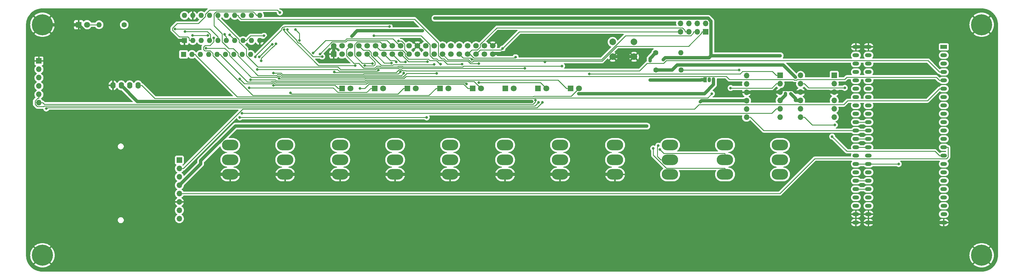
<source format=gbr>
%TF.GenerationSoftware,KiCad,Pcbnew,8.0.6*%
%TF.CreationDate,2025-04-06T11:44:27-05:00*%
%TF.ProjectId,front-panel.processor,66726f6e-742d-4706-916e-656c2e70726f,rev?*%
%TF.SameCoordinates,Original*%
%TF.FileFunction,Copper,L1,Top*%
%TF.FilePolarity,Positive*%
%FSLAX46Y46*%
G04 Gerber Fmt 4.6, Leading zero omitted, Abs format (unit mm)*
G04 Created by KiCad (PCBNEW 8.0.6) date 2025-04-06 11:44:27*
%MOMM*%
%LPD*%
G01*
G04 APERTURE LIST*
G04 Aperture macros list*
%AMRoundRect*
0 Rectangle with rounded corners*
0 $1 Rounding radius*
0 $2 $3 $4 $5 $6 $7 $8 $9 X,Y pos of 4 corners*
0 Add a 4 corners polygon primitive as box body*
4,1,4,$2,$3,$4,$5,$6,$7,$8,$9,$2,$3,0*
0 Add four circle primitives for the rounded corners*
1,1,$1+$1,$2,$3*
1,1,$1+$1,$4,$5*
1,1,$1+$1,$6,$7*
1,1,$1+$1,$8,$9*
0 Add four rect primitives between the rounded corners*
20,1,$1+$1,$2,$3,$4,$5,0*
20,1,$1+$1,$4,$5,$6,$7,0*
20,1,$1+$1,$6,$7,$8,$9,0*
20,1,$1+$1,$8,$9,$2,$3,0*%
G04 Aperture macros list end*
%TA.AperFunction,ComponentPad*%
%ADD10R,1.050000X1.500000*%
%TD*%
%TA.AperFunction,ComponentPad*%
%ADD11O,1.050000X1.500000*%
%TD*%
%TA.AperFunction,ComponentPad*%
%ADD12R,1.700000X1.700000*%
%TD*%
%TA.AperFunction,ComponentPad*%
%ADD13O,1.700000X1.700000*%
%TD*%
%TA.AperFunction,ComponentPad*%
%ADD14C,1.600000*%
%TD*%
%TA.AperFunction,ComponentPad*%
%ADD15O,1.600000X1.600000*%
%TD*%
%TA.AperFunction,ComponentPad*%
%ADD16RoundRect,0.250000X0.600000X-0.600000X0.600000X0.600000X-0.600000X0.600000X-0.600000X-0.600000X0*%
%TD*%
%TA.AperFunction,ComponentPad*%
%ADD17C,1.700000*%
%TD*%
%TA.AperFunction,ComponentPad*%
%ADD18C,6.400000*%
%TD*%
%TA.AperFunction,ComponentPad*%
%ADD19R,1.800000X1.800000*%
%TD*%
%TA.AperFunction,ComponentPad*%
%ADD20C,1.800000*%
%TD*%
%TA.AperFunction,ComponentPad*%
%ADD21C,2.000000*%
%TD*%
%TA.AperFunction,ComponentPad*%
%ADD22R,1.600000X1.600000*%
%TD*%
%TA.AperFunction,ComponentPad*%
%ADD23O,5.000000X3.200000*%
%TD*%
%TA.AperFunction,ComponentPad*%
%ADD24O,1.600000X2.000000*%
%TD*%
%TA.AperFunction,ComponentPad*%
%ADD25R,2.000000X1.200000*%
%TD*%
%TA.AperFunction,ComponentPad*%
%ADD26O,2.000000X1.200000*%
%TD*%
%TA.AperFunction,ViaPad*%
%ADD27C,0.800000*%
%TD*%
%TA.AperFunction,Conductor*%
%ADD28C,0.250000*%
%TD*%
%TA.AperFunction,Conductor*%
%ADD29C,1.000000*%
%TD*%
G04 APERTURE END LIST*
D10*
%TO.P,U5,1,VO*%
%TO.N,+3.3V*%
X241095600Y-171736800D03*
D11*
%TO.P,U5,2,GND*%
%TO.N,GND*%
X242365600Y-171736800D03*
%TO.P,U5,3,VI*%
%TO.N,VCC*%
X243635600Y-171736800D03*
%TD*%
D12*
%TO.P,U4,1,HV4*%
%TO.N,TX_WIFI*%
X280260000Y-170348900D03*
D13*
%TO.P,U4,2,HV3*%
%TO.N,RX_WIFI*%
X280260000Y-172888900D03*
%TO.P,U4,3,GND*%
%TO.N,GND*%
X280260000Y-175428900D03*
%TO.P,U4,4,HV*%
%TO.N,VCC*%
X280260000Y-177968900D03*
%TO.P,U4,5,HV2*%
%TO.N,~{RTS_WIFI}*%
X280260000Y-180508900D03*
%TO.P,U4,6,HV1*%
%TO.N,~{CTS_WIFI}*%
X280260000Y-183048900D03*
%TO.P,U4,7,LV1*%
%TO.N,~{LV_CTS_WIFI}*%
X270060000Y-183048900D03*
%TO.P,U4,8,LV2*%
%TO.N,~{LV_RTS_WIFI}*%
X270060000Y-180548900D03*
%TO.P,U4,9,LV*%
%TO.N,+3.3V*%
X270060000Y-178008900D03*
%TO.P,U4,10,GND*%
%TO.N,GND*%
X270060000Y-175468900D03*
%TO.P,U4,11,LV3*%
%TO.N,LV_RX_WIFI*%
X270060000Y-172928900D03*
%TO.P,U4,12,LV4*%
%TO.N,LV_TX_WIFI*%
X270060000Y-170388900D03*
%TD*%
D12*
%TO.P,U3,1,HV4*%
%TO.N,I2C_SCL*%
X263855400Y-170371600D03*
D13*
%TO.P,U3,2,HV3*%
%TO.N,I2C_SDA*%
X263855400Y-172911600D03*
%TO.P,U3,3,GND*%
%TO.N,GND*%
X263855400Y-175451600D03*
%TO.P,U3,4,HV*%
%TO.N,VCC*%
X263855400Y-177991600D03*
%TO.P,U3,5,HV2*%
%TO.N,I2C_SCL_1*%
X263855400Y-180531600D03*
%TO.P,U3,6,HV1*%
%TO.N,I2C_SDA_1*%
X263855400Y-183071600D03*
%TO.P,U3,7,LV1*%
%TO.N,LV_I2C_SDA_1*%
X253655400Y-183071600D03*
%TO.P,U3,8,LV2*%
%TO.N,LV_I2C_SCL_1*%
X253655400Y-180571600D03*
%TO.P,U3,9,LV*%
%TO.N,+3.3V*%
X253655400Y-178031600D03*
%TO.P,U3,10,GND*%
%TO.N,GND*%
X253655400Y-175491600D03*
%TO.P,U3,11,LV3*%
%TO.N,LV_I2C_SDA*%
X253655400Y-172951600D03*
%TO.P,U3,12,LV4*%
%TO.N,LV_I2C_SCL*%
X253655400Y-170411600D03*
%TD*%
D14*
%TO.P,R2,1*%
%TO.N,+3.3V*%
X226135000Y-163502800D03*
D15*
%TO.P,R2,2*%
%TO.N,LV_I2C_SDA*%
X233755000Y-163502800D03*
%TD*%
D14*
%TO.P,R1,1*%
%TO.N,+3.3V*%
X226185800Y-168760600D03*
D15*
%TO.P,R1,2*%
%TO.N,LV_I2C_SCL*%
X233805800Y-168760600D03*
%TD*%
D16*
%TO.P,J1,1,Pin_1*%
%TO.N,GND*%
X128370000Y-163947500D03*
D17*
%TO.P,J1,2,Pin_2*%
X128370000Y-161407500D03*
%TO.P,J1,3,Pin_3*%
%TO.N,VCC*%
X130910000Y-163947500D03*
%TO.P,J1,4,Pin_4*%
X130910000Y-161407500D03*
%TO.P,J1,5,Pin_5*%
%TO.N,/LED0*%
X133450000Y-163947500D03*
%TO.P,J1,6,Pin_6*%
%TO.N,/FP-D0*%
X133450000Y-161407500D03*
%TO.P,J1,7,Pin_7*%
%TO.N,/LED1*%
X135990000Y-163947500D03*
%TO.P,J1,8,Pin_8*%
%TO.N,/FP-D1*%
X135990000Y-161407500D03*
%TO.P,J1,9,Pin_9*%
%TO.N,/LED2*%
X138530000Y-163947500D03*
%TO.P,J1,10,Pin_10*%
%TO.N,/FP-D2*%
X138530000Y-161407500D03*
%TO.P,J1,11,Pin_11*%
%TO.N,/LED3*%
X141070000Y-163947500D03*
%TO.P,J1,12,Pin_12*%
%TO.N,/FP-D3*%
X141070000Y-161407500D03*
%TO.P,J1,13,Pin_13*%
%TO.N,/LED4*%
X143610000Y-163947500D03*
%TO.P,J1,14,Pin_14*%
%TO.N,/FP-D4*%
X143610000Y-161407500D03*
%TO.P,J1,15,Pin_15*%
%TO.N,/LED5*%
X146150000Y-163947500D03*
%TO.P,J1,16,Pin_16*%
%TO.N,/FP-D5*%
X146150000Y-161407500D03*
%TO.P,J1,17,Pin_17*%
%TO.N,/LED6*%
X148690000Y-163947500D03*
%TO.P,J1,18,Pin_18*%
%TO.N,/FP-D6*%
X148690000Y-161407500D03*
%TO.P,J1,19,Pin_19*%
%TO.N,/LED7*%
X151230000Y-163947500D03*
%TO.P,J1,20,Pin_20*%
%TO.N,/FP-D7*%
X151230000Y-161407500D03*
%TO.P,J1,21,Pin_21*%
%TO.N,I2C_SDA*%
X153770000Y-163947500D03*
%TO.P,J1,22,Pin_22*%
%TO.N,GND*%
X153770000Y-161407500D03*
%TO.P,J1,23,Pin_23*%
%TO.N,I2C_SCL*%
X156310000Y-163947500D03*
%TO.P,J1,24,Pin_24*%
%TO.N,~{EXT_RES}*%
X156310000Y-161407500D03*
%TO.P,J1,25,Pin_25*%
%TO.N,GND*%
X158850000Y-163947500D03*
%TO.P,J1,26,Pin_26*%
%TO.N,~{IM2-EN}*%
X158850000Y-161407500D03*
%TO.P,J1,27,Pin_27*%
%TO.N,~{RTS}*%
X161390000Y-163947500D03*
%TO.P,J1,28,Pin_28*%
%TO.N,~{IM2-EN-OE}*%
X161390000Y-161407500D03*
%TO.P,J1,29,Pin_29*%
%TO.N,unconnected-(J1-Pin_29-Pad29)*%
X163930000Y-163947500D03*
%TO.P,J1,30,Pin_30*%
%TO.N,~{INT0-EN}*%
X163930000Y-161407500D03*
%TO.P,J1,31,Pin_31*%
%TO.N,RX*%
X166470000Y-163947500D03*
%TO.P,J1,32,Pin_32*%
%TO.N,~{INT0}*%
X166470000Y-161407500D03*
%TO.P,J1,33,Pin_33*%
%TO.N,TX*%
X169010000Y-163947500D03*
%TO.P,J1,34,Pin_34*%
%TO.N,~{WAIT-EN}*%
X169010000Y-161407500D03*
%TO.P,J1,35,Pin_35*%
%TO.N,~{CTS}*%
X171550000Y-163947500D03*
%TO.P,J1,36,Pin_36*%
%TO.N,~{WAIT}*%
X171550000Y-161407500D03*
%TO.P,J1,37,Pin_37*%
%TO.N,VCC*%
X174090000Y-163947500D03*
%TO.P,J1,38,Pin_38*%
X174090000Y-161407500D03*
%TO.P,J1,39,Pin_39*%
%TO.N,GND*%
X176630000Y-163947500D03*
%TO.P,J1,40,Pin_40*%
X176630000Y-161407500D03*
%TD*%
D12*
%TO.P,J2,1,Pin_1*%
%TO.N,GND*%
X38937000Y-165992000D03*
D13*
%TO.P,J2,2,Pin_2*%
%TO.N,~{RTS}*%
X38937000Y-168532000D03*
%TO.P,J2,3,Pin_3*%
%TO.N,unconnected-(J2-Pin_3-Pad3)*%
X38937000Y-171072000D03*
%TO.P,J2,4,Pin_4*%
%TO.N,RX*%
X38937000Y-173612000D03*
%TO.P,J2,5,Pin_5*%
%TO.N,TX*%
X38937000Y-176152000D03*
%TO.P,J2,6,Pin_6*%
%TO.N,~{CTS}*%
X38937000Y-178692000D03*
%TD*%
D18*
%TO.P,H1,1,1*%
%TO.N,GND*%
X40000000Y-155000000D03*
%TD*%
%TO.P,H2,1,1*%
%TO.N,GND*%
X325000000Y-155000000D03*
%TD*%
%TO.P,H3,1,1*%
%TO.N,GND*%
X325000000Y-225000000D03*
%TD*%
%TO.P,H4,1,1*%
%TO.N,GND*%
X40000000Y-225000000D03*
%TD*%
D19*
%TO.P,D5,1,K*%
%TO.N,GND*%
X51000000Y-155000000D03*
D20*
%TO.P,D5,2,A*%
%TO.N,Net-(D5-A)*%
X53540000Y-155000000D03*
%TD*%
D14*
%TO.P,R6,1*%
%TO.N,VCC*%
X64810000Y-155000000D03*
D15*
%TO.P,R6,2*%
%TO.N,Net-(D5-A)*%
X57190000Y-155000000D03*
%TD*%
D19*
%TO.P,D4,1,K*%
%TO.N,Net-(D4-K)*%
X170549000Y-174327000D03*
D20*
%TO.P,D4,2,A*%
%TO.N,Net-(D4-A)*%
X173089000Y-174327000D03*
%TD*%
D21*
%TO.P,SW9,1,1*%
%TO.N,~{EXT_RES}*%
X213031000Y-160222000D03*
X219531000Y-160222000D03*
%TO.P,SW9,2,2*%
%TO.N,GND*%
X213031000Y-164722000D03*
X219531000Y-164722000D03*
%TD*%
D19*
%TO.P,D6,1,K*%
%TO.N,Net-(D6-K)*%
X160643100Y-174327000D03*
D20*
%TO.P,D6,2,A*%
%TO.N,Net-(D6-A)*%
X163183100Y-174327000D03*
%TD*%
D19*
%TO.P,D3,1,K*%
%TO.N,Net-(D3-K)*%
X180454900Y-174329300D03*
D20*
%TO.P,D3,2,A*%
%TO.N,Net-(D3-A)*%
X182994900Y-174329300D03*
%TD*%
D22*
%TO.P,U1,1,OEa*%
%TO.N,GND*%
X83075000Y-159800000D03*
D15*
%TO.P,U1,2,I0a*%
%TO.N,/LED0*%
X85615000Y-159800000D03*
%TO.P,U1,3,O3b*%
%TO.N,Net-(D9-K)*%
X88155000Y-159800000D03*
%TO.P,U1,4,I1a*%
%TO.N,/LED1*%
X90695000Y-159800000D03*
%TO.P,U1,5,O2b*%
%TO.N,Net-(D8-K)*%
X93235000Y-159800000D03*
%TO.P,U1,6,I2a*%
%TO.N,/LED2*%
X95775000Y-159800000D03*
%TO.P,U1,7,O1b*%
%TO.N,Net-(D7-K)*%
X98315000Y-159800000D03*
%TO.P,U1,8,I3a*%
%TO.N,/LED3*%
X100855000Y-159800000D03*
%TO.P,U1,9,O0b*%
%TO.N,Net-(D6-K)*%
X103395000Y-159800000D03*
%TO.P,U1,10,GND*%
%TO.N,GND*%
X105935000Y-159800000D03*
%TO.P,U1,11,I0b*%
%TO.N,/LED4*%
X105935000Y-152180000D03*
%TO.P,U1,12,O3a*%
%TO.N,Net-(D4-K)*%
X103395000Y-152180000D03*
%TO.P,U1,13,I1b*%
%TO.N,/LED5*%
X100855000Y-152180000D03*
%TO.P,U1,14,O2a*%
%TO.N,Net-(D3-K)*%
X98315000Y-152180000D03*
%TO.P,U1,15,I2b*%
%TO.N,/LED6*%
X95775000Y-152180000D03*
%TO.P,U1,16,O1a*%
%TO.N,Net-(D2-K)*%
X93235000Y-152180000D03*
%TO.P,U1,17,I3b*%
%TO.N,/LED7*%
X90695000Y-152180000D03*
%TO.P,U1,18,O0a*%
%TO.N,Net-(D1-K)*%
X88155000Y-152180000D03*
%TO.P,U1,19,OEb*%
%TO.N,GND*%
X85615000Y-152180000D03*
%TO.P,U1,20,VCC*%
%TO.N,VCC*%
X83075000Y-152180000D03*
%TD*%
D23*
%TO.P,SW8,1,A*%
%TO.N,GND*%
X97000000Y-200450000D03*
%TO.P,SW8,2,B*%
%TO.N,/FP-D7*%
X97000000Y-196000000D03*
%TO.P,SW8,3,C*%
%TO.N,unconnected-(SW8-C-Pad3)*%
X97000000Y-191550000D03*
%TD*%
%TO.P,SW3,1,A*%
%TO.N,GND*%
X180405000Y-200450000D03*
%TO.P,SW3,2,B*%
%TO.N,/FP-D2*%
X180405000Y-196000000D03*
%TO.P,SW3,3,C*%
%TO.N,unconnected-(SW3-C-Pad3)*%
X180405000Y-191550000D03*
%TD*%
%TO.P,SW7,1,A*%
%TO.N,GND*%
X113681000Y-200450000D03*
%TO.P,SW7,2,B*%
%TO.N,/FP-D6*%
X113681000Y-196000000D03*
%TO.P,SW7,3,C*%
%TO.N,unconnected-(SW7-C-Pad3)*%
X113681000Y-191550000D03*
%TD*%
%TO.P,SW1,1,A*%
%TO.N,GND*%
X213767000Y-200450000D03*
%TO.P,SW1,2,B*%
%TO.N,/FP-D0*%
X213767000Y-196000000D03*
%TO.P,SW1,3,C*%
%TO.N,unconnected-(SW1-C-Pad3)*%
X213767000Y-191550000D03*
%TD*%
%TO.P,SW5,1,A*%
%TO.N,GND*%
X147043000Y-200450000D03*
%TO.P,SW5,2,B*%
%TO.N,/FP-D4*%
X147043000Y-196000000D03*
%TO.P,SW5,3,C*%
%TO.N,unconnected-(SW5-C-Pad3)*%
X147043000Y-191550000D03*
%TD*%
D19*
%TO.P,D2,1,K*%
%TO.N,Net-(D2-K)*%
X190360800Y-174328800D03*
D20*
%TO.P,D2,2,A*%
%TO.N,Net-(D2-A)*%
X192900800Y-174328800D03*
%TD*%
D23*
%TO.P,SW10,1,A*%
%TO.N,~{IM2-EN-OE}*%
X230448000Y-200450000D03*
%TO.P,SW10,2,B*%
%TO.N,~{IM2-EN}*%
X230448000Y-196000000D03*
%TO.P,SW10,3,C*%
%TO.N,unconnected-(SW10-C-Pad3)*%
X230448000Y-191550000D03*
%TD*%
D19*
%TO.P,D7,1,K*%
%TO.N,Net-(D7-K)*%
X150737300Y-174328800D03*
D20*
%TO.P,D7,2,A*%
%TO.N,Net-(D7-A)*%
X153277300Y-174328800D03*
%TD*%
D23*
%TO.P,SW6,1,A*%
%TO.N,GND*%
X130362000Y-200450000D03*
%TO.P,SW6,2,B*%
%TO.N,/FP-D5*%
X130362000Y-196000000D03*
%TO.P,SW6,3,C*%
%TO.N,unconnected-(SW6-C-Pad3)*%
X130362000Y-191550000D03*
%TD*%
%TO.P,SW11,1,A*%
%TO.N,~{INT0}*%
X247129000Y-200450000D03*
%TO.P,SW11,2,B*%
%TO.N,~{INT0-EN}*%
X247129000Y-196000000D03*
%TO.P,SW11,3,C*%
%TO.N,unconnected-(SW11-C-Pad3)*%
X247129000Y-191550000D03*
%TD*%
D22*
%TO.P,RN1,1,common*%
%TO.N,VCC*%
X82825000Y-164000000D03*
D15*
%TO.P,RN1,2,R1*%
%TO.N,Net-(D1-A)*%
X85365000Y-164000000D03*
%TO.P,RN1,3,R2*%
%TO.N,Net-(D2-A)*%
X87905000Y-164000000D03*
%TO.P,RN1,4,R3*%
%TO.N,Net-(D3-A)*%
X90445000Y-164000000D03*
%TO.P,RN1,5,R4*%
%TO.N,Net-(D4-A)*%
X92985000Y-164000000D03*
%TO.P,RN1,6,R5*%
%TO.N,Net-(D6-A)*%
X95525000Y-164000000D03*
%TO.P,RN1,7,R6*%
%TO.N,Net-(D7-A)*%
X98065000Y-164000000D03*
%TO.P,RN1,8,R7*%
%TO.N,Net-(D8-A)*%
X100605000Y-164000000D03*
%TO.P,RN1,9,R8*%
%TO.N,Net-(D9-A)*%
X103145000Y-164000000D03*
%TD*%
D19*
%TO.P,D8,1,K*%
%TO.N,Net-(D8-K)*%
X140831400Y-174327000D03*
D20*
%TO.P,D8,2,A*%
%TO.N,Net-(D8-A)*%
X143371400Y-174327000D03*
%TD*%
D19*
%TO.P,D1,1,K*%
%TO.N,Net-(D1-K)*%
X200266600Y-174327000D03*
D20*
%TO.P,D1,2,A*%
%TO.N,Net-(D1-A)*%
X202806600Y-174327000D03*
%TD*%
D23*
%TO.P,SW2,1,A*%
%TO.N,GND*%
X197086000Y-200450000D03*
%TO.P,SW2,2,B*%
%TO.N,/FP-D1*%
X197086000Y-196000000D03*
%TO.P,SW2,3,C*%
%TO.N,unconnected-(SW2-C-Pad3)*%
X197086000Y-191550000D03*
%TD*%
D19*
%TO.P,D9,1,K*%
%TO.N,Net-(D9-K)*%
X130925500Y-174327000D03*
D20*
%TO.P,D9,2,A*%
%TO.N,Net-(D9-A)*%
X133465500Y-174327000D03*
%TD*%
D24*
%TO.P,Brd1,1,GND*%
%TO.N,GND*%
X61380000Y-173400000D03*
%TO.P,Brd1,2,VCC*%
%TO.N,VCC*%
X63920000Y-173400000D03*
%TO.P,Brd1,3,SCL*%
%TO.N,I2C_SCL_1*%
X66460000Y-173400000D03*
%TO.P,Brd1,4,SDA*%
%TO.N,I2C_SDA_1*%
X69000000Y-173400000D03*
%TD*%
D23*
%TO.P,SW12,1,A*%
%TO.N,~{WAIT}*%
X263810000Y-200450000D03*
%TO.P,SW12,2,B*%
%TO.N,~{WAIT-EN}*%
X263810000Y-196000000D03*
%TO.P,SW12,3,C*%
%TO.N,unconnected-(SW12-C-Pad3)*%
X263810000Y-191550000D03*
%TD*%
%TO.P,SW4,1,A*%
%TO.N,GND*%
X163724000Y-200450000D03*
%TO.P,SW4,2,B*%
%TO.N,/FP-D3*%
X163724000Y-196000000D03*
%TO.P,SW4,3,C*%
%TO.N,unconnected-(SW4-C-Pad3)*%
X163724000Y-191550000D03*
%TD*%
D12*
%TO.P,J3,1,Pin_1*%
%TO.N,unconnected-(J3-Pin_1-Pad1)*%
X81558200Y-196091000D03*
D13*
%TO.P,J3,2,Pin_2*%
%TO.N,CS*%
X81558200Y-198631000D03*
%TO.P,J3,3,Pin_3*%
%TO.N,DI*%
X81558200Y-201171000D03*
%TO.P,J3,4,Pin_4*%
%TO.N,+3.3V*%
X81558200Y-203711000D03*
%TO.P,J3,5,Pin_5*%
%TO.N,CLK*%
X81558200Y-206251000D03*
%TO.P,J3,6,Pin_6*%
%TO.N,GND*%
X81558200Y-208791000D03*
%TO.P,J3,7,Pin_7*%
%TO.N,DO*%
X81558200Y-211331000D03*
%TO.P,J3,8,Pin_8*%
%TO.N,unconnected-(J3-Pin_8-Pad8)*%
X81558200Y-213871000D03*
%TD*%
D25*
%TO.P,U2,1,3V3*%
%TO.N,unconnected-(U2-3V3-Pad1)*%
X313511000Y-161721900D03*
D26*
%TO.P,U2,2,3V3*%
%TO.N,unconnected-(U2-3V3-Pad1)_1*%
X313511000Y-164261900D03*
%TO.P,U2,3,CHIP_PU*%
%TO.N,unconnected-(U2-CHIP_PU-Pad3)*%
X313511000Y-166801900D03*
%TO.P,U2,4,GPIO4/ADC1_CH3*%
%TO.N,DO*%
X313511000Y-169341900D03*
%TO.P,U2,5,GPIO5/ADC1_CH4*%
%TO.N,DI*%
X313511000Y-171881900D03*
%TO.P,U2,6,GPIO6/ADC1_CH5*%
%TO.N,CS*%
X313511000Y-174421900D03*
%TO.P,U2,7,GPIO7/ADC1_CH6*%
%TO.N,unconnected-(U2-GPIO7{slash}ADC1_CH6-Pad7)*%
X313511000Y-176961900D03*
%TO.P,U2,8,GPIO15/ADC2_CH4/32K_P*%
%TO.N,unconnected-(U2-GPIO15{slash}ADC2_CH4{slash}32K_P-Pad8)*%
X313511000Y-179501900D03*
%TO.P,U2,9,GPIO16/ADC2_CH5/32K_N*%
%TO.N,unconnected-(U2-GPIO16{slash}ADC2_CH5{slash}32K_N-Pad9)*%
X313511000Y-182041900D03*
%TO.P,U2,10,GPIO17/ADC2_CH6*%
%TO.N,unconnected-(U2-GPIO17{slash}ADC2_CH6-Pad10)*%
X313511000Y-184581900D03*
%TO.P,U2,11,GPIO18/ADC2_CH7*%
%TO.N,unconnected-(U2-GPIO18{slash}ADC2_CH7-Pad11)*%
X313511000Y-187121900D03*
%TO.P,U2,12,GPIO8/ADC1_CH7*%
%TO.N,unconnected-(U2-GPIO8{slash}ADC1_CH7-Pad12)*%
X313511000Y-189661900D03*
%TO.P,U2,13,GPIO3/ADC1_CH2*%
%TO.N,CLK*%
X313511000Y-192201900D03*
%TO.P,U2,14,GPIO46*%
%TO.N,~{LV_RTS_WIFI}*%
X313511000Y-194741900D03*
%TO.P,U2,15,GPIO9/ADC1_CH8*%
%TO.N,unconnected-(U2-GPIO9{slash}ADC1_CH8-Pad15)*%
X313511000Y-197281900D03*
%TO.P,U2,16,GPIO10/ADC1_CH9*%
%TO.N,unconnected-(U2-GPIO10{slash}ADC1_CH9-Pad16)*%
X313511000Y-199821900D03*
%TO.P,U2,17,GPIO11/ADC2_CH0*%
%TO.N,unconnected-(U2-GPIO11{slash}ADC2_CH0-Pad17)*%
X313511000Y-202361900D03*
%TO.P,U2,18,GPIO12/ADC2_CH1*%
%TO.N,unconnected-(U2-GPIO12{slash}ADC2_CH1-Pad18)*%
X313511000Y-204901900D03*
%TO.P,U2,19,GPIO13/ADC2_CH2*%
%TO.N,unconnected-(U2-GPIO13{slash}ADC2_CH2-Pad19)*%
X313511000Y-207441900D03*
%TO.P,U2,20,GPIO14/ADC2_CH3*%
%TO.N,unconnected-(U2-GPIO14{slash}ADC2_CH3-Pad20)*%
X313514680Y-209979180D03*
%TO.P,U2,21,5V*%
%TO.N,VCC*%
X313514680Y-212519180D03*
%TO.P,U2,22,GND*%
%TO.N,GND*%
X313514680Y-215059180D03*
%TO.P,U2,23,GND*%
X290651000Y-215061900D03*
X286841000Y-215061900D03*
%TO.P,U2,24,GND*%
X290651000Y-212521900D03*
X286841000Y-212521900D03*
%TO.P,U2,25,GPIO19/USB_D-*%
%TO.N,unconnected-(U2-GPIO19{slash}USB_D--Pad25)_1*%
X290651000Y-209981900D03*
%TO.N,unconnected-(U2-GPIO19{slash}USB_D--Pad25)*%
X286841000Y-209981900D03*
%TO.P,U2,26,GPIO20/USB_D+*%
%TO.N,unconnected-(U2-GPIO20{slash}USB_D+-Pad26)_1*%
X290651000Y-207441900D03*
%TO.N,unconnected-(U2-GPIO20{slash}USB_D+-Pad26)*%
X286841000Y-207441900D03*
%TO.P,U2,27,GPIO21*%
%TO.N,LV_I2C_SCL*%
X290651000Y-204901900D03*
X286841000Y-204901900D03*
%TO.P,U2,28,GPIO47*%
%TO.N,~{LV_CTS_WIFI}*%
X290651000Y-202361900D03*
X286841000Y-202361900D03*
%TO.P,U2,29,GPIO48*%
%TO.N,unconnected-(U2-GPIO48-Pad29)*%
X290651000Y-199821900D03*
%TO.N,unconnected-(U2-GPIO48-Pad29)_1*%
X286841000Y-199821900D03*
%TO.P,U2,30,GPIO45*%
%TO.N,LV_RX_WIFI*%
X290651000Y-197281900D03*
X286841000Y-197281900D03*
%TO.P,U2,31,GPIO0*%
%TO.N,unconnected-(U2-GPIO0-Pad31)_1*%
X290651000Y-194741900D03*
%TO.N,unconnected-(U2-GPIO0-Pad31)*%
X286841000Y-194741900D03*
%TO.P,U2,32,GPIO35*%
%TO.N,LV_I2C_SDA*%
X290651000Y-192201900D03*
X286841000Y-192201900D03*
%TO.P,U2,33,GPIO36*%
%TO.N,LV_I2C_SCL_1*%
X290651000Y-189661900D03*
X286841000Y-189661900D03*
%TO.P,U2,34,GPIO37*%
%TO.N,LV_I2C_SDA_1*%
X290651000Y-187121900D03*
X286841000Y-187121900D03*
%TO.P,U2,35,GPIO38*%
%TO.N,LV_TX_WIFI*%
X290651000Y-184581900D03*
X286841000Y-184581900D03*
%TO.P,U2,36,GPIO39/MTCK*%
%TO.N,unconnected-(U2-GPIO39{slash}MTCK-Pad36)_1*%
X290651000Y-182041900D03*
%TO.N,unconnected-(U2-GPIO39{slash}MTCK-Pad36)*%
X286841000Y-182041900D03*
%TO.P,U2,37,GPIO40/MTDO*%
%TO.N,unconnected-(U2-GPIO40{slash}MTDO-Pad37)*%
X290651000Y-179501900D03*
%TO.N,unconnected-(U2-GPIO40{slash}MTDO-Pad37)_1*%
X286841000Y-179501900D03*
%TO.P,U2,38,GPIO41/MTDI*%
%TO.N,unconnected-(U2-GPIO41{slash}MTDI-Pad38)*%
X290651000Y-176961900D03*
%TO.N,unconnected-(U2-GPIO41{slash}MTDI-Pad38)_1*%
X286841000Y-176961900D03*
%TO.P,U2,39,GPIO42/MTMS*%
%TO.N,unconnected-(U2-GPIO42{slash}MTMS-Pad39)*%
X290651000Y-174421900D03*
%TO.N,unconnected-(U2-GPIO42{slash}MTMS-Pad39)_1*%
X286841000Y-174421900D03*
%TO.P,U2,40,GPIO2/ADC1_CH1*%
%TO.N,unconnected-(U2-GPIO2{slash}ADC1_CH1-Pad40)*%
X290651000Y-171881900D03*
%TO.N,unconnected-(U2-GPIO2{slash}ADC1_CH1-Pad40)_1*%
X286841000Y-171881900D03*
%TO.P,U2,41,GPIO1/ADC1_CH0*%
%TO.N,unconnected-(U2-GPIO1{slash}ADC1_CH0-Pad41)*%
X290651000Y-169341900D03*
%TO.N,unconnected-(U2-GPIO1{slash}ADC1_CH0-Pad41)_1*%
X286841000Y-169341900D03*
%TO.P,U2,42,GPIO44/U0RXD*%
%TO.N,unconnected-(U2-GPIO44{slash}U0RXD-Pad42)_1*%
X290651000Y-166801900D03*
%TO.N,unconnected-(U2-GPIO44{slash}U0RXD-Pad42)*%
X286841000Y-166801900D03*
%TO.P,U2,43,GPIO43/U0TXD*%
%TO.N,unconnected-(U2-GPIO43{slash}U0TXD-Pad43)_1*%
X290651000Y-164261900D03*
%TO.N,unconnected-(U2-GPIO43{slash}U0TXD-Pad43)*%
X286841000Y-164261900D03*
%TO.P,U2,44,GND*%
%TO.N,GND*%
X290651000Y-161721900D03*
X286841000Y-161721900D03*
%TD*%
D12*
%TO.P,J4,1,Pin_1*%
%TO.N,~{RTS}*%
X241273400Y-157127400D03*
D13*
%TO.P,J4,2,Pin_2*%
%TO.N,~{RTS_WIFI}*%
X241273400Y-154587400D03*
%TO.P,J4,3,Pin_3*%
%TO.N,RX*%
X238733400Y-157127400D03*
%TO.P,J4,4,Pin_4*%
%TO.N,RX_WIFI*%
X238733400Y-154587400D03*
%TO.P,J4,5,Pin_5*%
%TO.N,TX*%
X236193400Y-157127400D03*
%TO.P,J4,6,Pin_6*%
%TO.N,TX_WIFI*%
X236193400Y-154587400D03*
%TO.P,J4,7,Pin_7*%
%TO.N,~{CTS}*%
X233653400Y-157127400D03*
%TO.P,J4,8,Pin_8*%
%TO.N,~{CTS_WIFI}*%
X233653400Y-154587400D03*
%TD*%
D27*
%TO.N,~{LV_RTS_WIFI}*%
X279633400Y-188947200D03*
%TO.N,LV_RX_WIFI*%
X299826100Y-197281900D03*
X283471600Y-174158900D03*
%TO.N,~{LV_CTS_WIFI}*%
X280449400Y-185420300D03*
%TO.N,LV_I2C_SCL*%
X251434800Y-168760600D03*
%TO.N,+3.3V*%
X223407800Y-185770600D03*
X224387000Y-171800000D03*
X224387000Y-165914200D03*
X239615000Y-178415500D03*
X267090000Y-175973600D03*
X268500800Y-170928000D03*
%TO.N,DI*%
X111774700Y-171311200D03*
%TO.N,DO*%
X128523100Y-169313600D03*
%TO.N,Net-(D9-K)*%
X110090700Y-173406700D03*
%TO.N,~{CTS}*%
X179603900Y-162242100D03*
X189610500Y-177894500D03*
%TO.N,TX*%
X190560900Y-178551100D03*
X183571800Y-164831600D03*
%TO.N,~{INT0}*%
X225352500Y-192554300D03*
%TO.N,RX*%
X99885700Y-183134700D03*
X156604900Y-183134700D03*
X170266300Y-165534600D03*
%TO.N,~{INT0-EN}*%
X227332700Y-192872300D03*
%TO.N,~{RTS}*%
X41166200Y-180422900D03*
X191684600Y-178551100D03*
X192473400Y-166328100D03*
%TO.N,~{IM2-EN}*%
X226878900Y-191709800D03*
%TO.N,I2C_SCL*%
X205934400Y-169929600D03*
%TO.N,I2C_SDA*%
X248823500Y-174221600D03*
%TO.N,/FP-D7*%
X104624800Y-164732200D03*
X145356500Y-155534000D03*
%TO.N,/LED7*%
X148004100Y-159953600D03*
%TO.N,/FP-D6*%
X122086500Y-163584300D03*
%TO.N,/LED6*%
X89584800Y-162106000D03*
X159635500Y-169749800D03*
X156838900Y-166207000D03*
%TO.N,/FP-D5*%
X124200000Y-163907600D03*
%TO.N,/LED5*%
X113284500Y-156445500D03*
X134892200Y-167406700D03*
X150123800Y-166293800D03*
%TO.N,/FP-D4*%
X140188900Y-166769300D03*
%TO.N,/LED4*%
X149679600Y-169650300D03*
X147349300Y-166323200D03*
%TO.N,/FP-D3*%
X160811100Y-166975100D03*
%TO.N,/LED3*%
X107257200Y-158372900D03*
X110861200Y-160754000D03*
X106384400Y-165954500D03*
X110115800Y-169685900D03*
X148583300Y-169282200D03*
X145942700Y-166618800D03*
%TO.N,/FP-D2*%
X167317200Y-166975100D03*
X140613800Y-158357700D03*
%TO.N,/LED2*%
X95261400Y-157905800D03*
X90206900Y-158268500D03*
X85554900Y-158268500D03*
X105192900Y-168551500D03*
X141906800Y-168775800D03*
X137754700Y-167409300D03*
%TO.N,/FP-D1*%
X158890300Y-167031600D03*
%TO.N,/LED1*%
X83251800Y-157035000D03*
%TO.N,/FP-D0*%
X197647300Y-167545100D03*
%TO.N,/LED0*%
X112048900Y-151291500D03*
X116757300Y-156445500D03*
X117954300Y-159745900D03*
%TO.N,Net-(D8-K)*%
X80226800Y-156309900D03*
X102740200Y-174131800D03*
%TO.N,Net-(D7-K)*%
X96797400Y-158047700D03*
X109785300Y-160915000D03*
X105804200Y-164738000D03*
X115292100Y-175728900D03*
%TO.N,Net-(D6-K)*%
X91965000Y-159040300D03*
%TO.N,Net-(D4-K)*%
X114346300Y-156445500D03*
X124892800Y-164643800D03*
X136371700Y-174329600D03*
%TO.N,Net-(D3-K)*%
X172454500Y-166764700D03*
%TO.N,Net-(D2-A)*%
X172406200Y-172570000D03*
X168721700Y-172942100D03*
X99890500Y-171469900D03*
%TO.N,Net-(D2-K)*%
X186379900Y-168270200D03*
%TO.N,Net-(D1-K)*%
X103156900Y-171665900D03*
%TO.N,I2C_SCL_1*%
X100543400Y-181873600D03*
%TO.N,I2C_SDA_1*%
X243132900Y-175923200D03*
%TO.N,VCC*%
X188484200Y-178296600D03*
X202689000Y-175929800D03*
X133855500Y-158462000D03*
X155284800Y-156828300D03*
X159076300Y-153036800D03*
X228376200Y-165625500D03*
X265489500Y-175881800D03*
X263896000Y-164402800D03*
%TO.N,GND*%
X89546500Y-200802700D03*
X146791000Y-154428500D03*
X282264100Y-175595700D03*
X179151500Y-163772100D03*
X109346400Y-158072300D03*
X218300000Y-189265700D03*
X223200700Y-187260600D03*
X208059600Y-163502700D03*
%TD*%
D28*
%TO.N,LV_I2C_SDA_1*%
X290651000Y-187121900D02*
X286841000Y-187121900D01*
X258880800Y-187121900D02*
X254830500Y-183071600D01*
X286841000Y-187121900D02*
X258880800Y-187121900D01*
X253655400Y-183071600D02*
X254830500Y-183071600D01*
%TO.N,~{LV_RTS_WIFI}*%
X313511000Y-194741900D02*
X312185900Y-194741900D01*
X284103000Y-193416800D02*
X279633400Y-188947200D01*
X310860800Y-193416800D02*
X284103000Y-193416800D01*
X312185900Y-194741900D02*
X310860800Y-193416800D01*
%TO.N,LV_RX_WIFI*%
X286841000Y-197281900D02*
X290651000Y-197281900D01*
X270060000Y-172928900D02*
X271235100Y-172928900D01*
X272465100Y-174158900D02*
X271235100Y-172928900D01*
X283471600Y-174158900D02*
X272465100Y-174158900D01*
X290651000Y-197281900D02*
X299826100Y-197281900D01*
%TO.N,~{LV_CTS_WIFI}*%
X286841000Y-202361900D02*
X290651000Y-202361900D01*
X273606500Y-185420300D02*
X271235100Y-183048900D01*
X280449400Y-185420300D02*
X273606500Y-185420300D01*
X270060000Y-183048900D02*
X271235100Y-183048900D01*
%TO.N,LV_I2C_SCL_1*%
X286841000Y-189661900D02*
X290651000Y-189661900D01*
%TO.N,LV_TX_WIFI*%
X286841000Y-184581900D02*
X290651000Y-184581900D01*
%TO.N,LV_I2C_SDA*%
X286841000Y-192201900D02*
X290651000Y-192201900D01*
%TO.N,LV_I2C_SCL*%
X286841000Y-204901900D02*
X290651000Y-204901900D01*
X233805800Y-168760600D02*
X251434800Y-168760600D01*
D29*
%TO.N,+3.3V*%
X98554400Y-185770600D02*
X223407800Y-185770600D01*
X88029700Y-196295300D02*
X98554400Y-185770600D01*
X88029700Y-197239500D02*
X88029700Y-196295300D01*
X81558200Y-203711000D02*
X88029700Y-197239500D01*
X239807300Y-171800000D02*
X239870500Y-171736800D01*
X224387000Y-171800000D02*
X239807300Y-171800000D01*
X241095600Y-171736800D02*
X239870500Y-171736800D01*
X224387000Y-165250800D02*
X224387000Y-165914200D01*
X226135000Y-163502800D02*
X224387000Y-165250800D01*
X239998900Y-178031600D02*
X239615000Y-178415500D01*
X253655400Y-178031600D02*
X239998900Y-178031600D01*
X268509900Y-177393500D02*
X267090000Y-175973600D01*
X268509900Y-178008900D02*
X268509900Y-177393500D01*
X231109500Y-168760600D02*
X226185800Y-168760600D01*
X232630400Y-167239700D02*
X231109500Y-168760600D01*
X264812500Y-167239700D02*
X232630400Y-167239700D01*
X268500800Y-170928000D02*
X264812500Y-167239700D01*
X270060000Y-178008900D02*
X268509900Y-178008900D01*
D28*
%TO.N,CLK*%
X263751200Y-206251000D02*
X81558200Y-206251000D01*
X274335100Y-195667100D02*
X263751200Y-206251000D01*
X314347700Y-195667100D02*
X274335100Y-195667100D01*
X314836100Y-195178700D02*
X314347700Y-195667100D01*
X314836100Y-192201900D02*
X314836100Y-195178700D01*
X313511000Y-192201900D02*
X314836100Y-192201900D01*
%TO.N,DI*%
X313511000Y-171881900D02*
X312185900Y-171881900D01*
X311234700Y-170930700D02*
X312185900Y-171881900D01*
X284105600Y-170930700D02*
X311234700Y-170930700D01*
X283448600Y-171587700D02*
X284105600Y-170930700D01*
X269008100Y-171587700D02*
X283448600Y-171587700D01*
X268842700Y-171753100D02*
X269008100Y-171587700D01*
X268159000Y-171753100D02*
X268842700Y-171753100D01*
X267993600Y-171587700D02*
X268159000Y-171753100D01*
X248410900Y-171587700D02*
X267993600Y-171587700D01*
X247484800Y-170661600D02*
X248410900Y-171587700D01*
X150330400Y-170661600D02*
X247484800Y-170661600D01*
X149690600Y-171301400D02*
X150330400Y-170661600D01*
X138055500Y-171301400D02*
X149690600Y-171301400D01*
X137908100Y-171448800D02*
X138055500Y-171301400D01*
X111912300Y-171448800D02*
X137908100Y-171448800D01*
X111774700Y-171311200D02*
X111912300Y-171448800D01*
%TO.N,CS*%
X313511000Y-174421900D02*
X312185900Y-174421900D01*
X81558200Y-198631000D02*
X82733300Y-198631000D01*
X308535200Y-178072600D02*
X312185900Y-174421900D01*
X284305400Y-178072600D02*
X308535200Y-178072600D01*
X283121300Y-179256700D02*
X284305400Y-178072600D01*
X239221500Y-179256700D02*
X283121300Y-179256700D01*
X237889000Y-180589200D02*
X239221500Y-179256700D01*
X100775100Y-180589200D02*
X237889000Y-180589200D01*
X82733300Y-198631000D02*
X100775100Y-180589200D01*
%TO.N,DO*%
X313511000Y-169341900D02*
X312185900Y-169341900D01*
X308717100Y-165873100D02*
X312185900Y-169341900D01*
X229295500Y-165873100D02*
X308717100Y-165873100D01*
X228429300Y-166739300D02*
X229295500Y-165873100D01*
X223467800Y-166739300D02*
X228429300Y-166739300D01*
X221211800Y-168995300D02*
X223467800Y-166739300D01*
X150316700Y-168995300D02*
X221211800Y-168995300D01*
X150215000Y-168893600D02*
X150316700Y-168995300D01*
X149220200Y-168893600D02*
X150215000Y-168893600D01*
X148883700Y-168557100D02*
X149220200Y-168893600D01*
X148283000Y-168557100D02*
X148883700Y-168557100D01*
X147339100Y-169501000D02*
X148283000Y-168557100D01*
X128710500Y-169501000D02*
X147339100Y-169501000D01*
X128523100Y-169313600D02*
X128710500Y-169501000D01*
%TO.N,Net-(D9-K)*%
X128780100Y-173406700D02*
X129700400Y-174327000D01*
X110090700Y-173406700D02*
X128780100Y-173406700D01*
X130925500Y-174327000D02*
X129700400Y-174327000D01*
%TO.N,~{CTS}*%
X179168500Y-162677500D02*
X179603900Y-162242100D01*
X172820000Y-162677500D02*
X179168500Y-162677500D01*
X171550000Y-163947500D02*
X172820000Y-162677500D01*
X184718600Y-157127400D02*
X233653400Y-157127400D01*
X179603900Y-162242100D02*
X184718600Y-157127400D01*
X40549000Y-179128900D02*
X40112100Y-178692000D01*
X188842000Y-179128900D02*
X40549000Y-179128900D01*
X189610500Y-178360400D02*
X188842000Y-179128900D01*
X189610500Y-177894500D02*
X189610500Y-178360400D01*
X38937000Y-178692000D02*
X40112100Y-178692000D01*
%TO.N,TX*%
X170280000Y-162677500D02*
X169010000Y-163947500D01*
X171946600Y-162677500D02*
X170280000Y-162677500D01*
X172820000Y-161804100D02*
X171946600Y-162677500D01*
X172820000Y-160990900D02*
X172820000Y-161804100D01*
X177888200Y-155922700D02*
X172820000Y-160990900D01*
X234180800Y-155922700D02*
X177888200Y-155922700D01*
X235018300Y-156760200D02*
X234180800Y-155922700D01*
X235018300Y-157127400D02*
X235018300Y-156760200D01*
X236193400Y-157127400D02*
X235018300Y-157127400D01*
X38937000Y-176152000D02*
X38937000Y-177327100D01*
X169704700Y-163947500D02*
X169010000Y-163947500D01*
X170896500Y-165139300D02*
X169704700Y-163947500D01*
X183264100Y-165139300D02*
X170896500Y-165139300D01*
X183571800Y-164831600D02*
X183264100Y-165139300D01*
X189423100Y-179688900D02*
X190560900Y-178551100D01*
X40482800Y-179688900D02*
X189423100Y-179688900D01*
X40294600Y-179877100D02*
X40482800Y-179688900D01*
X38456900Y-179877100D02*
X40294600Y-179877100D01*
X37752500Y-179172700D02*
X38456900Y-179877100D01*
X37752500Y-178144400D02*
X37752500Y-179172700D01*
X38569800Y-177327100D02*
X37752500Y-178144400D01*
X38937000Y-177327100D02*
X38569800Y-177327100D01*
%TO.N,~{INT0}*%
X247129000Y-200450000D02*
X247129000Y-198524900D01*
X225352500Y-194602200D02*
X225352500Y-192554300D01*
X229275200Y-198524900D02*
X225352500Y-194602200D01*
X247129000Y-198524900D02*
X229275200Y-198524900D01*
%TO.N,RX*%
X238733400Y-157127400D02*
X237558300Y-157127400D01*
X237558300Y-157494700D02*
X237558300Y-157127400D01*
X236750500Y-158302500D02*
X237558300Y-157494700D01*
X216939900Y-158302500D02*
X236750500Y-158302500D01*
X209653000Y-165589400D02*
X216939900Y-158302500D01*
X170321100Y-165589400D02*
X209653000Y-165589400D01*
X170266300Y-165534600D02*
X170321100Y-165589400D01*
X169871000Y-165139300D02*
X170266300Y-165534600D01*
X167661800Y-165139300D02*
X169871000Y-165139300D01*
X166470000Y-163947500D02*
X167661800Y-165139300D01*
X99885700Y-183134700D02*
X156604900Y-183134700D01*
%TO.N,~{INT0-EN}*%
X228535300Y-194074900D02*
X227332700Y-192872300D01*
X247129000Y-194074900D02*
X228535300Y-194074900D01*
X247129000Y-196000000D02*
X247129000Y-194074900D01*
%TO.N,~{RTS}*%
X241273400Y-157127400D02*
X240098300Y-157127400D01*
X170786900Y-166039500D02*
X192473400Y-166039500D01*
X170566700Y-166259700D02*
X170786900Y-166039500D01*
X169966000Y-166259700D02*
X170566700Y-166259700D01*
X169300800Y-165594500D02*
X169966000Y-166259700D01*
X163037000Y-165594500D02*
X169300800Y-165594500D01*
X161390000Y-163947500D02*
X163037000Y-165594500D01*
X240098300Y-157494600D02*
X240098300Y-157127400D01*
X236045800Y-161547100D02*
X240098300Y-157494600D01*
X214331900Y-161547100D02*
X236045800Y-161547100D01*
X209839500Y-166039500D02*
X214331900Y-161547100D01*
X192473400Y-166039500D02*
X209839500Y-166039500D01*
X192473400Y-166328100D02*
X192473400Y-166039500D01*
X190096600Y-180139100D02*
X191684600Y-178551100D01*
X41450000Y-180139100D02*
X190096600Y-180139100D01*
X41166200Y-180422900D02*
X41450000Y-180139100D01*
%TO.N,~{IM2-EN}*%
X230448000Y-196000000D02*
X227622900Y-196000000D01*
X226598600Y-191990100D02*
X226878900Y-191709800D01*
X226598600Y-194975700D02*
X226598600Y-191990100D01*
X227622900Y-196000000D02*
X226598600Y-194975700D01*
%TO.N,I2C_SCL*%
X263855400Y-170371600D02*
X262680300Y-170371600D01*
X261506400Y-169197700D02*
X262680300Y-170371600D01*
X252459700Y-169197700D02*
X261506400Y-169197700D01*
X251727800Y-169929600D02*
X252459700Y-169197700D01*
X205934400Y-169929600D02*
X251727800Y-169929600D01*
%TO.N,I2C_SDA*%
X263855400Y-172911600D02*
X262680300Y-172911600D01*
X261370300Y-174221600D02*
X248823500Y-174221600D01*
X262680300Y-172911600D02*
X261370300Y-174221600D01*
%TO.N,/FP-D7*%
X104624800Y-164491100D02*
X104624800Y-164732200D01*
X112559400Y-156556500D02*
X104624800Y-164491100D01*
X112559400Y-156145200D02*
X112559400Y-156556500D01*
X112984200Y-155720400D02*
X112559400Y-156145200D01*
X113395500Y-155720400D02*
X112984200Y-155720400D01*
X113581900Y-155534000D02*
X113395500Y-155720400D01*
X145356500Y-155534000D02*
X113581900Y-155534000D01*
%TO.N,/LED7*%
X149865200Y-162582700D02*
X151230000Y-163947500D01*
X149865200Y-160889800D02*
X149865200Y-162582700D01*
X148929000Y-159953600D02*
X149865200Y-160889800D01*
X148004100Y-159953600D02*
X148929000Y-159953600D01*
%TO.N,/FP-D6*%
X148432600Y-161407500D02*
X148690000Y-161407500D01*
X146328400Y-159303300D02*
X148432600Y-161407500D01*
X132284100Y-159303300D02*
X146328400Y-159303300D01*
X131834000Y-159753400D02*
X132284100Y-159303300D01*
X125917400Y-159753400D02*
X131834000Y-159753400D01*
X122086500Y-163584300D02*
X125917400Y-159753400D01*
%TO.N,/LED6*%
X148803000Y-163947500D02*
X148690000Y-163947500D01*
X151062500Y-166207000D02*
X148803000Y-163947500D01*
X156838900Y-166207000D02*
X151062500Y-166207000D01*
X150605600Y-169749800D02*
X159635500Y-169749800D01*
X149504100Y-170851300D02*
X150605600Y-169749800D01*
X137869000Y-170851300D02*
X149504100Y-170851300D01*
X137762700Y-170957600D02*
X137869000Y-170851300D01*
X112446600Y-170957600D02*
X137762700Y-170957600D01*
X112075100Y-170586100D02*
X112446600Y-170957600D01*
X111474400Y-170586100D02*
X112075100Y-170586100D01*
X111119700Y-170940800D02*
X111474400Y-170586100D01*
X103362800Y-170940800D02*
X111119700Y-170940800D01*
X96795000Y-164373000D02*
X103362800Y-170940800D01*
X96795000Y-163620800D02*
X96795000Y-164373000D01*
X95280200Y-162106000D02*
X96795000Y-163620800D01*
X89584800Y-162106000D02*
X95280200Y-162106000D01*
%TO.N,/FP-D5*%
X144524700Y-159782200D02*
X146150000Y-161407500D01*
X132441900Y-159782200D02*
X144524700Y-159782200D01*
X132020600Y-160203500D02*
X132441900Y-159782200D01*
X127904100Y-160203500D02*
X132020600Y-160203500D01*
X124200000Y-163907600D02*
X127904100Y-160203500D01*
%TO.N,/LED5*%
X148496300Y-166293800D02*
X146150000Y-163947500D01*
X150123800Y-166293800D02*
X148496300Y-166293800D01*
X113284500Y-156883200D02*
X113284500Y-156445500D01*
X123771300Y-167370000D02*
X113284500Y-156883200D01*
X134855500Y-167370000D02*
X123771300Y-167370000D01*
X134892200Y-167406700D02*
X134855500Y-167370000D01*
%TO.N,/FP-D4*%
X140103800Y-166684200D02*
X140188900Y-166769300D01*
X137024200Y-166684200D02*
X140103800Y-166684200D01*
X134720000Y-164380000D02*
X137024200Y-166684200D01*
X134720000Y-161010000D02*
X134720000Y-164380000D01*
X135497700Y-160232300D02*
X134720000Y-161010000D01*
X142434800Y-160232300D02*
X135497700Y-160232300D01*
X143610000Y-161407500D02*
X142434800Y-160232300D01*
%TO.N,/LED4*%
X105935000Y-152180000D02*
X104809900Y-152180000D01*
X145556200Y-165893700D02*
X143610000Y-163947500D01*
X146919800Y-165893700D02*
X145556200Y-165893700D01*
X147349300Y-166323200D02*
X146919800Y-165893700D01*
X104809900Y-151898700D02*
X104809900Y-152180000D01*
X103939300Y-151028100D02*
X104809900Y-151898700D01*
X92729700Y-151028100D02*
X103939300Y-151028100D01*
X92038900Y-151718900D02*
X92729700Y-151028100D01*
X92038900Y-155302400D02*
X92038900Y-151718900D01*
X94505000Y-157768500D02*
X92038900Y-155302400D01*
X94505000Y-160157800D02*
X94505000Y-157768500D01*
X96590700Y-162243500D02*
X94505000Y-160157800D01*
X97934800Y-162243500D02*
X96590700Y-162243500D01*
X99335000Y-163643700D02*
X97934800Y-162243500D01*
X99335000Y-164352700D02*
X99335000Y-163643700D01*
X105396900Y-170414600D02*
X99335000Y-164352700D01*
X111009300Y-170414600D02*
X105396900Y-170414600D01*
X111287900Y-170136000D02*
X111009300Y-170414600D01*
X112261600Y-170136000D02*
X111287900Y-170136000D01*
X112633100Y-170507500D02*
X112261600Y-170136000D01*
X137576200Y-170507500D02*
X112633100Y-170507500D01*
X137682500Y-170401200D02*
X137576200Y-170507500D01*
X148928700Y-170401200D02*
X137682500Y-170401200D01*
X149679600Y-169650300D02*
X148928700Y-170401200D01*
%TO.N,/FP-D3*%
X160644700Y-166975100D02*
X160811100Y-166975100D01*
X159514100Y-165844500D02*
X160644700Y-166975100D01*
X157501900Y-165844500D02*
X159514100Y-165844500D01*
X157139300Y-165481900D02*
X157501900Y-165844500D01*
X151073700Y-165481900D02*
X157139300Y-165481900D01*
X150054800Y-164463000D02*
X151073700Y-165481900D01*
X150054800Y-163617600D02*
X150054800Y-164463000D01*
X149209500Y-162772300D02*
X150054800Y-163617600D01*
X142434800Y-162772300D02*
X149209500Y-162772300D01*
X141070000Y-161407500D02*
X142434800Y-162772300D01*
%TO.N,/LED3*%
X143741300Y-166618800D02*
X141070000Y-163947500D01*
X145942700Y-166618800D02*
X143741300Y-166618800D01*
X100855000Y-159800000D02*
X101980100Y-159800000D01*
X112448100Y-169685900D02*
X110115800Y-169685900D01*
X112819600Y-170057400D02*
X112448100Y-169685900D01*
X137389700Y-170057400D02*
X112819600Y-170057400D01*
X137496000Y-169951100D02*
X137389700Y-170057400D01*
X147914400Y-169951100D02*
X137496000Y-169951100D01*
X148583300Y-169282200D02*
X147914400Y-169951100D01*
X103125900Y-158372900D02*
X107257200Y-158372900D01*
X101980100Y-159518700D02*
X103125900Y-158372900D01*
X101980100Y-159800000D02*
X101980100Y-159518700D01*
X110510400Y-161104800D02*
X110861200Y-160754000D01*
X110510400Y-161215400D02*
X110510400Y-161104800D01*
X110085700Y-161640100D02*
X110510400Y-161215400D01*
X109975100Y-161640100D02*
X110085700Y-161640100D01*
X106384400Y-165230800D02*
X109975100Y-161640100D01*
X106384400Y-165954500D02*
X106384400Y-165230800D01*
%TO.N,/FP-D2*%
X162835800Y-166975100D02*
X167317200Y-166975100D01*
X161705100Y-165844400D02*
X162835800Y-166975100D01*
X160150600Y-165844400D02*
X161705100Y-165844400D01*
X159700500Y-165394300D02*
X160150600Y-165844400D01*
X158596100Y-165394300D02*
X159700500Y-165394300D01*
X157580000Y-164378200D02*
X158596100Y-165394300D01*
X157580000Y-161009600D02*
X157580000Y-164378200D01*
X154928100Y-158357700D02*
X157580000Y-161009600D01*
X140613800Y-158357700D02*
X154928100Y-158357700D01*
%TO.N,/LED2*%
X140938800Y-166356300D02*
X138530000Y-163947500D01*
X140938800Y-167100700D02*
X140938800Y-166356300D01*
X140534000Y-167505500D02*
X140938800Y-167100700D01*
X137850900Y-167505500D02*
X140534000Y-167505500D01*
X137754700Y-167409300D02*
X137850900Y-167505500D01*
X90206900Y-158268500D02*
X85554900Y-158268500D01*
X95261400Y-158161300D02*
X95261400Y-157905800D01*
X95775000Y-158674900D02*
X95261400Y-158161300D01*
X95775000Y-159800000D02*
X95775000Y-158674900D01*
X129532800Y-168551500D02*
X105192900Y-168551500D01*
X130032200Y-169050900D02*
X129532800Y-168551500D01*
X141631700Y-169050900D02*
X130032200Y-169050900D01*
X141906800Y-168775800D02*
X141631700Y-169050900D01*
%TO.N,/FP-D1*%
X158819100Y-167102800D02*
X158890300Y-167031600D01*
X146484200Y-167102800D02*
X158819100Y-167102800D01*
X146243100Y-167343900D02*
X146484200Y-167102800D01*
X142789600Y-167343900D02*
X146243100Y-167343900D01*
X139705200Y-164259500D02*
X142789600Y-167343900D01*
X139705200Y-163422900D02*
X139705200Y-164259500D01*
X139054600Y-162772300D02*
X139705200Y-163422900D01*
X137354800Y-162772300D02*
X139054600Y-162772300D01*
X135990000Y-161407500D02*
X137354800Y-162772300D01*
%TO.N,/LED1*%
X89999100Y-157035000D02*
X83251800Y-157035000D01*
X90971900Y-158007800D02*
X89999100Y-157035000D01*
X90971900Y-159523100D02*
X90971900Y-158007800D01*
X90695000Y-159800000D02*
X90971900Y-159523100D01*
%TO.N,/FP-D0*%
X167772700Y-167545100D02*
X197647300Y-167545100D01*
X167537600Y-167780200D02*
X167772700Y-167545100D01*
X149380000Y-167780200D02*
X167537600Y-167780200D01*
X149256700Y-167656900D02*
X149380000Y-167780200D01*
X147910000Y-167656900D02*
X149256700Y-167656900D01*
X147772900Y-167794000D02*
X147910000Y-167656900D01*
X142587100Y-167794000D02*
X147772900Y-167794000D01*
X142387600Y-167594500D02*
X142587100Y-167794000D01*
X141426100Y-167594500D02*
X142387600Y-167594500D01*
X140886200Y-168134400D02*
X141426100Y-167594500D01*
X137454400Y-168134400D02*
X140886200Y-168134400D01*
X136001600Y-166681600D02*
X137454400Y-168134400D01*
X134518600Y-166681600D02*
X136001600Y-166681600D01*
X132274800Y-164437800D02*
X134518600Y-166681600D01*
X132274800Y-162582700D02*
X132274800Y-164437800D01*
X133450000Y-161407500D02*
X132274800Y-162582700D01*
%TO.N,/LED0*%
X111280800Y-150523400D02*
X112048900Y-151291500D01*
X90738800Y-150523400D02*
X111280800Y-150523400D01*
X89425000Y-151837200D02*
X90738800Y-150523400D01*
X89425000Y-152507400D02*
X89425000Y-151837200D01*
X87322700Y-154609700D02*
X89425000Y-152507400D01*
X80886500Y-154609700D02*
X87322700Y-154609700D01*
X79491300Y-156004900D02*
X80886500Y-154609700D01*
X79491300Y-156611400D02*
X79491300Y-156004900D01*
X81554800Y-158674900D02*
X79491300Y-156611400D01*
X84068000Y-158674900D02*
X81554800Y-158674900D01*
X84489900Y-159096800D02*
X84068000Y-158674900D01*
X84489900Y-159800000D02*
X84489900Y-159096800D01*
X85615000Y-159800000D02*
X84489900Y-159800000D01*
X117954300Y-157642500D02*
X116757300Y-156445500D01*
X117954300Y-159745900D02*
X117954300Y-157642500D01*
%TO.N,Net-(D8-K)*%
X140831400Y-174327000D02*
X139606300Y-174327000D01*
X93235000Y-159800000D02*
X93235000Y-158674900D01*
X90870000Y-156309900D02*
X80226800Y-156309900D01*
X93235000Y-158674900D02*
X90870000Y-156309900D01*
X138379400Y-175553900D02*
X139606300Y-174327000D01*
X129631800Y-175553900D02*
X138379400Y-175553900D01*
X128209700Y-174131800D02*
X129631800Y-175553900D01*
X102740200Y-174131800D02*
X128209700Y-174131800D01*
%TO.N,Net-(D7-K)*%
X98315000Y-159565300D02*
X96797400Y-158047700D01*
X98315000Y-159800000D02*
X98315000Y-159565300D01*
X150737300Y-174328800D02*
X149512200Y-174328800D01*
X147837000Y-176004000D02*
X149512200Y-174328800D01*
X115567200Y-176004000D02*
X147837000Y-176004000D01*
X115292100Y-175728900D02*
X115567200Y-176004000D01*
X109785300Y-160756900D02*
X109785300Y-160915000D01*
X105804200Y-164738000D02*
X109785300Y-160756900D01*
%TO.N,Net-(D6-K)*%
X160643100Y-174327000D02*
X159418000Y-174327000D01*
X157290900Y-176454100D02*
X159418000Y-174327000D01*
X103840500Y-176454100D02*
X157290900Y-176454100D01*
X91715000Y-164328600D02*
X103840500Y-176454100D01*
X91715000Y-163672600D02*
X91715000Y-164328600D01*
X90917200Y-162874800D02*
X91715000Y-163672600D01*
X89265900Y-162874800D02*
X90917200Y-162874800D01*
X88851500Y-162460400D02*
X89265900Y-162874800D01*
X88851500Y-161783200D02*
X88851500Y-162460400D01*
X89382300Y-161252400D02*
X88851500Y-161783200D01*
X90843900Y-161252400D02*
X89382300Y-161252400D01*
X91965000Y-160131300D02*
X90843900Y-161252400D01*
X91965000Y-159040300D02*
X91965000Y-160131300D01*
%TO.N,Net-(D5-A)*%
X57190000Y-155000000D02*
X53540000Y-155000000D01*
%TO.N,Net-(D4-A)*%
X92985000Y-164000000D02*
X94110100Y-164000000D01*
X94110100Y-164281300D02*
X94110100Y-164000000D01*
X102251500Y-172422700D02*
X94110100Y-164281300D01*
X109412700Y-172422700D02*
X102251500Y-172422700D01*
X109603900Y-172231500D02*
X109412700Y-172422700D01*
X110577600Y-172231500D02*
X109603900Y-172231500D01*
X110832600Y-172486500D02*
X110577600Y-172231500D01*
X138143600Y-172486500D02*
X110832600Y-172486500D01*
X138428500Y-172201600D02*
X138143600Y-172486500D01*
X170963600Y-172201600D02*
X138428500Y-172201600D01*
X173089000Y-174327000D02*
X170963600Y-172201600D01*
%TO.N,Net-(D4-K)*%
X170549000Y-174327000D02*
X169323900Y-174327000D01*
X169081200Y-174327000D02*
X169323900Y-174327000D01*
X167856100Y-173101900D02*
X169081200Y-174327000D01*
X139026200Y-173101900D02*
X167856100Y-173101900D01*
X137798500Y-174329600D02*
X139026200Y-173101900D01*
X136371700Y-174329600D02*
X137798500Y-174329600D01*
X122097500Y-164643800D02*
X124892800Y-164643800D01*
X118023200Y-160569500D02*
X122097500Y-164643800D01*
X117654000Y-160569500D02*
X118023200Y-160569500D01*
X117229200Y-160144700D02*
X117654000Y-160569500D01*
X117229200Y-159775500D02*
X117229200Y-160144700D01*
X114346300Y-156892600D02*
X117229200Y-159775500D01*
X114346300Y-156445500D02*
X114346300Y-156892600D01*
%TO.N,Net-(D3-K)*%
X98315000Y-152180000D02*
X99440100Y-152180000D01*
X99440100Y-152461400D02*
X99440100Y-152180000D01*
X100283800Y-153305100D02*
X99440100Y-152461400D01*
X152928500Y-153305100D02*
X100283800Y-153305100D01*
X160120000Y-160496600D02*
X152928500Y-153305100D01*
X160120000Y-164370500D02*
X160120000Y-160496600D01*
X161143800Y-165394300D02*
X160120000Y-164370500D01*
X161891600Y-165394300D02*
X161143800Y-165394300D01*
X162542000Y-166044700D02*
X161891600Y-165394300D01*
X169114400Y-166044700D02*
X162542000Y-166044700D01*
X169834400Y-166764700D02*
X169114400Y-166044700D01*
X172454500Y-166764700D02*
X169834400Y-166764700D01*
%TO.N,Net-(D2-A)*%
X191142000Y-172570000D02*
X172406200Y-172570000D01*
X192900800Y-174328800D02*
X191142000Y-172570000D01*
X101293400Y-172872800D02*
X99890500Y-171469900D01*
X109599200Y-172872800D02*
X101293400Y-172872800D01*
X109790400Y-172681600D02*
X109599200Y-172872800D01*
X110391100Y-172681600D02*
X109790400Y-172681600D01*
X110646100Y-172936600D02*
X110391100Y-172681600D01*
X138330100Y-172936600D02*
X110646100Y-172936600D01*
X138615000Y-172651700D02*
X138330100Y-172936600D01*
X168431300Y-172651700D02*
X138615000Y-172651700D01*
X168721700Y-172942100D02*
X168431300Y-172651700D01*
%TO.N,Net-(D2-K)*%
X93235000Y-152180000D02*
X93235000Y-153305100D01*
X149233400Y-168270200D02*
X186379900Y-168270200D01*
X149070200Y-168107000D02*
X149233400Y-168270200D01*
X148096500Y-168107000D02*
X149070200Y-168107000D01*
X147933300Y-168270200D02*
X148096500Y-168107000D01*
X142426700Y-168270200D02*
X147933300Y-168270200D01*
X142207200Y-168050700D02*
X142426700Y-168270200D01*
X141606600Y-168050700D02*
X142207200Y-168050700D01*
X141056500Y-168600800D02*
X141606600Y-168050700D01*
X130443900Y-168600800D02*
X141056500Y-168600800D01*
X129663300Y-167820200D02*
X130443900Y-168600800D01*
X105362700Y-167820200D02*
X129663300Y-167820200D01*
X101875000Y-164332500D02*
X105362700Y-167820200D01*
X101875000Y-162419900D02*
X101875000Y-164332500D01*
X99705000Y-160249900D02*
X101875000Y-162419900D01*
X99705000Y-159493800D02*
X99705000Y-160249900D01*
X93516300Y-153305100D02*
X99705000Y-159493800D01*
X93235000Y-153305100D02*
X93516300Y-153305100D01*
%TO.N,Net-(D1-A)*%
X85365000Y-164000000D02*
X86490100Y-164000000D01*
X86490100Y-164281300D02*
X86490100Y-164000000D01*
X99113000Y-176904200D02*
X86490100Y-164281300D01*
X188938800Y-176904200D02*
X99113000Y-176904200D01*
X189123700Y-176719300D02*
X188938800Y-176904200D01*
X200414300Y-176719300D02*
X189123700Y-176719300D01*
X202806600Y-174327000D02*
X200414300Y-176719300D01*
%TO.N,Net-(D1-K)*%
X200266600Y-174327000D02*
X199041500Y-174327000D01*
X110648600Y-171665900D02*
X103156900Y-171665900D01*
X111019100Y-172036400D02*
X110648600Y-171665900D01*
X137957100Y-172036400D02*
X111019100Y-172036400D01*
X138242000Y-171751500D02*
X137957100Y-172036400D01*
X196466000Y-171751500D02*
X138242000Y-171751500D01*
X199041500Y-174327000D02*
X196466000Y-171751500D01*
%TO.N,I2C_SCL_1*%
X263855400Y-180531600D02*
X262680300Y-180531600D01*
X261338300Y-181873600D02*
X100543400Y-181873600D01*
X262680300Y-180531600D02*
X261338300Y-181873600D01*
%TO.N,I2C_SDA_1*%
X69000000Y-173400000D02*
X70125100Y-173400000D01*
X74079400Y-177354300D02*
X70125100Y-173400000D01*
X189125300Y-177354300D02*
X74079400Y-177354300D01*
X189310200Y-177169400D02*
X189125300Y-177354300D01*
X241886700Y-177169400D02*
X189310200Y-177169400D01*
X243132900Y-175923200D02*
X241886700Y-177169400D01*
D29*
%TO.N,VCC*%
X68816600Y-178296600D02*
X188484200Y-178296600D01*
X63920000Y-173400000D02*
X68816600Y-178296600D01*
X240892700Y-175929800D02*
X243635600Y-173186900D01*
X202689000Y-175929800D02*
X240892700Y-175929800D01*
X243635600Y-171736800D02*
X243635600Y-173186900D01*
X135489200Y-156828300D02*
X133855500Y-158462000D01*
X155284800Y-156828300D02*
X135489200Y-156828300D01*
X265489400Y-175881800D02*
X265489500Y-175881800D01*
X265489400Y-176357600D02*
X265489400Y-175881800D01*
X263855400Y-177991600D02*
X265489400Y-176357600D01*
X241971500Y-153036800D02*
X159076300Y-153036800D01*
X242846500Y-153911800D02*
X241971500Y-153036800D01*
X242846500Y-164402800D02*
X242846500Y-153911800D01*
X228998700Y-165003000D02*
X228376200Y-165625500D01*
X242246300Y-165003000D02*
X228998700Y-165003000D01*
X242846500Y-164402800D02*
X242246300Y-165003000D01*
X242846500Y-164402800D02*
X263896000Y-164402800D01*
%TO.N,GND*%
X286841000Y-161721900D02*
X290651000Y-161721900D01*
X311811900Y-215061900D02*
X311814600Y-215059200D01*
X290651000Y-215061900D02*
X311811900Y-215061900D01*
X313514700Y-215059200D02*
X311814600Y-215059200D01*
X147043000Y-200450000D02*
X130362000Y-200450000D01*
X213767000Y-200450000D02*
X197086000Y-200450000D01*
X197086000Y-200450000D02*
X180405000Y-200450000D01*
X147043000Y-200450000D02*
X163724000Y-200450000D01*
X163724000Y-200450000D02*
X180405000Y-200450000D01*
X130362000Y-200450000D02*
X113681000Y-200450000D01*
X113681000Y-200450000D02*
X97000000Y-200450000D01*
X93447200Y-200802700D02*
X89546500Y-200802700D01*
X93799900Y-200450000D02*
X93447200Y-200802700D01*
X97000000Y-200450000D02*
X93799900Y-200450000D01*
X105935000Y-159800000D02*
X107435100Y-159800000D01*
X219531000Y-164722000D02*
X213031000Y-164722000D01*
X55800000Y-159800000D02*
X51000000Y-155000000D01*
X83075000Y-159800000D02*
X55800000Y-159800000D01*
X51000000Y-155000000D02*
X40000000Y-155000000D01*
X280260000Y-175428900D02*
X281810100Y-175428900D01*
X281976900Y-175595700D02*
X282264100Y-175595700D01*
X281810100Y-175428900D02*
X281976900Y-175595700D01*
X176805400Y-163772100D02*
X176630000Y-163947500D01*
X179151500Y-163772100D02*
X176805400Y-163772100D01*
X112990200Y-154428500D02*
X109346400Y-158072300D01*
X146791000Y-154428500D02*
X112990200Y-154428500D01*
X109162800Y-158072300D02*
X107435100Y-159800000D01*
X109346400Y-158072300D02*
X109162800Y-158072300D01*
X128370000Y-161407500D02*
X128370000Y-163947500D01*
X221195600Y-189265700D02*
X223200700Y-187260600D01*
X218300000Y-189265700D02*
X221195600Y-189265700D01*
X262265300Y-175491600D02*
X262305300Y-175451600D01*
X253655400Y-175491600D02*
X262265300Y-175491600D01*
X263080400Y-175451600D02*
X263510000Y-175451600D01*
X263080400Y-175451600D02*
X262305300Y-175451600D01*
X263855400Y-175451600D02*
X263510000Y-175451600D01*
X267709500Y-174668500D02*
X268509900Y-175468900D01*
X264293100Y-174668500D02*
X267709500Y-174668500D01*
X263510000Y-175451600D02*
X264293100Y-174668500D01*
X269285000Y-175468900D02*
X268509900Y-175468900D01*
X269285000Y-175468900D02*
X270060000Y-175468900D01*
X278669900Y-175468900D02*
X278709900Y-175428900D01*
X270060000Y-175468900D02*
X278669900Y-175468900D01*
X280260000Y-175428900D02*
X278709900Y-175428900D01*
X179420900Y-163502700D02*
X179151500Y-163772100D01*
X208059600Y-163502700D02*
X179420900Y-163502700D01*
%TD*%
%TA.AperFunction,Conductor*%
%TO.N,GND*%
G36*
X90108471Y-150045185D02*
G01*
X90154226Y-150097989D01*
X90164170Y-150167147D01*
X90135145Y-150230703D01*
X90129113Y-150237181D01*
X89183577Y-151182717D01*
X89122254Y-151216202D01*
X89052562Y-151211218D01*
X89008215Y-151182717D01*
X88999304Y-151173806D01*
X88999300Y-151173802D01*
X88811749Y-151042477D01*
X88811745Y-151042475D01*
X88604249Y-150945718D01*
X88604238Y-150945714D01*
X88383089Y-150886457D01*
X88383081Y-150886456D01*
X88155002Y-150866502D01*
X88154998Y-150866502D01*
X87926918Y-150886456D01*
X87926910Y-150886457D01*
X87705761Y-150945714D01*
X87705750Y-150945718D01*
X87498254Y-151042475D01*
X87498252Y-151042476D01*
X87498251Y-151042477D01*
X87310700Y-151173802D01*
X87310698Y-151173803D01*
X87310695Y-151173806D01*
X87148806Y-151335695D01*
X87148803Y-151335698D01*
X87148802Y-151335700D01*
X87120663Y-151375887D01*
X87017476Y-151523252D01*
X87017474Y-151523256D01*
X86992691Y-151576402D01*
X86946518Y-151628841D01*
X86879324Y-151647992D01*
X86812444Y-151627775D01*
X86767927Y-151576399D01*
X86745133Y-151527517D01*
X86614657Y-151341179D01*
X86453820Y-151180342D01*
X86267482Y-151049865D01*
X86061328Y-150953734D01*
X85865000Y-150901127D01*
X85865000Y-151864314D01*
X85860606Y-151859920D01*
X85769394Y-151807259D01*
X85667661Y-151780000D01*
X85562339Y-151780000D01*
X85460606Y-151807259D01*
X85369394Y-151859920D01*
X85365000Y-151864314D01*
X85365000Y-150901127D01*
X85168671Y-150953734D01*
X84962517Y-151049865D01*
X84776179Y-151180342D01*
X84615342Y-151341179D01*
X84484865Y-151527517D01*
X84462071Y-151576401D01*
X84415898Y-151628840D01*
X84348705Y-151647992D01*
X84281824Y-151627776D01*
X84237307Y-151576401D01*
X84212523Y-151523251D01*
X84183238Y-151481428D01*
X84081198Y-151335700D01*
X83919300Y-151173802D01*
X83731749Y-151042477D01*
X83731745Y-151042475D01*
X83524249Y-150945718D01*
X83524238Y-150945714D01*
X83303089Y-150886457D01*
X83303081Y-150886456D01*
X83075002Y-150866502D01*
X83074998Y-150866502D01*
X82846918Y-150886456D01*
X82846910Y-150886457D01*
X82625761Y-150945714D01*
X82625750Y-150945718D01*
X82418254Y-151042475D01*
X82418252Y-151042476D01*
X82418251Y-151042477D01*
X82230700Y-151173802D01*
X82230698Y-151173803D01*
X82230695Y-151173806D01*
X82068806Y-151335695D01*
X82068803Y-151335698D01*
X82068802Y-151335700D01*
X82040663Y-151375887D01*
X81937476Y-151523252D01*
X81937475Y-151523254D01*
X81840718Y-151730750D01*
X81840714Y-151730761D01*
X81781457Y-151951910D01*
X81781456Y-151951918D01*
X81761502Y-152179998D01*
X81761502Y-152180001D01*
X81781456Y-152408081D01*
X81781457Y-152408089D01*
X81840714Y-152629238D01*
X81840718Y-152629249D01*
X81935486Y-152832479D01*
X81937477Y-152836749D01*
X82068802Y-153024300D01*
X82230700Y-153186198D01*
X82418251Y-153317523D01*
X82518503Y-153364271D01*
X82625750Y-153414281D01*
X82625752Y-153414281D01*
X82625757Y-153414284D01*
X82846913Y-153473543D01*
X83002385Y-153487145D01*
X83074998Y-153493498D01*
X83075000Y-153493498D01*
X83075002Y-153493498D01*
X83147615Y-153487145D01*
X83303087Y-153473543D01*
X83524243Y-153414284D01*
X83731749Y-153317523D01*
X83919300Y-153186198D01*
X84081198Y-153024300D01*
X84212523Y-152836749D01*
X84237307Y-152783598D01*
X84283479Y-152731159D01*
X84350672Y-152712007D01*
X84417553Y-152732222D01*
X84462071Y-152783599D01*
X84484864Y-152832479D01*
X84484865Y-152832481D01*
X84615342Y-153018820D01*
X84776179Y-153179657D01*
X84962517Y-153310134D01*
X85168673Y-153406265D01*
X85168682Y-153406269D01*
X85364999Y-153458872D01*
X85365000Y-153458871D01*
X85365000Y-152495686D01*
X85369394Y-152500080D01*
X85460606Y-152552741D01*
X85562339Y-152580000D01*
X85667661Y-152580000D01*
X85769394Y-152552741D01*
X85860606Y-152500080D01*
X85865000Y-152495686D01*
X85865000Y-153458872D01*
X86061317Y-153406269D01*
X86061326Y-153406265D01*
X86267482Y-153310134D01*
X86453820Y-153179657D01*
X86614657Y-153018820D01*
X86745133Y-152832483D01*
X86767927Y-152783600D01*
X86814098Y-152731160D01*
X86881292Y-152712007D01*
X86948173Y-152732221D01*
X86992691Y-152783596D01*
X87017477Y-152836749D01*
X87148802Y-153024300D01*
X87310700Y-153186198D01*
X87498251Y-153317523D01*
X87498252Y-153317523D01*
X87502686Y-153320628D01*
X87502056Y-153321527D01*
X87546441Y-153368065D01*
X87559673Y-153436670D01*
X87533713Y-153501538D01*
X87523914Y-153512580D01*
X87096615Y-153939881D01*
X87035292Y-153973366D01*
X87008934Y-153976200D01*
X80824101Y-153976200D01*
X80701722Y-154000542D01*
X80701713Y-154000545D01*
X80586424Y-154048299D01*
X80586421Y-154048300D01*
X80482667Y-154117627D01*
X80482663Y-154117630D01*
X79315607Y-155284689D01*
X79087467Y-155512829D01*
X79043347Y-155556949D01*
X78999227Y-155601068D01*
X78929903Y-155704818D01*
X78929898Y-155704827D01*
X78882145Y-155820114D01*
X78882143Y-155820122D01*
X78857800Y-155942501D01*
X78857800Y-156673798D01*
X78882143Y-156796177D01*
X78882145Y-156796185D01*
X78929898Y-156911472D01*
X78929903Y-156911481D01*
X78999228Y-157015232D01*
X78999231Y-157015236D01*
X81150963Y-159166969D01*
X81150967Y-159166972D01*
X81254721Y-159236299D01*
X81254723Y-159236299D01*
X81254725Y-159236301D01*
X81336247Y-159270068D01*
X81370015Y-159284055D01*
X81370017Y-159284055D01*
X81370022Y-159284057D01*
X81492401Y-159308399D01*
X81492405Y-159308400D01*
X81492406Y-159308400D01*
X81492407Y-159308400D01*
X81617194Y-159308400D01*
X81651000Y-159308400D01*
X81718039Y-159328085D01*
X81763794Y-159380889D01*
X81775000Y-159432400D01*
X81775000Y-159550000D01*
X82759314Y-159550000D01*
X82754920Y-159554394D01*
X82702259Y-159645606D01*
X82675000Y-159747339D01*
X82675000Y-159852661D01*
X82702259Y-159954394D01*
X82754920Y-160045606D01*
X82759314Y-160050000D01*
X81775000Y-160050000D01*
X81775000Y-160647844D01*
X81781401Y-160707372D01*
X81781403Y-160707379D01*
X81831645Y-160842086D01*
X81831649Y-160842093D01*
X81917809Y-160957187D01*
X81917812Y-160957190D01*
X82032906Y-161043350D01*
X82032913Y-161043354D01*
X82167620Y-161093596D01*
X82167627Y-161093598D01*
X82227155Y-161099999D01*
X82227172Y-161100000D01*
X82825000Y-161100000D01*
X82825000Y-160115686D01*
X82829394Y-160120080D01*
X82920606Y-160172741D01*
X83022339Y-160200000D01*
X83127661Y-160200000D01*
X83229394Y-160172741D01*
X83320606Y-160120080D01*
X83325000Y-160115686D01*
X83325000Y-161100000D01*
X83922828Y-161100000D01*
X83922844Y-161099999D01*
X83982372Y-161093598D01*
X83982379Y-161093596D01*
X84117086Y-161043354D01*
X84117093Y-161043350D01*
X84232187Y-160957190D01*
X84232190Y-160957187D01*
X84318350Y-160842093D01*
X84318354Y-160842086D01*
X84368596Y-160707379D01*
X84371124Y-160683871D01*
X84397861Y-160619319D01*
X84455253Y-160579470D01*
X84525079Y-160576975D01*
X84585168Y-160612627D01*
X84595984Y-160625994D01*
X84608802Y-160644300D01*
X84770700Y-160806198D01*
X84958251Y-160937523D01*
X85083091Y-160995736D01*
X85165750Y-161034281D01*
X85165752Y-161034281D01*
X85165757Y-161034284D01*
X85386913Y-161093543D01*
X85549832Y-161107796D01*
X85614998Y-161113498D01*
X85615000Y-161113498D01*
X85615002Y-161113498D01*
X85676208Y-161108143D01*
X85843087Y-161093543D01*
X86064243Y-161034284D01*
X86271749Y-160937523D01*
X86459300Y-160806198D01*
X86621198Y-160644300D01*
X86752523Y-160456749D01*
X86772618Y-160413655D01*
X86818790Y-160361215D01*
X86885983Y-160342063D01*
X86952864Y-160362278D01*
X86997382Y-160413655D01*
X87017477Y-160456749D01*
X87148802Y-160644300D01*
X87310700Y-160806198D01*
X87498251Y-160937523D01*
X87623091Y-160995736D01*
X87705750Y-161034281D01*
X87705752Y-161034281D01*
X87705757Y-161034284D01*
X87926913Y-161093543D01*
X88089832Y-161107796D01*
X88154998Y-161113498D01*
X88155000Y-161113498D01*
X88155001Y-161113498D01*
X88216208Y-161108143D01*
X88330997Y-161098100D01*
X88399497Y-161111867D01*
X88449681Y-161160482D01*
X88465614Y-161228510D01*
X88442239Y-161294354D01*
X88429486Y-161309309D01*
X88359431Y-161379363D01*
X88359428Y-161379367D01*
X88290103Y-161483118D01*
X88290098Y-161483127D01*
X88242345Y-161598414D01*
X88242343Y-161598422D01*
X88218000Y-161720801D01*
X88218000Y-161720806D01*
X88218000Y-162398006D01*
X88218000Y-162522794D01*
X88223151Y-162548689D01*
X88224435Y-162555145D01*
X88218206Y-162624736D01*
X88175343Y-162679913D01*
X88109453Y-162703157D01*
X88092010Y-162702863D01*
X87905002Y-162686502D01*
X87904998Y-162686502D01*
X87676918Y-162706456D01*
X87676910Y-162706457D01*
X87455761Y-162765714D01*
X87455750Y-162765718D01*
X87248254Y-162862475D01*
X87248252Y-162862476D01*
X87212053Y-162887823D01*
X87060700Y-162993802D01*
X87060698Y-162993803D01*
X87060695Y-162993806D01*
X86898806Y-163155695D01*
X86898803Y-163155698D01*
X86898802Y-163155700D01*
X86773747Y-163334297D01*
X86773315Y-163334914D01*
X86718737Y-163378539D01*
X86649239Y-163385731D01*
X86647548Y-163385407D01*
X86562177Y-163368425D01*
X86500266Y-163336040D01*
X86484794Y-163317932D01*
X86483660Y-163316312D01*
X86371198Y-163155700D01*
X86209300Y-162993802D01*
X86021749Y-162862477D01*
X86021745Y-162862475D01*
X85814249Y-162765718D01*
X85814238Y-162765714D01*
X85593089Y-162706457D01*
X85593081Y-162706456D01*
X85365002Y-162686502D01*
X85364998Y-162686502D01*
X85136918Y-162706456D01*
X85136910Y-162706457D01*
X84915761Y-162765714D01*
X84915750Y-162765718D01*
X84708254Y-162862475D01*
X84708252Y-162862476D01*
X84672053Y-162887823D01*
X84520700Y-162993802D01*
X84520698Y-162993803D01*
X84520695Y-162993806D01*
X84358805Y-163155696D01*
X84353429Y-163163374D01*
X84298849Y-163206995D01*
X84229350Y-163214184D01*
X84166997Y-163182658D01*
X84131587Y-163122426D01*
X84128570Y-163105510D01*
X84126989Y-163090799D01*
X84119850Y-163071660D01*
X84093139Y-163000045D01*
X84075889Y-162953796D01*
X83988261Y-162836739D01*
X83871204Y-162749111D01*
X83866300Y-162747282D01*
X83734203Y-162698011D01*
X83673654Y-162691500D01*
X83673638Y-162691500D01*
X81976362Y-162691500D01*
X81976345Y-162691500D01*
X81915797Y-162698011D01*
X81915795Y-162698011D01*
X81778795Y-162749111D01*
X81661739Y-162836739D01*
X81574111Y-162953795D01*
X81523011Y-163090795D01*
X81523011Y-163090797D01*
X81516500Y-163151345D01*
X81516500Y-164848654D01*
X81523011Y-164909202D01*
X81523011Y-164909204D01*
X81563789Y-165018530D01*
X81574111Y-165046204D01*
X81661739Y-165163261D01*
X81778796Y-165250889D01*
X81915799Y-165301989D01*
X81943050Y-165304918D01*
X81976345Y-165308499D01*
X81976362Y-165308500D01*
X83673638Y-165308500D01*
X83673654Y-165308499D01*
X83700692Y-165305591D01*
X83734201Y-165301989D01*
X83871204Y-165250889D01*
X83988261Y-165163261D01*
X84075889Y-165046204D01*
X84126989Y-164909201D01*
X84128569Y-164894500D01*
X84155304Y-164829952D01*
X84212695Y-164790102D01*
X84282521Y-164787606D01*
X84342611Y-164823257D01*
X84353428Y-164836626D01*
X84358802Y-164844300D01*
X84520700Y-165006198D01*
X84708251Y-165137523D01*
X84812539Y-165186153D01*
X84915750Y-165234281D01*
X84915752Y-165234281D01*
X84915757Y-165234284D01*
X85136913Y-165293543D01*
X85299832Y-165307796D01*
X85364998Y-165313498D01*
X85365000Y-165313498D01*
X85365002Y-165313498D01*
X85422139Y-165308499D01*
X85593087Y-165293543D01*
X85814243Y-165234284D01*
X86021749Y-165137523D01*
X86188648Y-165020658D01*
X86254849Y-164998332D01*
X86322617Y-165015341D01*
X86347449Y-165034553D01*
X97822015Y-176509119D01*
X97855500Y-176570442D01*
X97850516Y-176640134D01*
X97808644Y-176696067D01*
X97743180Y-176720484D01*
X97734334Y-176720800D01*
X74393167Y-176720800D01*
X74326128Y-176701115D01*
X74305486Y-176684481D01*
X70528936Y-172907931D01*
X70528932Y-172907928D01*
X70425181Y-172838603D01*
X70425172Y-172838598D01*
X70309885Y-172790845D01*
X70309881Y-172790844D01*
X70309539Y-172790776D01*
X70309376Y-172790691D01*
X70304053Y-172789076D01*
X70304359Y-172788066D01*
X70247630Y-172758386D01*
X70215808Y-172707477D01*
X70212636Y-172697715D01*
X70212634Y-172697709D01*
X70167483Y-172609097D01*
X70119129Y-172514197D01*
X70069788Y-172446284D01*
X69998073Y-172347576D01*
X69998069Y-172347571D01*
X69852428Y-172201930D01*
X69852423Y-172201926D01*
X69685806Y-172080873D01*
X69685805Y-172080872D01*
X69685803Y-172080871D01*
X69628496Y-172051671D01*
X69502294Y-171987367D01*
X69306408Y-171923719D01*
X69130794Y-171895905D01*
X69102981Y-171891500D01*
X68897019Y-171891500D01*
X68872550Y-171895375D01*
X68693591Y-171923719D01*
X68497705Y-171987367D01*
X68314193Y-172080873D01*
X68147576Y-172201926D01*
X68147571Y-172201930D01*
X68001930Y-172347571D01*
X68001926Y-172347576D01*
X67880871Y-172514195D01*
X67840484Y-172593459D01*
X67792510Y-172644254D01*
X67724689Y-172661049D01*
X67658554Y-172638511D01*
X67619516Y-172593459D01*
X67579128Y-172514195D01*
X67458073Y-172347576D01*
X67458069Y-172347571D01*
X67312428Y-172201930D01*
X67312423Y-172201926D01*
X67145806Y-172080873D01*
X67145805Y-172080872D01*
X67145803Y-172080871D01*
X67088496Y-172051671D01*
X66962294Y-171987367D01*
X66766408Y-171923719D01*
X66590794Y-171895905D01*
X66562981Y-171891500D01*
X66357019Y-171891500D01*
X66332550Y-171895375D01*
X66153591Y-171923719D01*
X65957705Y-171987367D01*
X65774193Y-172080873D01*
X65607576Y-172201926D01*
X65607571Y-172201930D01*
X65461930Y-172347571D01*
X65461926Y-172347576D01*
X65340871Y-172514195D01*
X65300484Y-172593459D01*
X65252510Y-172644254D01*
X65184689Y-172661049D01*
X65118554Y-172638511D01*
X65079516Y-172593459D01*
X65039128Y-172514195D01*
X64918073Y-172347576D01*
X64918069Y-172347571D01*
X64772428Y-172201930D01*
X64772423Y-172201926D01*
X64605806Y-172080873D01*
X64605805Y-172080872D01*
X64605803Y-172080871D01*
X64548496Y-172051671D01*
X64422294Y-171987367D01*
X64226408Y-171923719D01*
X64050794Y-171895905D01*
X64022981Y-171891500D01*
X63817019Y-171891500D01*
X63792550Y-171895375D01*
X63613591Y-171923719D01*
X63417705Y-171987367D01*
X63234193Y-172080873D01*
X63067576Y-172201926D01*
X63067571Y-172201930D01*
X62921930Y-172347571D01*
X62921926Y-172347576D01*
X62800871Y-172514195D01*
X62755714Y-172602820D01*
X62707740Y-172653615D01*
X62639918Y-172670410D01*
X62573784Y-172647872D01*
X62534745Y-172602818D01*
X62491861Y-172518652D01*
X62371582Y-172353105D01*
X62371582Y-172353104D01*
X62226895Y-172208417D01*
X62061349Y-172088140D01*
X61879029Y-171995244D01*
X61684413Y-171932009D01*
X61630000Y-171923390D01*
X61630000Y-172966988D01*
X61572993Y-172934075D01*
X61445826Y-172900000D01*
X61314174Y-172900000D01*
X61187007Y-172934075D01*
X61130000Y-172966988D01*
X61130000Y-171923390D01*
X61075586Y-171932009D01*
X60880970Y-171995244D01*
X60698650Y-172088140D01*
X60533105Y-172208417D01*
X60533104Y-172208417D01*
X60388417Y-172353104D01*
X60388417Y-172353105D01*
X60268140Y-172518650D01*
X60175244Y-172700968D01*
X60112009Y-172895582D01*
X60080000Y-173097682D01*
X60080000Y-173150000D01*
X60946988Y-173150000D01*
X60914075Y-173207007D01*
X60880000Y-173334174D01*
X60880000Y-173465826D01*
X60914075Y-173592993D01*
X60946988Y-173650000D01*
X60080000Y-173650000D01*
X60080000Y-173702317D01*
X60112009Y-173904417D01*
X60175244Y-174099031D01*
X60268140Y-174281349D01*
X60388417Y-174446894D01*
X60388417Y-174446895D01*
X60533104Y-174591582D01*
X60698650Y-174711859D01*
X60880968Y-174804754D01*
X61075578Y-174867988D01*
X61130000Y-174876607D01*
X61130000Y-173833012D01*
X61187007Y-173865925D01*
X61314174Y-173900000D01*
X61445826Y-173900000D01*
X61572993Y-173865925D01*
X61630000Y-173833012D01*
X61630000Y-174876606D01*
X61684421Y-174867988D01*
X61879031Y-174804754D01*
X62061349Y-174711859D01*
X62226894Y-174591582D01*
X62226895Y-174591582D01*
X62371582Y-174446895D01*
X62371582Y-174446894D01*
X62491861Y-174281347D01*
X62534745Y-174197181D01*
X62582718Y-174146385D01*
X62650539Y-174129589D01*
X62716674Y-174152126D01*
X62755715Y-174197180D01*
X62796129Y-174276497D01*
X62800873Y-174285806D01*
X62921926Y-174452423D01*
X62921930Y-174452428D01*
X63067571Y-174598069D01*
X63067576Y-174598073D01*
X63140382Y-174650969D01*
X63234197Y-174719129D01*
X63339818Y-174772946D01*
X63417705Y-174812632D01*
X63417707Y-174812632D01*
X63417710Y-174812634D01*
X63495129Y-174837789D01*
X63613591Y-174876280D01*
X63715305Y-174892390D01*
X63817019Y-174908500D01*
X63950904Y-174908500D01*
X64017943Y-174928185D01*
X64038585Y-174944819D01*
X67377485Y-178283719D01*
X67410970Y-178345042D01*
X67405986Y-178414734D01*
X67364114Y-178470667D01*
X67298650Y-178495084D01*
X67289804Y-178495400D01*
X40862766Y-178495400D01*
X40795727Y-178475715D01*
X40775085Y-178459081D01*
X40515936Y-178199931D01*
X40515932Y-178199928D01*
X40412181Y-178130603D01*
X40412172Y-178130598D01*
X40296885Y-178082845D01*
X40296879Y-178082843D01*
X40192684Y-178062117D01*
X40130773Y-178029732D01*
X40113068Y-178008322D01*
X40026218Y-177875389D01*
X40012722Y-177854732D01*
X40012719Y-177854729D01*
X40012715Y-177854723D01*
X39860243Y-177689097D01*
X39860238Y-177689092D01*
X39682577Y-177550812D01*
X39682572Y-177550808D01*
X39646068Y-177531053D01*
X39596478Y-177481833D01*
X39581371Y-177413616D01*
X39605542Y-177348061D01*
X39646069Y-177312945D01*
X39682576Y-177293189D01*
X39860240Y-177154906D01*
X39976425Y-177028697D01*
X40012715Y-176989276D01*
X40012716Y-176989274D01*
X40012722Y-176989268D01*
X40135860Y-176800791D01*
X40226296Y-176594616D01*
X40281564Y-176376368D01*
X40288327Y-176294756D01*
X40300156Y-176152005D01*
X40300156Y-176151994D01*
X40281565Y-175927640D01*
X40281563Y-175927628D01*
X40272638Y-175892386D01*
X40226296Y-175709384D01*
X40135860Y-175503209D01*
X40135791Y-175503104D01*
X40070439Y-175403074D01*
X40012722Y-175314732D01*
X40012719Y-175314729D01*
X40012715Y-175314723D01*
X39860243Y-175149097D01*
X39860238Y-175149092D01*
X39685026Y-175012718D01*
X39682576Y-175010811D01*
X39646070Y-174991055D01*
X39596479Y-174941836D01*
X39581371Y-174873619D01*
X39605541Y-174808064D01*
X39646070Y-174772945D01*
X39655102Y-174768057D01*
X39682576Y-174753189D01*
X39860240Y-174614906D01*
X40012722Y-174449268D01*
X40135860Y-174260791D01*
X40226296Y-174054616D01*
X40281564Y-173836368D01*
X40281567Y-173836336D01*
X40300156Y-173612005D01*
X40300156Y-173611994D01*
X40281565Y-173387640D01*
X40281563Y-173387628D01*
X40262690Y-173313100D01*
X40226296Y-173169384D01*
X40135860Y-172963209D01*
X40135791Y-172963104D01*
X40061937Y-172850061D01*
X40012722Y-172774732D01*
X40012719Y-172774729D01*
X40012715Y-172774723D01*
X39860243Y-172609097D01*
X39860238Y-172609092D01*
X39682577Y-172470812D01*
X39682578Y-172470812D01*
X39682576Y-172470811D01*
X39646070Y-172451055D01*
X39596479Y-172401836D01*
X39581371Y-172333619D01*
X39605541Y-172268064D01*
X39646070Y-172232945D01*
X39659437Y-172225711D01*
X39682576Y-172213189D01*
X39860240Y-172074906D01*
X40012722Y-171909268D01*
X40135860Y-171720791D01*
X40226296Y-171514616D01*
X40281564Y-171296368D01*
X40281732Y-171294343D01*
X40300156Y-171072005D01*
X40300156Y-171071994D01*
X40281565Y-170847640D01*
X40281563Y-170847628D01*
X40227961Y-170635959D01*
X40226296Y-170629384D01*
X40135860Y-170423209D01*
X40135791Y-170423104D01*
X40060133Y-170307300D01*
X40012722Y-170234732D01*
X40012719Y-170234729D01*
X40012715Y-170234723D01*
X39860243Y-170069097D01*
X39860238Y-170069092D01*
X39682577Y-169930812D01*
X39682578Y-169930812D01*
X39682576Y-169930811D01*
X39646070Y-169911055D01*
X39596479Y-169861836D01*
X39581371Y-169793619D01*
X39605541Y-169728064D01*
X39646070Y-169692945D01*
X39658781Y-169686066D01*
X39682576Y-169673189D01*
X39860240Y-169534906D01*
X39993916Y-169389697D01*
X40012715Y-169369276D01*
X40012716Y-169369274D01*
X40012722Y-169369268D01*
X40135860Y-169180791D01*
X40226296Y-168974616D01*
X40281564Y-168756368D01*
X40281565Y-168756359D01*
X40300156Y-168532005D01*
X40300156Y-168531994D01*
X40281565Y-168307640D01*
X40281563Y-168307628D01*
X40249229Y-168179943D01*
X40226296Y-168089384D01*
X40135860Y-167883209D01*
X40135791Y-167883104D01*
X40048351Y-167749266D01*
X40012722Y-167694732D01*
X39861291Y-167530236D01*
X39830370Y-167467584D01*
X39838230Y-167398158D01*
X39882376Y-167344002D01*
X39909189Y-167330073D01*
X40029086Y-167285354D01*
X40029093Y-167285350D01*
X40144187Y-167199190D01*
X40144190Y-167199187D01*
X40230350Y-167084093D01*
X40230354Y-167084086D01*
X40280596Y-166949379D01*
X40280598Y-166949372D01*
X40286999Y-166889844D01*
X40287000Y-166889827D01*
X40287000Y-166242000D01*
X39370012Y-166242000D01*
X39402925Y-166184993D01*
X39437000Y-166057826D01*
X39437000Y-165926174D01*
X39402925Y-165799007D01*
X39370012Y-165742000D01*
X40287000Y-165742000D01*
X40287000Y-165094172D01*
X40286999Y-165094155D01*
X40280598Y-165034627D01*
X40280596Y-165034620D01*
X40230354Y-164899913D01*
X40230350Y-164899906D01*
X40144190Y-164784812D01*
X40144187Y-164784809D01*
X40029093Y-164698649D01*
X40029086Y-164698645D01*
X39894379Y-164648403D01*
X39894372Y-164648401D01*
X39834844Y-164642000D01*
X39187000Y-164642000D01*
X39187000Y-165558988D01*
X39129993Y-165526075D01*
X39002826Y-165492000D01*
X38871174Y-165492000D01*
X38744007Y-165526075D01*
X38687000Y-165558988D01*
X38687000Y-164642000D01*
X38039155Y-164642000D01*
X37979627Y-164648401D01*
X37979620Y-164648403D01*
X37844913Y-164698645D01*
X37844906Y-164698649D01*
X37729812Y-164784809D01*
X37729809Y-164784812D01*
X37643649Y-164899906D01*
X37643645Y-164899913D01*
X37593403Y-165034620D01*
X37593401Y-165034627D01*
X37587000Y-165094155D01*
X37587000Y-165742000D01*
X38503988Y-165742000D01*
X38471075Y-165799007D01*
X38437000Y-165926174D01*
X38437000Y-166057826D01*
X38471075Y-166184993D01*
X38503988Y-166242000D01*
X37587000Y-166242000D01*
X37587000Y-166889844D01*
X37593401Y-166949372D01*
X37593403Y-166949379D01*
X37643645Y-167084086D01*
X37643649Y-167084093D01*
X37729809Y-167199187D01*
X37729812Y-167199190D01*
X37844906Y-167285350D01*
X37844913Y-167285354D01*
X37964810Y-167330073D01*
X38020744Y-167371944D01*
X38045161Y-167437409D01*
X38030309Y-167505682D01*
X38012706Y-167530238D01*
X37861284Y-167694723D01*
X37861276Y-167694734D01*
X37738140Y-167883207D01*
X37647703Y-168089385D01*
X37592436Y-168307628D01*
X37592434Y-168307640D01*
X37573844Y-168531994D01*
X37573844Y-168532005D01*
X37592434Y-168756359D01*
X37592436Y-168756371D01*
X37647703Y-168974614D01*
X37738140Y-169180792D01*
X37861276Y-169369265D01*
X37861284Y-169369276D01*
X37977918Y-169495972D01*
X38013760Y-169534906D01*
X38191424Y-169673189D01*
X38191429Y-169673191D01*
X38191431Y-169673193D01*
X38227930Y-169692946D01*
X38277520Y-169742165D01*
X38292628Y-169810382D01*
X38268457Y-169875937D01*
X38227930Y-169911054D01*
X38191431Y-169930806D01*
X38191422Y-169930812D01*
X38013761Y-170069092D01*
X38013756Y-170069097D01*
X37861284Y-170234723D01*
X37861276Y-170234734D01*
X37738140Y-170423207D01*
X37647703Y-170629385D01*
X37592436Y-170847628D01*
X37592434Y-170847640D01*
X37573844Y-171071994D01*
X37573844Y-171072005D01*
X37592434Y-171296359D01*
X37592436Y-171296371D01*
X37647703Y-171514614D01*
X37738140Y-171720792D01*
X37861276Y-171909265D01*
X37861284Y-171909276D01*
X38013756Y-172074902D01*
X38013761Y-172074907D01*
X38038509Y-172094169D01*
X38191424Y-172213189D01*
X38191429Y-172213191D01*
X38191431Y-172213193D01*
X38227930Y-172232946D01*
X38277520Y-172282165D01*
X38292628Y-172350382D01*
X38268457Y-172415937D01*
X38227930Y-172451054D01*
X38191431Y-172470806D01*
X38191422Y-172470812D01*
X38013761Y-172609092D01*
X38013756Y-172609097D01*
X37861284Y-172774723D01*
X37861276Y-172774734D01*
X37738140Y-172963207D01*
X37647703Y-173169385D01*
X37592436Y-173387628D01*
X37592434Y-173387640D01*
X37573844Y-173611994D01*
X37573844Y-173612005D01*
X37592434Y-173836359D01*
X37592436Y-173836371D01*
X37647703Y-174054614D01*
X37738140Y-174260792D01*
X37861276Y-174449265D01*
X37861284Y-174449276D01*
X37998259Y-174598068D01*
X38013760Y-174614906D01*
X38191424Y-174753189D01*
X38191429Y-174753191D01*
X38191431Y-174753193D01*
X38227930Y-174772946D01*
X38277520Y-174822165D01*
X38292628Y-174890382D01*
X38268457Y-174955937D01*
X38227930Y-174991054D01*
X38191431Y-175010806D01*
X38191422Y-175010812D01*
X38013761Y-175149092D01*
X38013756Y-175149097D01*
X37861284Y-175314723D01*
X37861276Y-175314734D01*
X37738140Y-175503207D01*
X37647703Y-175709385D01*
X37592436Y-175927628D01*
X37592434Y-175927640D01*
X37573844Y-176151994D01*
X37573844Y-176152005D01*
X37592434Y-176376359D01*
X37592436Y-176376371D01*
X37647703Y-176594614D01*
X37738140Y-176800792D01*
X37864083Y-176993561D01*
X37862645Y-176994500D01*
X37885509Y-177052442D01*
X37871947Y-177120982D01*
X37849696Y-177151298D01*
X37749214Y-177251781D01*
X37348667Y-177652329D01*
X37316964Y-177684032D01*
X37260427Y-177740568D01*
X37191103Y-177844318D01*
X37191098Y-177844327D01*
X37143345Y-177959614D01*
X37143343Y-177959622D01*
X37119000Y-178082001D01*
X37119000Y-179235098D01*
X37143343Y-179357477D01*
X37143345Y-179357485D01*
X37191098Y-179472772D01*
X37191103Y-179472781D01*
X37260428Y-179576532D01*
X37260431Y-179576536D01*
X38053063Y-180369168D01*
X38053067Y-180369171D01*
X38156818Y-180438496D01*
X38156824Y-180438499D01*
X38156825Y-180438500D01*
X38272115Y-180486255D01*
X38385985Y-180508905D01*
X38394501Y-180510599D01*
X38394505Y-180510600D01*
X38394506Y-180510600D01*
X38519294Y-180510600D01*
X40150515Y-180510600D01*
X40217554Y-180530285D01*
X40263309Y-180583089D01*
X40271804Y-180608812D01*
X40272657Y-180612826D01*
X40331670Y-180794449D01*
X40331673Y-180794456D01*
X40427160Y-180959844D01*
X40488905Y-181028419D01*
X40547799Y-181093828D01*
X40554947Y-181101766D01*
X40709448Y-181214018D01*
X40883912Y-181291694D01*
X41070713Y-181331400D01*
X41261687Y-181331400D01*
X41448488Y-181291694D01*
X41622952Y-181214018D01*
X41777453Y-181101766D01*
X41905240Y-180959844D01*
X41977550Y-180834600D01*
X42028117Y-180786384D01*
X42084937Y-180772600D01*
X99396434Y-180772600D01*
X99463473Y-180792285D01*
X99509228Y-180845089D01*
X99519172Y-180914247D01*
X99490147Y-180977803D01*
X99484115Y-180984281D01*
X82744832Y-197723562D01*
X82683509Y-197757047D01*
X82613817Y-197752063D01*
X82565922Y-197719865D01*
X82519119Y-197669024D01*
X82488709Y-197635990D01*
X82457787Y-197573338D01*
X82465647Y-197503911D01*
X82509793Y-197449755D01*
X82536605Y-197435827D01*
X82616784Y-197405920D01*
X82654404Y-197391889D01*
X82771461Y-197304261D01*
X82859089Y-197187204D01*
X82910189Y-197050201D01*
X82913791Y-197016692D01*
X82916699Y-196989654D01*
X82916700Y-196989637D01*
X82916700Y-195192362D01*
X82916699Y-195192345D01*
X82913357Y-195161270D01*
X82910189Y-195131799D01*
X82904410Y-195116306D01*
X82885439Y-195065442D01*
X82859089Y-194994796D01*
X82771461Y-194877739D01*
X82654404Y-194790111D01*
X82629679Y-194780889D01*
X82517403Y-194739011D01*
X82456854Y-194732500D01*
X82456838Y-194732500D01*
X80659562Y-194732500D01*
X80659545Y-194732500D01*
X80598997Y-194739011D01*
X80598995Y-194739011D01*
X80461995Y-194790111D01*
X80344939Y-194877739D01*
X80257311Y-194994795D01*
X80206211Y-195131795D01*
X80206211Y-195131797D01*
X80199700Y-195192345D01*
X80199700Y-196989654D01*
X80206211Y-197050202D01*
X80206211Y-197050204D01*
X80252361Y-197173932D01*
X80257311Y-197187204D01*
X80344939Y-197304261D01*
X80461996Y-197391889D01*
X80513937Y-197411262D01*
X80579795Y-197435827D01*
X80635728Y-197477699D01*
X80660144Y-197543163D01*
X80645292Y-197611436D01*
X80627690Y-197635991D01*
X80482479Y-197793730D01*
X80482476Y-197793734D01*
X80359340Y-197982207D01*
X80268903Y-198188385D01*
X80213636Y-198406628D01*
X80213634Y-198406640D01*
X80195044Y-198630994D01*
X80195044Y-198631005D01*
X80213634Y-198855359D01*
X80213636Y-198855371D01*
X80268903Y-199073614D01*
X80359340Y-199279792D01*
X80482476Y-199468265D01*
X80482484Y-199468276D01*
X80569063Y-199562324D01*
X80634960Y-199633906D01*
X80812624Y-199772189D01*
X80812629Y-199772191D01*
X80812631Y-199772193D01*
X80849130Y-199791946D01*
X80898720Y-199841165D01*
X80913828Y-199909382D01*
X80889657Y-199974937D01*
X80849130Y-200010054D01*
X80812631Y-200029806D01*
X80812622Y-200029812D01*
X80634961Y-200168092D01*
X80634956Y-200168097D01*
X80482484Y-200333723D01*
X80482476Y-200333734D01*
X80359340Y-200522207D01*
X80268903Y-200728385D01*
X80213636Y-200946628D01*
X80213634Y-200946640D01*
X80195044Y-201170994D01*
X80195044Y-201171005D01*
X80213634Y-201395359D01*
X80213636Y-201395371D01*
X80268903Y-201613614D01*
X80359340Y-201819792D01*
X80482476Y-202008265D01*
X80482484Y-202008276D01*
X80569063Y-202102324D01*
X80634960Y-202173906D01*
X80812624Y-202312189D01*
X80812629Y-202312191D01*
X80812631Y-202312193D01*
X80849130Y-202331946D01*
X80898720Y-202381165D01*
X80913828Y-202449382D01*
X80889657Y-202514937D01*
X80849130Y-202550054D01*
X80812631Y-202569806D01*
X80812622Y-202569812D01*
X80634961Y-202708092D01*
X80634956Y-202708097D01*
X80482484Y-202873723D01*
X80482476Y-202873734D01*
X80359340Y-203062207D01*
X80268903Y-203268385D01*
X80213636Y-203486628D01*
X80213634Y-203486640D01*
X80195044Y-203710994D01*
X80195044Y-203711005D01*
X80213634Y-203935359D01*
X80213636Y-203935371D01*
X80268903Y-204153614D01*
X80359340Y-204359792D01*
X80482476Y-204548265D01*
X80482484Y-204548276D01*
X80569063Y-204642324D01*
X80634960Y-204713906D01*
X80812624Y-204852189D01*
X80812629Y-204852191D01*
X80812631Y-204852193D01*
X80849130Y-204871946D01*
X80898720Y-204921165D01*
X80913828Y-204989382D01*
X80889657Y-205054937D01*
X80849130Y-205090054D01*
X80812631Y-205109806D01*
X80812622Y-205109812D01*
X80634961Y-205248092D01*
X80634956Y-205248097D01*
X80482484Y-205413723D01*
X80482476Y-205413734D01*
X80359340Y-205602207D01*
X80268903Y-205808385D01*
X80213636Y-206026628D01*
X80213634Y-206026640D01*
X80195044Y-206250994D01*
X80195044Y-206251005D01*
X80213634Y-206475359D01*
X80213636Y-206475371D01*
X80268903Y-206693614D01*
X80359340Y-206899792D01*
X80482476Y-207088265D01*
X80482484Y-207088276D01*
X80569063Y-207182324D01*
X80634960Y-207253906D01*
X80812624Y-207392189D01*
X80855893Y-207415605D01*
X80855895Y-207415606D01*
X80905486Y-207464825D01*
X80920594Y-207533042D01*
X80896424Y-207598597D01*
X80868002Y-207626236D01*
X80687122Y-207752890D01*
X80687120Y-207752891D01*
X80520091Y-207919920D01*
X80520086Y-207919926D01*
X80384600Y-208113420D01*
X80384599Y-208113422D01*
X80284770Y-208327507D01*
X80284767Y-208327513D01*
X80227564Y-208540999D01*
X80227564Y-208541000D01*
X81125188Y-208541000D01*
X81092275Y-208598007D01*
X81058200Y-208725174D01*
X81058200Y-208856826D01*
X81092275Y-208983993D01*
X81125188Y-209041000D01*
X80227564Y-209041000D01*
X80284767Y-209254486D01*
X80284770Y-209254492D01*
X80384599Y-209468578D01*
X80520094Y-209662082D01*
X80687117Y-209829105D01*
X80868002Y-209955763D01*
X80911627Y-210010340D01*
X80918819Y-210079839D01*
X80887297Y-210142193D01*
X80855897Y-210166392D01*
X80812627Y-210189809D01*
X80812622Y-210189812D01*
X80634961Y-210328092D01*
X80634956Y-210328097D01*
X80482484Y-210493723D01*
X80482476Y-210493734D01*
X80359340Y-210682207D01*
X80268903Y-210888385D01*
X80213636Y-211106628D01*
X80213634Y-211106640D01*
X80195044Y-211330994D01*
X80195044Y-211331005D01*
X80213634Y-211555359D01*
X80213636Y-211555371D01*
X80268903Y-211773614D01*
X80359340Y-211979792D01*
X80482476Y-212168265D01*
X80482484Y-212168276D01*
X80634956Y-212333902D01*
X80634960Y-212333906D01*
X80812624Y-212472189D01*
X80812629Y-212472191D01*
X80812631Y-212472193D01*
X80849130Y-212491946D01*
X80898720Y-212541165D01*
X80913828Y-212609382D01*
X80889657Y-212674937D01*
X80849130Y-212710054D01*
X80812631Y-212729806D01*
X80812622Y-212729812D01*
X80634961Y-212868092D01*
X80634956Y-212868097D01*
X80482484Y-213033723D01*
X80482476Y-213033734D01*
X80359340Y-213222207D01*
X80268903Y-213428385D01*
X80213636Y-213646628D01*
X80213634Y-213646640D01*
X80195044Y-213870994D01*
X80195044Y-213871005D01*
X80213634Y-214095359D01*
X80213636Y-214095371D01*
X80268903Y-214313614D01*
X80359340Y-214519792D01*
X80482476Y-214708265D01*
X80482484Y-214708276D01*
X80634956Y-214873902D01*
X80634960Y-214873906D01*
X80812624Y-215012189D01*
X80812625Y-215012189D01*
X80812627Y-215012191D01*
X80939335Y-215080761D01*
X81010626Y-215119342D01*
X81223565Y-215192444D01*
X81445631Y-215229500D01*
X81670769Y-215229500D01*
X81892835Y-215192444D01*
X82105774Y-215119342D01*
X82303776Y-215012189D01*
X82481440Y-214873906D01*
X82538522Y-214811899D01*
X285366884Y-214811899D01*
X285366885Y-214811900D01*
X286525314Y-214811900D01*
X286520920Y-214816294D01*
X286468259Y-214907506D01*
X286441000Y-215009239D01*
X286441000Y-215114561D01*
X286468259Y-215216294D01*
X286520920Y-215307506D01*
X286525314Y-215311900D01*
X285366885Y-215311900D01*
X285368085Y-215319484D01*
X285421591Y-215484155D01*
X285500195Y-215638424D01*
X285601967Y-215778502D01*
X285724397Y-215900932D01*
X285864475Y-216002704D01*
X286018742Y-216081308D01*
X286183415Y-216134814D01*
X286354429Y-216161900D01*
X286591000Y-216161900D01*
X286591000Y-215377586D01*
X286595394Y-215381980D01*
X286686606Y-215434641D01*
X286788339Y-215461900D01*
X286893661Y-215461900D01*
X286995394Y-215434641D01*
X287086606Y-215381980D01*
X287091000Y-215377586D01*
X287091000Y-216161900D01*
X287327571Y-216161900D01*
X287498584Y-216134814D01*
X287663257Y-216081308D01*
X287817524Y-216002704D01*
X287957602Y-215900932D01*
X288080032Y-215778502D01*
X288181804Y-215638424D01*
X288260408Y-215484155D01*
X288313914Y-215319484D01*
X288315115Y-215311900D01*
X287156686Y-215311900D01*
X287161080Y-215307506D01*
X287213741Y-215216294D01*
X287241000Y-215114561D01*
X287241000Y-215009239D01*
X287213741Y-214907506D01*
X287161080Y-214816294D01*
X287156686Y-214811900D01*
X288315115Y-214811900D01*
X288315115Y-214811899D01*
X289176884Y-214811899D01*
X289176885Y-214811900D01*
X290335314Y-214811900D01*
X290330920Y-214816294D01*
X290278259Y-214907506D01*
X290251000Y-215009239D01*
X290251000Y-215114561D01*
X290278259Y-215216294D01*
X290330920Y-215307506D01*
X290335314Y-215311900D01*
X289176885Y-215311900D01*
X289178085Y-215319484D01*
X289231591Y-215484155D01*
X289310195Y-215638424D01*
X289411967Y-215778502D01*
X289534397Y-215900932D01*
X289674475Y-216002704D01*
X289828742Y-216081308D01*
X289993415Y-216134814D01*
X290164429Y-216161900D01*
X290401000Y-216161900D01*
X290401000Y-215377586D01*
X290405394Y-215381980D01*
X290496606Y-215434641D01*
X290598339Y-215461900D01*
X290703661Y-215461900D01*
X290805394Y-215434641D01*
X290896606Y-215381980D01*
X290901000Y-215377586D01*
X290901000Y-216161900D01*
X291137571Y-216161900D01*
X291308584Y-216134814D01*
X291473257Y-216081308D01*
X291627524Y-216002704D01*
X291767602Y-215900932D01*
X291890032Y-215778502D01*
X291991804Y-215638424D01*
X292070408Y-215484155D01*
X292123914Y-215319484D01*
X292125115Y-215311900D01*
X290966686Y-215311900D01*
X290971080Y-215307506D01*
X291023741Y-215216294D01*
X291051000Y-215114561D01*
X291051000Y-215009239D01*
X291023741Y-214907506D01*
X290971080Y-214816294D01*
X290966686Y-214811900D01*
X292125115Y-214811900D01*
X292125115Y-214811899D01*
X292124684Y-214809179D01*
X312040564Y-214809179D01*
X312040565Y-214809180D01*
X313198994Y-214809180D01*
X313194600Y-214813574D01*
X313141939Y-214904786D01*
X313114680Y-215006519D01*
X313114680Y-215111841D01*
X313141939Y-215213574D01*
X313194600Y-215304786D01*
X313198994Y-215309180D01*
X312040565Y-215309180D01*
X312041765Y-215316764D01*
X312095271Y-215481435D01*
X312173875Y-215635704D01*
X312275647Y-215775782D01*
X312398077Y-215898212D01*
X312538155Y-215999984D01*
X312692422Y-216078588D01*
X312857095Y-216132094D01*
X313028109Y-216159180D01*
X313264680Y-216159180D01*
X313264680Y-215374866D01*
X313269074Y-215379260D01*
X313360286Y-215431921D01*
X313462019Y-215459180D01*
X313567341Y-215459180D01*
X313669074Y-215431921D01*
X313760286Y-215379260D01*
X313764680Y-215374866D01*
X313764680Y-216159180D01*
X314001251Y-216159180D01*
X314172264Y-216132094D01*
X314336937Y-216078588D01*
X314491204Y-215999984D01*
X314631282Y-215898212D01*
X314753712Y-215775782D01*
X314855484Y-215635704D01*
X314934088Y-215481435D01*
X314987594Y-215316764D01*
X314988795Y-215309180D01*
X313830366Y-215309180D01*
X313834760Y-215304786D01*
X313887421Y-215213574D01*
X313914680Y-215111841D01*
X313914680Y-215006519D01*
X313887421Y-214904786D01*
X313834760Y-214813574D01*
X313830366Y-214809180D01*
X314988795Y-214809180D01*
X314988795Y-214809179D01*
X314987594Y-214801595D01*
X314934088Y-214636924D01*
X314855484Y-214482655D01*
X314753712Y-214342577D01*
X314631282Y-214220147D01*
X314491204Y-214118375D01*
X314336937Y-214039771D01*
X314172264Y-213986265D01*
X314001251Y-213959180D01*
X313764680Y-213959180D01*
X313764680Y-214743494D01*
X313760286Y-214739100D01*
X313669074Y-214686439D01*
X313567341Y-214659180D01*
X313462019Y-214659180D01*
X313360286Y-214686439D01*
X313269074Y-214739100D01*
X313264680Y-214743494D01*
X313264680Y-213959180D01*
X313028109Y-213959180D01*
X312857095Y-213986265D01*
X312692422Y-214039771D01*
X312538155Y-214118375D01*
X312398077Y-214220147D01*
X312275647Y-214342577D01*
X312173875Y-214482655D01*
X312095271Y-214636924D01*
X312041765Y-214801595D01*
X312040564Y-214809179D01*
X292124684Y-214809179D01*
X292123914Y-214804315D01*
X292070408Y-214639644D01*
X291991804Y-214485375D01*
X291890032Y-214345297D01*
X291767602Y-214222867D01*
X291627524Y-214121095D01*
X291473257Y-214042491D01*
X291308584Y-213988985D01*
X291137571Y-213961900D01*
X290901000Y-213961900D01*
X290901000Y-214746214D01*
X290896606Y-214741820D01*
X290805394Y-214689159D01*
X290703661Y-214661900D01*
X290598339Y-214661900D01*
X290496606Y-214689159D01*
X290405394Y-214741820D01*
X290401000Y-214746214D01*
X290401000Y-213961900D01*
X290164429Y-213961900D01*
X289993415Y-213988985D01*
X289828742Y-214042491D01*
X289674475Y-214121095D01*
X289534397Y-214222867D01*
X289411967Y-214345297D01*
X289310195Y-214485375D01*
X289231591Y-214639644D01*
X289178085Y-214804315D01*
X289176884Y-214811899D01*
X288315115Y-214811899D01*
X288313914Y-214804315D01*
X288260408Y-214639644D01*
X288181804Y-214485375D01*
X288080032Y-214345297D01*
X287957602Y-214222867D01*
X287817524Y-214121095D01*
X287663257Y-214042491D01*
X287498584Y-213988985D01*
X287327571Y-213961900D01*
X287091000Y-213961900D01*
X287091000Y-214746214D01*
X287086606Y-214741820D01*
X286995394Y-214689159D01*
X286893661Y-214661900D01*
X286788339Y-214661900D01*
X286686606Y-214689159D01*
X286595394Y-214741820D01*
X286591000Y-214746214D01*
X286591000Y-213961900D01*
X286354429Y-213961900D01*
X286183415Y-213988985D01*
X286018742Y-214042491D01*
X285864475Y-214121095D01*
X285724397Y-214222867D01*
X285601967Y-214345297D01*
X285500195Y-214485375D01*
X285421591Y-214639644D01*
X285368085Y-214804315D01*
X285366884Y-214811899D01*
X82538522Y-214811899D01*
X82633922Y-214708268D01*
X82757060Y-214519791D01*
X82847496Y-214313616D01*
X82902764Y-214095368D01*
X82907371Y-214039771D01*
X82921356Y-213871005D01*
X82921356Y-213870994D01*
X82902765Y-213646640D01*
X82902763Y-213646628D01*
X82876092Y-213541308D01*
X82847496Y-213428384D01*
X82757060Y-213222209D01*
X82633922Y-213033732D01*
X82633919Y-213033729D01*
X82633915Y-213033723D01*
X82481443Y-212868097D01*
X82481438Y-212868092D01*
X82303777Y-212729812D01*
X82303778Y-212729812D01*
X82303776Y-212729811D01*
X82267270Y-212710055D01*
X82217679Y-212660836D01*
X82202571Y-212592619D01*
X82226741Y-212527064D01*
X82267270Y-212491945D01*
X82267284Y-212491936D01*
X82303776Y-212472189D01*
X82481440Y-212333906D01*
X82538522Y-212271899D01*
X285366884Y-212271899D01*
X285366885Y-212271900D01*
X286525314Y-212271900D01*
X286520920Y-212276294D01*
X286468259Y-212367506D01*
X286441000Y-212469239D01*
X286441000Y-212574561D01*
X286468259Y-212676294D01*
X286520920Y-212767506D01*
X286525314Y-212771900D01*
X285366885Y-212771900D01*
X285368085Y-212779484D01*
X285421591Y-212944155D01*
X285500195Y-213098424D01*
X285601967Y-213238502D01*
X285724397Y-213360932D01*
X285864475Y-213462704D01*
X286018742Y-213541308D01*
X286183415Y-213594814D01*
X286354429Y-213621900D01*
X286591000Y-213621900D01*
X286591000Y-212837586D01*
X286595394Y-212841980D01*
X286686606Y-212894641D01*
X286788339Y-212921900D01*
X286893661Y-212921900D01*
X286995394Y-212894641D01*
X287086606Y-212841980D01*
X287091000Y-212837586D01*
X287091000Y-213621900D01*
X287327571Y-213621900D01*
X287498584Y-213594814D01*
X287663257Y-213541308D01*
X287817524Y-213462704D01*
X287957602Y-213360932D01*
X288080032Y-213238502D01*
X288181804Y-213098424D01*
X288260408Y-212944155D01*
X288313914Y-212779484D01*
X288315115Y-212771900D01*
X287156686Y-212771900D01*
X287161080Y-212767506D01*
X287213741Y-212676294D01*
X287241000Y-212574561D01*
X287241000Y-212469239D01*
X287213741Y-212367506D01*
X287161080Y-212276294D01*
X287156686Y-212271900D01*
X288315115Y-212271900D01*
X288315115Y-212271899D01*
X289176884Y-212271899D01*
X289176885Y-212271900D01*
X290335314Y-212271900D01*
X290330920Y-212276294D01*
X290278259Y-212367506D01*
X290251000Y-212469239D01*
X290251000Y-212574561D01*
X290278259Y-212676294D01*
X290330920Y-212767506D01*
X290335314Y-212771900D01*
X289176885Y-212771900D01*
X289178085Y-212779484D01*
X289231591Y-212944155D01*
X289310195Y-213098424D01*
X289411967Y-213238502D01*
X289534397Y-213360932D01*
X289674475Y-213462704D01*
X289828742Y-213541308D01*
X289993415Y-213594814D01*
X290164429Y-213621900D01*
X290401000Y-213621900D01*
X290401000Y-212837586D01*
X290405394Y-212841980D01*
X290496606Y-212894641D01*
X290598339Y-212921900D01*
X290703661Y-212921900D01*
X290805394Y-212894641D01*
X290896606Y-212841980D01*
X290901000Y-212837586D01*
X290901000Y-213621900D01*
X291137571Y-213621900D01*
X291308584Y-213594814D01*
X291473257Y-213541308D01*
X291627524Y-213462704D01*
X291767602Y-213360932D01*
X291890032Y-213238502D01*
X291991804Y-213098424D01*
X292070408Y-212944155D01*
X292123914Y-212779484D01*
X292125115Y-212771900D01*
X290966686Y-212771900D01*
X290971080Y-212767506D01*
X291023741Y-212676294D01*
X291051000Y-212574561D01*
X291051000Y-212469239D01*
X291041006Y-212431939D01*
X312006180Y-212431939D01*
X312006180Y-212606420D01*
X312033475Y-212778755D01*
X312087390Y-212944693D01*
X312087391Y-212944696D01*
X312166608Y-213100164D01*
X312269157Y-213241312D01*
X312269161Y-213241317D01*
X312392542Y-213364698D01*
X312392547Y-213364702D01*
X312480199Y-213428384D01*
X312533699Y-213467254D01*
X312635326Y-213519036D01*
X312689163Y-213546468D01*
X312689166Y-213546469D01*
X312772135Y-213573426D01*
X312855106Y-213600385D01*
X313027439Y-213627680D01*
X313027440Y-213627680D01*
X314001920Y-213627680D01*
X314001921Y-213627680D01*
X314174254Y-213600385D01*
X314340196Y-213546468D01*
X314495661Y-213467254D01*
X314636819Y-213364697D01*
X314760197Y-213241319D01*
X314862754Y-213100161D01*
X314941968Y-212944696D01*
X314995885Y-212778754D01*
X315023180Y-212606421D01*
X315023180Y-212431939D01*
X314995885Y-212259606D01*
X314959999Y-212149159D01*
X314941969Y-212093666D01*
X314941968Y-212093663D01*
X314914536Y-212039826D01*
X314862754Y-211938199D01*
X314849651Y-211920164D01*
X314760202Y-211797047D01*
X314760198Y-211797042D01*
X314636817Y-211673661D01*
X314636812Y-211673657D01*
X314495664Y-211571108D01*
X314495663Y-211571107D01*
X314495661Y-211571106D01*
X314445855Y-211545728D01*
X314340196Y-211491891D01*
X314340193Y-211491890D01*
X314174255Y-211437975D01*
X314072761Y-211421900D01*
X314001921Y-211410680D01*
X313027439Y-211410680D01*
X312969994Y-211419778D01*
X312855104Y-211437975D01*
X312689166Y-211491890D01*
X312689163Y-211491891D01*
X312533695Y-211571108D01*
X312392547Y-211673657D01*
X312392542Y-211673661D01*
X312269161Y-211797042D01*
X312269157Y-211797047D01*
X312166608Y-211938195D01*
X312087391Y-212093663D01*
X312087390Y-212093666D01*
X312033475Y-212259604D01*
X312006180Y-212431939D01*
X291041006Y-212431939D01*
X291023741Y-212367506D01*
X290971080Y-212276294D01*
X290966686Y-212271900D01*
X292125115Y-212271900D01*
X292125115Y-212271899D01*
X292123914Y-212264315D01*
X292070408Y-212099644D01*
X291991804Y-211945375D01*
X291890032Y-211805297D01*
X291767602Y-211682867D01*
X291627524Y-211581095D01*
X291473257Y-211502491D01*
X291308584Y-211448985D01*
X291137571Y-211421900D01*
X290901000Y-211421900D01*
X290901000Y-212206214D01*
X290896606Y-212201820D01*
X290805394Y-212149159D01*
X290703661Y-212121900D01*
X290598339Y-212121900D01*
X290496606Y-212149159D01*
X290405394Y-212201820D01*
X290401000Y-212206214D01*
X290401000Y-211421900D01*
X290164429Y-211421900D01*
X289993415Y-211448985D01*
X289828742Y-211502491D01*
X289674475Y-211581095D01*
X289534397Y-211682867D01*
X289411967Y-211805297D01*
X289310195Y-211945375D01*
X289231591Y-212099644D01*
X289178085Y-212264315D01*
X289176884Y-212271899D01*
X288315115Y-212271899D01*
X288313914Y-212264315D01*
X288260408Y-212099644D01*
X288181804Y-211945375D01*
X288080032Y-211805297D01*
X287957602Y-211682867D01*
X287817524Y-211581095D01*
X287663257Y-211502491D01*
X287498584Y-211448985D01*
X287327571Y-211421900D01*
X287091000Y-211421900D01*
X287091000Y-212206214D01*
X287086606Y-212201820D01*
X286995394Y-212149159D01*
X286893661Y-212121900D01*
X286788339Y-212121900D01*
X286686606Y-212149159D01*
X286595394Y-212201820D01*
X286591000Y-212206214D01*
X286591000Y-211421900D01*
X286354429Y-211421900D01*
X286183415Y-211448985D01*
X286018742Y-211502491D01*
X285864475Y-211581095D01*
X285724397Y-211682867D01*
X285601967Y-211805297D01*
X285500195Y-211945375D01*
X285421591Y-212099644D01*
X285368085Y-212264315D01*
X285366884Y-212271899D01*
X82538522Y-212271899D01*
X82633922Y-212168268D01*
X82757060Y-211979791D01*
X82847496Y-211773616D01*
X82902764Y-211555368D01*
X82908024Y-211491890D01*
X82921356Y-211331005D01*
X82921356Y-211330994D01*
X82902765Y-211106640D01*
X82902763Y-211106628D01*
X82847496Y-210888385D01*
X82820755Y-210827422D01*
X82757060Y-210682209D01*
X82633922Y-210493732D01*
X82633919Y-210493729D01*
X82633915Y-210493723D01*
X82481443Y-210328097D01*
X82481438Y-210328092D01*
X82303777Y-210189812D01*
X82303777Y-210189811D01*
X82260503Y-210166393D01*
X82210913Y-210117173D01*
X82195805Y-210048957D01*
X82219975Y-209983401D01*
X82248398Y-209955763D01*
X82335663Y-209894659D01*
X285332500Y-209894659D01*
X285332500Y-210069141D01*
X285334641Y-210082658D01*
X285359795Y-210241475D01*
X285413710Y-210407413D01*
X285413711Y-210407416D01*
X285467548Y-210513075D01*
X285491540Y-210560161D01*
X285492928Y-210562884D01*
X285595477Y-210704032D01*
X285595481Y-210704037D01*
X285718862Y-210827418D01*
X285718867Y-210827422D01*
X285802775Y-210888384D01*
X285860019Y-210929974D01*
X285961646Y-210981756D01*
X286015483Y-211009188D01*
X286015486Y-211009189D01*
X286098455Y-211036146D01*
X286181426Y-211063105D01*
X286353759Y-211090400D01*
X286353760Y-211090400D01*
X287328240Y-211090400D01*
X287328241Y-211090400D01*
X287500574Y-211063105D01*
X287666516Y-211009188D01*
X287821981Y-210929974D01*
X287963139Y-210827417D01*
X288086517Y-210704039D01*
X288189074Y-210562881D01*
X288268288Y-210407416D01*
X288322205Y-210241474D01*
X288349500Y-210069141D01*
X288349500Y-209894659D01*
X289142500Y-209894659D01*
X289142500Y-210069141D01*
X289144641Y-210082658D01*
X289169795Y-210241475D01*
X289223710Y-210407413D01*
X289223711Y-210407416D01*
X289277548Y-210513075D01*
X289301540Y-210560161D01*
X289302928Y-210562884D01*
X289405477Y-210704032D01*
X289405481Y-210704037D01*
X289528862Y-210827418D01*
X289528867Y-210827422D01*
X289612775Y-210888384D01*
X289670019Y-210929974D01*
X289771646Y-210981756D01*
X289825483Y-211009188D01*
X289825486Y-211009189D01*
X289908455Y-211036146D01*
X289991426Y-211063105D01*
X290163759Y-211090400D01*
X290163760Y-211090400D01*
X291138240Y-211090400D01*
X291138241Y-211090400D01*
X291310574Y-211063105D01*
X291476516Y-211009188D01*
X291631981Y-210929974D01*
X291773139Y-210827417D01*
X291896517Y-210704039D01*
X291999074Y-210562881D01*
X292078288Y-210407416D01*
X292132205Y-210241474D01*
X292159500Y-210069141D01*
X292159500Y-209894659D01*
X292159069Y-209891939D01*
X312006180Y-209891939D01*
X312006180Y-210066420D01*
X312033475Y-210238755D01*
X312087390Y-210404693D01*
X312087391Y-210404696D01*
X312166608Y-210560164D01*
X312269157Y-210701312D01*
X312269161Y-210701317D01*
X312392542Y-210824698D01*
X312392547Y-210824702D01*
X312480199Y-210888384D01*
X312533699Y-210927254D01*
X312635326Y-210979036D01*
X312689163Y-211006468D01*
X312689166Y-211006469D01*
X312772135Y-211033426D01*
X312855106Y-211060385D01*
X313027439Y-211087680D01*
X313027440Y-211087680D01*
X314001920Y-211087680D01*
X314001921Y-211087680D01*
X314174254Y-211060385D01*
X314340196Y-211006468D01*
X314495661Y-210927254D01*
X314636819Y-210824697D01*
X314760197Y-210701319D01*
X314862754Y-210560161D01*
X314941968Y-210404696D01*
X314995885Y-210238754D01*
X315023180Y-210066421D01*
X315023180Y-209891939D01*
X314995885Y-209719606D01*
X314968926Y-209636635D01*
X314941969Y-209553666D01*
X314941968Y-209553663D01*
X314898614Y-209468578D01*
X314862754Y-209398199D01*
X314762178Y-209259767D01*
X314760202Y-209257047D01*
X314760198Y-209257042D01*
X314636817Y-209133661D01*
X314636812Y-209133657D01*
X314495664Y-209031108D01*
X314495663Y-209031107D01*
X314495661Y-209031106D01*
X314445855Y-209005728D01*
X314340196Y-208951891D01*
X314340193Y-208951890D01*
X314174255Y-208897975D01*
X314019094Y-208873400D01*
X314001921Y-208870680D01*
X313027439Y-208870680D01*
X313010266Y-208873400D01*
X312855104Y-208897975D01*
X312689166Y-208951890D01*
X312689163Y-208951891D01*
X312533695Y-209031108D01*
X312392547Y-209133657D01*
X312392542Y-209133661D01*
X312269161Y-209257042D01*
X312269157Y-209257047D01*
X312166608Y-209398195D01*
X312087391Y-209553663D01*
X312087390Y-209553666D01*
X312033475Y-209719604D01*
X312006180Y-209891939D01*
X292159069Y-209891939D01*
X292132205Y-209722326D01*
X292078288Y-209556384D01*
X292078288Y-209556383D01*
X292033548Y-209468578D01*
X291999074Y-209400919D01*
X291985971Y-209382884D01*
X291896522Y-209259767D01*
X291896518Y-209259762D01*
X291773137Y-209136381D01*
X291773132Y-209136377D01*
X291631984Y-209033828D01*
X291631983Y-209033827D01*
X291631981Y-209033826D01*
X291582175Y-209008448D01*
X291476516Y-208954611D01*
X291476513Y-208954610D01*
X291310575Y-208900695D01*
X291224407Y-208887047D01*
X291138241Y-208873400D01*
X290163759Y-208873400D01*
X290106314Y-208882498D01*
X289991424Y-208900695D01*
X289825486Y-208954610D01*
X289825483Y-208954611D01*
X289670015Y-209033828D01*
X289528867Y-209136377D01*
X289528862Y-209136381D01*
X289405481Y-209259762D01*
X289405477Y-209259767D01*
X289302928Y-209400915D01*
X289223711Y-209556383D01*
X289223710Y-209556386D01*
X289169795Y-209722324D01*
X289169795Y-209722326D01*
X289142500Y-209894659D01*
X288349500Y-209894659D01*
X288322205Y-209722326D01*
X288268288Y-209556384D01*
X288268288Y-209556383D01*
X288223548Y-209468578D01*
X288189074Y-209400919D01*
X288175971Y-209382884D01*
X288086522Y-209259767D01*
X288086518Y-209259762D01*
X287963137Y-209136381D01*
X287963132Y-209136377D01*
X287821984Y-209033828D01*
X287821983Y-209033827D01*
X287821981Y-209033826D01*
X287772175Y-209008448D01*
X287666516Y-208954611D01*
X287666513Y-208954610D01*
X287500575Y-208900695D01*
X287414407Y-208887047D01*
X287328241Y-208873400D01*
X286353759Y-208873400D01*
X286296314Y-208882498D01*
X286181424Y-208900695D01*
X286015486Y-208954610D01*
X286015483Y-208954611D01*
X285860015Y-209033828D01*
X285718867Y-209136377D01*
X285718862Y-209136381D01*
X285595481Y-209259762D01*
X285595477Y-209259767D01*
X285492928Y-209400915D01*
X285413711Y-209556383D01*
X285413710Y-209556386D01*
X285359795Y-209722324D01*
X285359795Y-209722326D01*
X285332500Y-209894659D01*
X82335663Y-209894659D01*
X82429279Y-209829108D01*
X82596305Y-209662082D01*
X82731800Y-209468578D01*
X82831629Y-209254492D01*
X82831632Y-209254486D01*
X82888836Y-209041000D01*
X81991212Y-209041000D01*
X82024125Y-208983993D01*
X82058200Y-208856826D01*
X82058200Y-208725174D01*
X82024125Y-208598007D01*
X81991212Y-208541000D01*
X82888836Y-208541000D01*
X82888835Y-208540999D01*
X82831632Y-208327513D01*
X82831629Y-208327507D01*
X82731800Y-208113422D01*
X82731799Y-208113420D01*
X82596313Y-207919926D01*
X82596308Y-207919920D01*
X82429282Y-207752894D01*
X82248397Y-207626236D01*
X82204772Y-207571659D01*
X82197580Y-207502160D01*
X82229102Y-207439806D01*
X82260500Y-207415608D01*
X82303776Y-207392189D01*
X82351994Y-207354659D01*
X285332500Y-207354659D01*
X285332500Y-207529140D01*
X285359795Y-207701475D01*
X285413710Y-207867413D01*
X285413711Y-207867416D01*
X285492928Y-208022884D01*
X285595477Y-208164032D01*
X285595481Y-208164037D01*
X285718862Y-208287418D01*
X285718867Y-208287422D01*
X285841984Y-208376871D01*
X285860019Y-208389974D01*
X285961646Y-208441756D01*
X286015483Y-208469188D01*
X286015486Y-208469189D01*
X286098455Y-208496146D01*
X286181426Y-208523105D01*
X286353759Y-208550400D01*
X286353760Y-208550400D01*
X287328240Y-208550400D01*
X287328241Y-208550400D01*
X287500574Y-208523105D01*
X287666516Y-208469188D01*
X287821981Y-208389974D01*
X287963139Y-208287417D01*
X288086517Y-208164039D01*
X288189074Y-208022881D01*
X288268288Y-207867416D01*
X288322205Y-207701474D01*
X288349500Y-207529141D01*
X288349500Y-207354659D01*
X289142500Y-207354659D01*
X289142500Y-207529140D01*
X289169795Y-207701475D01*
X289223710Y-207867413D01*
X289223711Y-207867416D01*
X289302928Y-208022884D01*
X289405477Y-208164032D01*
X289405481Y-208164037D01*
X289528862Y-208287418D01*
X289528867Y-208287422D01*
X289651984Y-208376871D01*
X289670019Y-208389974D01*
X289771646Y-208441756D01*
X289825483Y-208469188D01*
X289825486Y-208469189D01*
X289908455Y-208496146D01*
X289991426Y-208523105D01*
X290163759Y-208550400D01*
X290163760Y-208550400D01*
X291138240Y-208550400D01*
X291138241Y-208550400D01*
X291310574Y-208523105D01*
X291476516Y-208469188D01*
X291631981Y-208389974D01*
X291773139Y-208287417D01*
X291896517Y-208164039D01*
X291999074Y-208022881D01*
X292078288Y-207867416D01*
X292132205Y-207701474D01*
X292159500Y-207529141D01*
X292159500Y-207354659D01*
X312002500Y-207354659D01*
X312002500Y-207529140D01*
X312029795Y-207701475D01*
X312083710Y-207867413D01*
X312083711Y-207867416D01*
X312162928Y-208022884D01*
X312265477Y-208164032D01*
X312265481Y-208164037D01*
X312388862Y-208287418D01*
X312388867Y-208287422D01*
X312511984Y-208376871D01*
X312530019Y-208389974D01*
X312631646Y-208441756D01*
X312685483Y-208469188D01*
X312685486Y-208469189D01*
X312768455Y-208496146D01*
X312851426Y-208523105D01*
X313023759Y-208550400D01*
X313023760Y-208550400D01*
X313998240Y-208550400D01*
X313998241Y-208550400D01*
X314170574Y-208523105D01*
X314336516Y-208469188D01*
X314491981Y-208389974D01*
X314633139Y-208287417D01*
X314756517Y-208164039D01*
X314859074Y-208022881D01*
X314938288Y-207867416D01*
X314992205Y-207701474D01*
X315019500Y-207529141D01*
X315019500Y-207354659D01*
X314992205Y-207182326D01*
X314938288Y-207016384D01*
X314938288Y-207016383D01*
X314910856Y-206962546D01*
X314859074Y-206860919D01*
X314773453Y-206743071D01*
X314756522Y-206719767D01*
X314756518Y-206719762D01*
X314633137Y-206596381D01*
X314633132Y-206596377D01*
X314491984Y-206493828D01*
X314491983Y-206493827D01*
X314491981Y-206493826D01*
X314442175Y-206468448D01*
X314336516Y-206414611D01*
X314336513Y-206414610D01*
X314170575Y-206360695D01*
X314084407Y-206347047D01*
X313998241Y-206333400D01*
X313023759Y-206333400D01*
X312966314Y-206342498D01*
X312851424Y-206360695D01*
X312685486Y-206414610D01*
X312685483Y-206414611D01*
X312530015Y-206493828D01*
X312388867Y-206596377D01*
X312388862Y-206596381D01*
X312265481Y-206719762D01*
X312265477Y-206719767D01*
X312162928Y-206860915D01*
X312083711Y-207016383D01*
X312083710Y-207016386D01*
X312029795Y-207182324D01*
X312002500Y-207354659D01*
X292159500Y-207354659D01*
X292132205Y-207182326D01*
X292078288Y-207016384D01*
X292078288Y-207016383D01*
X292050856Y-206962546D01*
X291999074Y-206860919D01*
X291913453Y-206743071D01*
X291896522Y-206719767D01*
X291896518Y-206719762D01*
X291773137Y-206596381D01*
X291773132Y-206596377D01*
X291631984Y-206493828D01*
X291631983Y-206493827D01*
X291631981Y-206493826D01*
X291582175Y-206468448D01*
X291476516Y-206414611D01*
X291476513Y-206414610D01*
X291310575Y-206360695D01*
X291224407Y-206347047D01*
X291138241Y-206333400D01*
X290163759Y-206333400D01*
X290106314Y-206342498D01*
X289991424Y-206360695D01*
X289825486Y-206414610D01*
X289825483Y-206414611D01*
X289670015Y-206493828D01*
X289528867Y-206596377D01*
X289528862Y-206596381D01*
X289405481Y-206719762D01*
X289405477Y-206719767D01*
X289302928Y-206860915D01*
X289223711Y-207016383D01*
X289223710Y-207016386D01*
X289169795Y-207182324D01*
X289142500Y-207354659D01*
X288349500Y-207354659D01*
X288322205Y-207182326D01*
X288268288Y-207016384D01*
X288268288Y-207016383D01*
X288240856Y-206962546D01*
X288189074Y-206860919D01*
X288103453Y-206743071D01*
X288086522Y-206719767D01*
X288086518Y-206719762D01*
X287963137Y-206596381D01*
X287963132Y-206596377D01*
X287821984Y-206493828D01*
X287821983Y-206493827D01*
X287821981Y-206493826D01*
X287772175Y-206468448D01*
X287666516Y-206414611D01*
X287666513Y-206414610D01*
X287500575Y-206360695D01*
X287414407Y-206347047D01*
X287328241Y-206333400D01*
X286353759Y-206333400D01*
X286296314Y-206342498D01*
X286181424Y-206360695D01*
X286015486Y-206414610D01*
X286015483Y-206414611D01*
X285860015Y-206493828D01*
X285718867Y-206596377D01*
X285718862Y-206596381D01*
X285595481Y-206719762D01*
X285595477Y-206719767D01*
X285492928Y-206860915D01*
X285413711Y-207016383D01*
X285413710Y-207016386D01*
X285359795Y-207182324D01*
X285332500Y-207354659D01*
X82351994Y-207354659D01*
X82481440Y-207253906D01*
X82633922Y-207088268D01*
X82687323Y-207006531D01*
X82730348Y-206940678D01*
X82783494Y-206895321D01*
X82834156Y-206884500D01*
X263813595Y-206884500D01*
X263813596Y-206884499D01*
X263935985Y-206860155D01*
X264051275Y-206812400D01*
X264155033Y-206743071D01*
X266083445Y-204814659D01*
X285332500Y-204814659D01*
X285332500Y-204989140D01*
X285359795Y-205161475D01*
X285413710Y-205327413D01*
X285413711Y-205327416D01*
X285492928Y-205482884D01*
X285595477Y-205624032D01*
X285595481Y-205624037D01*
X285718862Y-205747418D01*
X285718867Y-205747422D01*
X285802775Y-205808384D01*
X285860019Y-205849974D01*
X285961646Y-205901756D01*
X286015483Y-205929188D01*
X286015486Y-205929189D01*
X286098455Y-205956146D01*
X286181426Y-205983105D01*
X286353759Y-206010400D01*
X286353760Y-206010400D01*
X287328240Y-206010400D01*
X287328241Y-206010400D01*
X287500574Y-205983105D01*
X287666516Y-205929188D01*
X287821981Y-205849974D01*
X287963139Y-205747417D01*
X288086517Y-205624039D01*
X288113781Y-205586513D01*
X288169110Y-205543849D01*
X288214098Y-205535400D01*
X289277902Y-205535400D01*
X289344941Y-205555085D01*
X289378218Y-205586512D01*
X289405483Y-205624039D01*
X289405485Y-205624041D01*
X289528862Y-205747418D01*
X289528867Y-205747422D01*
X289612775Y-205808384D01*
X289670019Y-205849974D01*
X289771646Y-205901756D01*
X289825483Y-205929188D01*
X289825486Y-205929189D01*
X289908455Y-205956146D01*
X289991426Y-205983105D01*
X290163759Y-206010400D01*
X290163760Y-206010400D01*
X291138240Y-206010400D01*
X291138241Y-206010400D01*
X291310574Y-205983105D01*
X291476516Y-205929188D01*
X291631981Y-205849974D01*
X291773139Y-205747417D01*
X291896517Y-205624039D01*
X291999074Y-205482881D01*
X292078288Y-205327416D01*
X292132205Y-205161474D01*
X292159500Y-204989141D01*
X292159500Y-204814659D01*
X312002500Y-204814659D01*
X312002500Y-204989140D01*
X312029795Y-205161475D01*
X312083710Y-205327413D01*
X312083711Y-205327416D01*
X312162928Y-205482884D01*
X312265477Y-205624032D01*
X312265481Y-205624037D01*
X312388862Y-205747418D01*
X312388867Y-205747422D01*
X312472775Y-205808384D01*
X312530019Y-205849974D01*
X312631646Y-205901756D01*
X312685483Y-205929188D01*
X312685486Y-205929189D01*
X312768455Y-205956146D01*
X312851426Y-205983105D01*
X313023759Y-206010400D01*
X313023760Y-206010400D01*
X313998240Y-206010400D01*
X313998241Y-206010400D01*
X314170574Y-205983105D01*
X314336516Y-205929188D01*
X314491981Y-205849974D01*
X314633139Y-205747417D01*
X314756517Y-205624039D01*
X314859074Y-205482881D01*
X314938288Y-205327416D01*
X314992205Y-205161474D01*
X315019500Y-204989141D01*
X315019500Y-204814659D01*
X314992205Y-204642326D01*
X314938288Y-204476384D01*
X314938288Y-204476383D01*
X314910856Y-204422546D01*
X314859074Y-204320919D01*
X314820917Y-204268400D01*
X314756522Y-204179767D01*
X314756518Y-204179762D01*
X314633137Y-204056381D01*
X314633132Y-204056377D01*
X314491984Y-203953828D01*
X314491983Y-203953827D01*
X314491981Y-203953826D01*
X314442175Y-203928448D01*
X314336516Y-203874611D01*
X314336513Y-203874610D01*
X314170575Y-203820695D01*
X314084407Y-203807047D01*
X313998241Y-203793400D01*
X313023759Y-203793400D01*
X312966314Y-203802498D01*
X312851424Y-203820695D01*
X312685486Y-203874610D01*
X312685483Y-203874611D01*
X312530015Y-203953828D01*
X312388867Y-204056377D01*
X312388862Y-204056381D01*
X312265481Y-204179762D01*
X312265477Y-204179767D01*
X312162928Y-204320915D01*
X312083711Y-204476383D01*
X312083710Y-204476386D01*
X312029795Y-204642324D01*
X312002500Y-204814659D01*
X292159500Y-204814659D01*
X292132205Y-204642326D01*
X292078288Y-204476384D01*
X292078288Y-204476383D01*
X292050856Y-204422546D01*
X291999074Y-204320919D01*
X291960917Y-204268400D01*
X291896522Y-204179767D01*
X291896518Y-204179762D01*
X291773137Y-204056381D01*
X291773132Y-204056377D01*
X291631984Y-203953828D01*
X291631983Y-203953827D01*
X291631981Y-203953826D01*
X291582175Y-203928448D01*
X291476516Y-203874611D01*
X291476513Y-203874610D01*
X291310575Y-203820695D01*
X291224407Y-203807047D01*
X291138241Y-203793400D01*
X290163759Y-203793400D01*
X290106314Y-203802498D01*
X289991424Y-203820695D01*
X289825486Y-203874610D01*
X289825483Y-203874611D01*
X289670015Y-203953828D01*
X289528867Y-204056377D01*
X289528862Y-204056381D01*
X289405485Y-204179758D01*
X289405485Y-204179759D01*
X289405483Y-204179761D01*
X289378218Y-204217286D01*
X289322890Y-204259951D01*
X289277902Y-204268400D01*
X288214098Y-204268400D01*
X288147059Y-204248715D01*
X288113781Y-204217287D01*
X288086517Y-204179761D01*
X287963139Y-204056383D01*
X287963137Y-204056381D01*
X287963132Y-204056377D01*
X287821984Y-203953828D01*
X287821983Y-203953827D01*
X287821981Y-203953826D01*
X287772175Y-203928448D01*
X287666516Y-203874611D01*
X287666513Y-203874610D01*
X287500575Y-203820695D01*
X287414407Y-203807047D01*
X287328241Y-203793400D01*
X286353759Y-203793400D01*
X286296314Y-203802498D01*
X286181424Y-203820695D01*
X286015486Y-203874610D01*
X286015483Y-203874611D01*
X285860015Y-203953828D01*
X285718867Y-204056377D01*
X285718862Y-204056381D01*
X285595481Y-204179762D01*
X285595477Y-204179767D01*
X285492928Y-204320915D01*
X285413711Y-204476383D01*
X285413710Y-204476386D01*
X285359795Y-204642324D01*
X285332500Y-204814659D01*
X266083445Y-204814659D01*
X268623445Y-202274659D01*
X285332500Y-202274659D01*
X285332500Y-202449141D01*
X285334641Y-202462658D01*
X285359795Y-202621475D01*
X285413710Y-202787413D01*
X285413711Y-202787416D01*
X285492928Y-202942884D01*
X285595477Y-203084032D01*
X285595481Y-203084037D01*
X285718862Y-203207418D01*
X285718867Y-203207422D01*
X285802775Y-203268384D01*
X285860019Y-203309974D01*
X285961646Y-203361756D01*
X286015483Y-203389188D01*
X286015486Y-203389189D01*
X286098455Y-203416146D01*
X286181426Y-203443105D01*
X286353759Y-203470400D01*
X286353760Y-203470400D01*
X287328240Y-203470400D01*
X287328241Y-203470400D01*
X287500574Y-203443105D01*
X287666516Y-203389188D01*
X287821981Y-203309974D01*
X287963139Y-203207417D01*
X288086517Y-203084039D01*
X288113781Y-203046513D01*
X288169110Y-203003849D01*
X288214098Y-202995400D01*
X289277902Y-202995400D01*
X289344941Y-203015085D01*
X289378218Y-203046512D01*
X289405483Y-203084039D01*
X289405485Y-203084041D01*
X289528862Y-203207418D01*
X289528867Y-203207422D01*
X289612775Y-203268384D01*
X289670019Y-203309974D01*
X289771646Y-203361756D01*
X289825483Y-203389188D01*
X289825486Y-203389189D01*
X289908455Y-203416146D01*
X289991426Y-203443105D01*
X290163759Y-203470400D01*
X290163760Y-203470400D01*
X291138240Y-203470400D01*
X291138241Y-203470400D01*
X291310574Y-203443105D01*
X291476516Y-203389188D01*
X291631981Y-203309974D01*
X291773139Y-203207417D01*
X291896517Y-203084039D01*
X291999074Y-202942881D01*
X292078288Y-202787416D01*
X292132205Y-202621474D01*
X292159500Y-202449141D01*
X292159500Y-202274659D01*
X312002500Y-202274659D01*
X312002500Y-202449141D01*
X312004641Y-202462658D01*
X312029795Y-202621475D01*
X312083710Y-202787413D01*
X312083711Y-202787416D01*
X312162928Y-202942884D01*
X312265477Y-203084032D01*
X312265481Y-203084037D01*
X312388862Y-203207418D01*
X312388867Y-203207422D01*
X312472775Y-203268384D01*
X312530019Y-203309974D01*
X312631646Y-203361756D01*
X312685483Y-203389188D01*
X312685486Y-203389189D01*
X312768455Y-203416146D01*
X312851426Y-203443105D01*
X313023759Y-203470400D01*
X313023760Y-203470400D01*
X313998240Y-203470400D01*
X313998241Y-203470400D01*
X314170574Y-203443105D01*
X314336516Y-203389188D01*
X314491981Y-203309974D01*
X314633139Y-203207417D01*
X314756517Y-203084039D01*
X314859074Y-202942881D01*
X314938288Y-202787416D01*
X314992205Y-202621474D01*
X315019500Y-202449141D01*
X315019500Y-202274659D01*
X314992205Y-202102326D01*
X314938288Y-201936384D01*
X314938288Y-201936383D01*
X314910856Y-201882546D01*
X314859074Y-201780919D01*
X314820917Y-201728400D01*
X314756522Y-201639767D01*
X314756518Y-201639762D01*
X314633137Y-201516381D01*
X314633132Y-201516377D01*
X314491984Y-201413828D01*
X314491983Y-201413827D01*
X314491981Y-201413826D01*
X314442175Y-201388448D01*
X314336516Y-201334611D01*
X314336513Y-201334610D01*
X314170575Y-201280695D01*
X314084407Y-201267047D01*
X313998241Y-201253400D01*
X313023759Y-201253400D01*
X312966314Y-201262498D01*
X312851424Y-201280695D01*
X312685486Y-201334610D01*
X312685483Y-201334611D01*
X312530015Y-201413828D01*
X312388867Y-201516377D01*
X312388862Y-201516381D01*
X312265481Y-201639762D01*
X312265477Y-201639767D01*
X312162928Y-201780915D01*
X312083711Y-201936383D01*
X312083710Y-201936386D01*
X312029795Y-202102324D01*
X312014351Y-202199833D01*
X312002500Y-202274659D01*
X292159500Y-202274659D01*
X292132205Y-202102326D01*
X292078288Y-201936384D01*
X292078288Y-201936383D01*
X292050856Y-201882546D01*
X291999074Y-201780919D01*
X291960917Y-201728400D01*
X291896522Y-201639767D01*
X291896518Y-201639762D01*
X291773137Y-201516381D01*
X291773132Y-201516377D01*
X291631984Y-201413828D01*
X291631983Y-201413827D01*
X291631981Y-201413826D01*
X291582175Y-201388448D01*
X291476516Y-201334611D01*
X291476513Y-201334610D01*
X291310575Y-201280695D01*
X291224407Y-201267047D01*
X291138241Y-201253400D01*
X290163759Y-201253400D01*
X290106314Y-201262498D01*
X289991424Y-201280695D01*
X289825486Y-201334610D01*
X289825483Y-201334611D01*
X289670015Y-201413828D01*
X289528867Y-201516377D01*
X289528862Y-201516381D01*
X289405485Y-201639758D01*
X289405485Y-201639759D01*
X289405483Y-201639761D01*
X289378218Y-201677286D01*
X289322890Y-201719951D01*
X289277902Y-201728400D01*
X288214098Y-201728400D01*
X288147059Y-201708715D01*
X288113781Y-201677287D01*
X288086517Y-201639761D01*
X287963139Y-201516383D01*
X287963137Y-201516381D01*
X287963132Y-201516377D01*
X287821984Y-201413828D01*
X287821983Y-201413827D01*
X287821981Y-201413826D01*
X287772175Y-201388448D01*
X287666516Y-201334611D01*
X287666513Y-201334610D01*
X287500575Y-201280695D01*
X287414407Y-201267047D01*
X287328241Y-201253400D01*
X286353759Y-201253400D01*
X286296314Y-201262498D01*
X286181424Y-201280695D01*
X286015486Y-201334610D01*
X286015483Y-201334611D01*
X285860015Y-201413828D01*
X285718867Y-201516377D01*
X285718862Y-201516381D01*
X285595481Y-201639762D01*
X285595477Y-201639767D01*
X285492928Y-201780915D01*
X285413711Y-201936383D01*
X285413710Y-201936386D01*
X285359795Y-202102324D01*
X285344351Y-202199833D01*
X285332500Y-202274659D01*
X268623445Y-202274659D01*
X271163445Y-199734659D01*
X285332500Y-199734659D01*
X285332500Y-199909141D01*
X285340688Y-199960836D01*
X285359795Y-200081475D01*
X285413710Y-200247413D01*
X285413711Y-200247416D01*
X285467548Y-200353075D01*
X285483394Y-200384174D01*
X285492928Y-200402884D01*
X285595477Y-200544032D01*
X285595481Y-200544037D01*
X285718862Y-200667418D01*
X285718867Y-200667422D01*
X285841984Y-200756871D01*
X285860019Y-200769974D01*
X285949735Y-200815687D01*
X286015483Y-200849188D01*
X286015486Y-200849189D01*
X286098455Y-200876146D01*
X286181426Y-200903105D01*
X286353759Y-200930400D01*
X286353760Y-200930400D01*
X287328240Y-200930400D01*
X287328241Y-200930400D01*
X287500574Y-200903105D01*
X287666516Y-200849188D01*
X287821981Y-200769974D01*
X287963139Y-200667417D01*
X288086517Y-200544039D01*
X288189074Y-200402881D01*
X288268288Y-200247416D01*
X288322205Y-200081474D01*
X288349500Y-199909141D01*
X288349500Y-199734659D01*
X289142500Y-199734659D01*
X289142500Y-199909141D01*
X289150688Y-199960836D01*
X289169795Y-200081475D01*
X289223710Y-200247413D01*
X289223711Y-200247416D01*
X289277548Y-200353075D01*
X289293394Y-200384174D01*
X289302928Y-200402884D01*
X289405477Y-200544032D01*
X289405481Y-200544037D01*
X289528862Y-200667418D01*
X289528867Y-200667422D01*
X289651984Y-200756871D01*
X289670019Y-200769974D01*
X289759735Y-200815687D01*
X289825483Y-200849188D01*
X289825486Y-200849189D01*
X289908455Y-200876146D01*
X289991426Y-200903105D01*
X290163759Y-200930400D01*
X290163760Y-200930400D01*
X291138240Y-200930400D01*
X291138241Y-200930400D01*
X291310574Y-200903105D01*
X291476516Y-200849188D01*
X291631981Y-200769974D01*
X291773139Y-200667417D01*
X291896517Y-200544039D01*
X291999074Y-200402881D01*
X292078288Y-200247416D01*
X292132205Y-200081474D01*
X292159500Y-199909141D01*
X292159500Y-199734659D01*
X312002500Y-199734659D01*
X312002500Y-199909141D01*
X312010688Y-199960836D01*
X312029795Y-200081475D01*
X312083710Y-200247413D01*
X312083711Y-200247416D01*
X312137548Y-200353075D01*
X312153394Y-200384174D01*
X312162928Y-200402884D01*
X312265477Y-200544032D01*
X312265481Y-200544037D01*
X312388862Y-200667418D01*
X312388867Y-200667422D01*
X312511984Y-200756871D01*
X312530019Y-200769974D01*
X312619735Y-200815687D01*
X312685483Y-200849188D01*
X312685486Y-200849189D01*
X312768455Y-200876146D01*
X312851426Y-200903105D01*
X313023759Y-200930400D01*
X313023760Y-200930400D01*
X313998240Y-200930400D01*
X313998241Y-200930400D01*
X314170574Y-200903105D01*
X314336516Y-200849188D01*
X314491981Y-200769974D01*
X314633139Y-200667417D01*
X314756517Y-200544039D01*
X314859074Y-200402881D01*
X314938288Y-200247416D01*
X314992205Y-200081474D01*
X315019500Y-199909141D01*
X315019500Y-199734659D01*
X314992205Y-199562326D01*
X314938288Y-199396384D01*
X314938288Y-199396383D01*
X314889201Y-199300047D01*
X314859074Y-199240919D01*
X314813423Y-199178085D01*
X314756522Y-199099767D01*
X314756518Y-199099762D01*
X314633137Y-198976381D01*
X314633132Y-198976377D01*
X314491984Y-198873828D01*
X314491983Y-198873827D01*
X314491981Y-198873826D01*
X314442175Y-198848448D01*
X314336516Y-198794611D01*
X314336513Y-198794610D01*
X314170575Y-198740695D01*
X314084407Y-198727047D01*
X313998241Y-198713400D01*
X313023759Y-198713400D01*
X312966314Y-198722498D01*
X312851424Y-198740695D01*
X312685486Y-198794610D01*
X312685483Y-198794611D01*
X312530015Y-198873828D01*
X312388867Y-198976377D01*
X312388862Y-198976381D01*
X312265481Y-199099762D01*
X312265477Y-199099767D01*
X312162928Y-199240915D01*
X312083711Y-199396383D01*
X312083710Y-199396386D01*
X312029795Y-199562324D01*
X312002500Y-199734659D01*
X292159500Y-199734659D01*
X292132205Y-199562326D01*
X292078288Y-199396384D01*
X292078288Y-199396383D01*
X292029201Y-199300047D01*
X291999074Y-199240919D01*
X291953423Y-199178085D01*
X291896522Y-199099767D01*
X291896518Y-199099762D01*
X291773137Y-198976381D01*
X291773132Y-198976377D01*
X291631984Y-198873828D01*
X291631983Y-198873827D01*
X291631981Y-198873826D01*
X291582175Y-198848448D01*
X291476516Y-198794611D01*
X291476513Y-198794610D01*
X291310575Y-198740695D01*
X291224407Y-198727047D01*
X291138241Y-198713400D01*
X290163759Y-198713400D01*
X290106314Y-198722498D01*
X289991424Y-198740695D01*
X289825486Y-198794610D01*
X289825483Y-198794611D01*
X289670015Y-198873828D01*
X289528867Y-198976377D01*
X289528862Y-198976381D01*
X289405481Y-199099762D01*
X289405477Y-199099767D01*
X289302928Y-199240915D01*
X289223711Y-199396383D01*
X289223710Y-199396386D01*
X289169795Y-199562324D01*
X289142500Y-199734659D01*
X288349500Y-199734659D01*
X288322205Y-199562326D01*
X288268288Y-199396384D01*
X288268288Y-199396383D01*
X288219201Y-199300047D01*
X288189074Y-199240919D01*
X288143423Y-199178085D01*
X288086522Y-199099767D01*
X288086518Y-199099762D01*
X287963137Y-198976381D01*
X287963132Y-198976377D01*
X287821984Y-198873828D01*
X287821983Y-198873827D01*
X287821981Y-198873826D01*
X287772175Y-198848448D01*
X287666516Y-198794611D01*
X287666513Y-198794610D01*
X287500575Y-198740695D01*
X287414407Y-198727047D01*
X287328241Y-198713400D01*
X286353759Y-198713400D01*
X286296314Y-198722498D01*
X286181424Y-198740695D01*
X286015486Y-198794610D01*
X286015483Y-198794611D01*
X285860015Y-198873828D01*
X285718867Y-198976377D01*
X285718862Y-198976381D01*
X285595481Y-199099762D01*
X285595477Y-199099767D01*
X285492928Y-199240915D01*
X285413711Y-199396383D01*
X285413710Y-199396386D01*
X285359795Y-199562324D01*
X285332500Y-199734659D01*
X271163445Y-199734659D01*
X274561185Y-196336919D01*
X274622508Y-196303434D01*
X274648866Y-196300600D01*
X285555282Y-196300600D01*
X285622321Y-196320285D01*
X285668076Y-196373089D01*
X285678020Y-196442247D01*
X285648995Y-196505803D01*
X285642963Y-196512281D01*
X285595481Y-196559762D01*
X285595477Y-196559767D01*
X285492928Y-196700915D01*
X285413711Y-196856383D01*
X285413710Y-196856386D01*
X285359795Y-197022324D01*
X285348765Y-197091968D01*
X285332500Y-197194659D01*
X285332500Y-197369141D01*
X285336313Y-197393214D01*
X285359795Y-197541475D01*
X285413710Y-197707413D01*
X285413711Y-197707416D01*
X285492928Y-197862884D01*
X285595477Y-198004032D01*
X285595481Y-198004037D01*
X285718862Y-198127418D01*
X285718867Y-198127422D01*
X285809043Y-198192938D01*
X285860019Y-198229974D01*
X285961646Y-198281756D01*
X286015483Y-198309188D01*
X286015486Y-198309189D01*
X286060945Y-198323959D01*
X286181426Y-198363105D01*
X286353759Y-198390400D01*
X286353760Y-198390400D01*
X287328240Y-198390400D01*
X287328241Y-198390400D01*
X287500574Y-198363105D01*
X287666516Y-198309188D01*
X287821981Y-198229974D01*
X287963139Y-198127417D01*
X288086517Y-198004039D01*
X288113781Y-197966513D01*
X288169110Y-197923849D01*
X288214098Y-197915400D01*
X289277902Y-197915400D01*
X289344941Y-197935085D01*
X289378218Y-197966512D01*
X289405483Y-198004039D01*
X289405485Y-198004041D01*
X289528862Y-198127418D01*
X289528867Y-198127422D01*
X289619043Y-198192938D01*
X289670019Y-198229974D01*
X289771646Y-198281756D01*
X289825483Y-198309188D01*
X289825486Y-198309189D01*
X289870945Y-198323959D01*
X289991426Y-198363105D01*
X290163759Y-198390400D01*
X290163760Y-198390400D01*
X291138240Y-198390400D01*
X291138241Y-198390400D01*
X291310574Y-198363105D01*
X291476516Y-198309188D01*
X291631981Y-198229974D01*
X291773139Y-198127417D01*
X291896517Y-198004039D01*
X291923781Y-197966513D01*
X291979110Y-197923849D01*
X292024098Y-197915400D01*
X299118791Y-197915400D01*
X299185830Y-197935085D01*
X299210940Y-197956427D01*
X299214847Y-197960766D01*
X299369348Y-198073018D01*
X299543812Y-198150694D01*
X299730613Y-198190400D01*
X299921587Y-198190400D01*
X300108388Y-198150694D01*
X300282852Y-198073018D01*
X300437353Y-197960766D01*
X300565140Y-197818844D01*
X300660627Y-197653456D01*
X300719642Y-197471828D01*
X300739604Y-197281900D01*
X300719642Y-197091972D01*
X300660627Y-196910344D01*
X300565140Y-196744956D01*
X300437353Y-196603034D01*
X300329836Y-196524918D01*
X300287171Y-196469588D01*
X300281192Y-196399974D01*
X300313798Y-196338179D01*
X300374637Y-196303822D01*
X300402722Y-196300600D01*
X312225282Y-196300600D01*
X312292321Y-196320285D01*
X312338076Y-196373089D01*
X312348020Y-196442247D01*
X312318995Y-196505803D01*
X312312963Y-196512281D01*
X312265481Y-196559762D01*
X312265477Y-196559767D01*
X312162928Y-196700915D01*
X312083711Y-196856383D01*
X312083710Y-196856386D01*
X312029795Y-197022324D01*
X312018765Y-197091968D01*
X312002500Y-197194659D01*
X312002500Y-197369141D01*
X312006313Y-197393214D01*
X312029795Y-197541475D01*
X312083710Y-197707413D01*
X312083711Y-197707416D01*
X312162928Y-197862884D01*
X312265477Y-198004032D01*
X312265481Y-198004037D01*
X312388862Y-198127418D01*
X312388867Y-198127422D01*
X312479043Y-198192938D01*
X312530019Y-198229974D01*
X312631646Y-198281756D01*
X312685483Y-198309188D01*
X312685486Y-198309189D01*
X312730945Y-198323959D01*
X312851426Y-198363105D01*
X313023759Y-198390400D01*
X313023760Y-198390400D01*
X313998240Y-198390400D01*
X313998241Y-198390400D01*
X314170574Y-198363105D01*
X314336516Y-198309188D01*
X314491981Y-198229974D01*
X314633139Y-198127417D01*
X314756517Y-198004039D01*
X314859074Y-197862881D01*
X314938288Y-197707416D01*
X314992205Y-197541474D01*
X315019500Y-197369141D01*
X315019500Y-197194659D01*
X314992205Y-197022326D01*
X314955822Y-196910350D01*
X314938289Y-196856386D01*
X314938288Y-196856383D01*
X314891417Y-196764395D01*
X314859074Y-196700919D01*
X314820917Y-196648400D01*
X314756522Y-196559767D01*
X314756518Y-196559762D01*
X314633137Y-196436381D01*
X314629426Y-196433211D01*
X314630439Y-196432024D01*
X314591978Y-196382138D01*
X314586005Y-196312524D01*
X314618616Y-196250732D01*
X314643028Y-196232361D01*
X314642710Y-196231885D01*
X314697166Y-196195497D01*
X314751533Y-196159171D01*
X315328171Y-195582533D01*
X315397500Y-195478775D01*
X315445255Y-195363485D01*
X315469600Y-195241094D01*
X315469600Y-195116306D01*
X315469600Y-192139506D01*
X315445255Y-192017115D01*
X315397500Y-191901825D01*
X315397499Y-191901824D01*
X315397496Y-191901818D01*
X315328171Y-191798067D01*
X315328168Y-191798063D01*
X315239936Y-191709831D01*
X315239932Y-191709828D01*
X315136181Y-191640503D01*
X315136172Y-191640498D01*
X315020885Y-191592745D01*
X315020877Y-191592743D01*
X314898498Y-191568400D01*
X314898494Y-191568400D01*
X314884098Y-191568400D01*
X314817059Y-191548715D01*
X314783781Y-191517287D01*
X314756517Y-191479761D01*
X314633139Y-191356383D01*
X314633137Y-191356381D01*
X314633132Y-191356377D01*
X314491984Y-191253828D01*
X314491983Y-191253827D01*
X314491981Y-191253826D01*
X314442175Y-191228448D01*
X314336516Y-191174611D01*
X314336513Y-191174610D01*
X314170575Y-191120695D01*
X314084407Y-191107047D01*
X313998241Y-191093400D01*
X313023759Y-191093400D01*
X312966314Y-191102498D01*
X312851424Y-191120695D01*
X312685486Y-191174610D01*
X312685483Y-191174611D01*
X312530015Y-191253828D01*
X312388867Y-191356377D01*
X312388862Y-191356381D01*
X312265481Y-191479762D01*
X312265477Y-191479767D01*
X312162928Y-191620915D01*
X312083711Y-191776383D01*
X312083710Y-191776386D01*
X312029795Y-191942324D01*
X312002500Y-192114659D01*
X312002500Y-192289140D01*
X312029795Y-192461475D01*
X312083710Y-192627413D01*
X312083711Y-192627416D01*
X312116020Y-192690824D01*
X312162214Y-192781484D01*
X312162928Y-192782884D01*
X312265477Y-192924032D01*
X312265481Y-192924037D01*
X312388862Y-193047418D01*
X312388867Y-193047422D01*
X312511984Y-193136871D01*
X312530019Y-193149974D01*
X312631646Y-193201756D01*
X312685483Y-193229188D01*
X312685486Y-193229189D01*
X312768176Y-193256056D01*
X312851426Y-193283105D01*
X313023759Y-193310400D01*
X313023760Y-193310400D01*
X313998239Y-193310400D01*
X313998241Y-193310400D01*
X314059203Y-193300744D01*
X314128495Y-193309698D01*
X314181947Y-193354694D01*
X314202587Y-193421445D01*
X314202600Y-193423217D01*
X314202600Y-193520582D01*
X314182915Y-193587621D01*
X314130111Y-193633376D01*
X314060953Y-193643320D01*
X314059203Y-193643055D01*
X313998241Y-193633400D01*
X313023759Y-193633400D01*
X312966314Y-193642498D01*
X312851424Y-193660695D01*
X312685486Y-193714610D01*
X312685483Y-193714611D01*
X312530015Y-193793828D01*
X312386170Y-193898337D01*
X312320364Y-193921817D01*
X312252310Y-193905991D01*
X312225604Y-193885700D01*
X311264636Y-192924731D01*
X311264632Y-192924728D01*
X311160881Y-192855403D01*
X311160872Y-192855398D01*
X311045585Y-192807645D01*
X311045577Y-192807643D01*
X310923198Y-192783300D01*
X310923194Y-192783300D01*
X292198310Y-192783300D01*
X292131271Y-192763615D01*
X292085516Y-192710811D01*
X292075572Y-192641653D01*
X292080379Y-192620983D01*
X292132204Y-192461477D01*
X292132203Y-192461477D01*
X292132205Y-192461474D01*
X292159500Y-192289141D01*
X292159500Y-192114659D01*
X292132205Y-191942326D01*
X292078288Y-191776384D01*
X292078288Y-191776383D01*
X292044361Y-191709800D01*
X291999074Y-191620919D01*
X291985971Y-191602884D01*
X291896522Y-191479767D01*
X291896518Y-191479762D01*
X291773137Y-191356381D01*
X291773132Y-191356377D01*
X291631984Y-191253828D01*
X291631983Y-191253827D01*
X291631981Y-191253826D01*
X291582175Y-191228448D01*
X291476516Y-191174611D01*
X291476513Y-191174610D01*
X291310575Y-191120695D01*
X291224407Y-191107047D01*
X291138241Y-191093400D01*
X290163759Y-191093400D01*
X290106314Y-191102498D01*
X289991424Y-191120695D01*
X289825486Y-191174610D01*
X289825483Y-191174611D01*
X289670015Y-191253828D01*
X289528867Y-191356377D01*
X289528862Y-191356381D01*
X289405485Y-191479758D01*
X289405485Y-191479759D01*
X289405483Y-191479761D01*
X289378218Y-191517286D01*
X289322890Y-191559951D01*
X289277902Y-191568400D01*
X288214098Y-191568400D01*
X288147059Y-191548715D01*
X288113781Y-191517287D01*
X288086517Y-191479761D01*
X287963139Y-191356383D01*
X287963137Y-191356381D01*
X287963132Y-191356377D01*
X287821984Y-191253828D01*
X287821983Y-191253827D01*
X287821981Y-191253826D01*
X287772175Y-191228448D01*
X287666516Y-191174611D01*
X287666513Y-191174610D01*
X287500575Y-191120695D01*
X287414407Y-191107047D01*
X287328241Y-191093400D01*
X286353759Y-191093400D01*
X286296314Y-191102498D01*
X286181424Y-191120695D01*
X286015486Y-191174610D01*
X286015483Y-191174611D01*
X285860015Y-191253828D01*
X285718867Y-191356377D01*
X285718862Y-191356381D01*
X285595481Y-191479762D01*
X285595477Y-191479767D01*
X285492928Y-191620915D01*
X285413711Y-191776383D01*
X285413710Y-191776386D01*
X285359795Y-191942324D01*
X285332500Y-192114659D01*
X285332500Y-192289140D01*
X285359795Y-192461477D01*
X285411621Y-192620983D01*
X285413616Y-192690824D01*
X285377535Y-192750656D01*
X285314834Y-192781484D01*
X285293690Y-192783300D01*
X284416766Y-192783300D01*
X284349727Y-192763615D01*
X284329085Y-192746981D01*
X281156763Y-189574659D01*
X285332500Y-189574659D01*
X285332500Y-189749140D01*
X285359795Y-189921475D01*
X285413710Y-190087413D01*
X285413711Y-190087416D01*
X285492928Y-190242884D01*
X285595477Y-190384032D01*
X285595481Y-190384037D01*
X285718862Y-190507418D01*
X285718867Y-190507422D01*
X285841984Y-190596871D01*
X285860019Y-190609974D01*
X285961646Y-190661756D01*
X286015483Y-190689188D01*
X286015486Y-190689189D01*
X286098455Y-190716146D01*
X286181426Y-190743105D01*
X286353759Y-190770400D01*
X286353760Y-190770400D01*
X287328240Y-190770400D01*
X287328241Y-190770400D01*
X287500574Y-190743105D01*
X287666516Y-190689188D01*
X287821981Y-190609974D01*
X287963139Y-190507417D01*
X288086517Y-190384039D01*
X288113781Y-190346513D01*
X288169110Y-190303849D01*
X288214098Y-190295400D01*
X289277902Y-190295400D01*
X289344941Y-190315085D01*
X289378218Y-190346512D01*
X289405483Y-190384039D01*
X289405485Y-190384041D01*
X289528862Y-190507418D01*
X289528867Y-190507422D01*
X289651984Y-190596871D01*
X289670019Y-190609974D01*
X289771646Y-190661756D01*
X289825483Y-190689188D01*
X289825486Y-190689189D01*
X289908455Y-190716146D01*
X289991426Y-190743105D01*
X290163759Y-190770400D01*
X290163760Y-190770400D01*
X291138240Y-190770400D01*
X291138241Y-190770400D01*
X291310574Y-190743105D01*
X291476516Y-190689188D01*
X291631981Y-190609974D01*
X291773139Y-190507417D01*
X291896517Y-190384039D01*
X291999074Y-190242881D01*
X292078288Y-190087416D01*
X292132205Y-189921474D01*
X292159500Y-189749141D01*
X292159500Y-189574659D01*
X312002500Y-189574659D01*
X312002500Y-189749140D01*
X312029795Y-189921475D01*
X312083710Y-190087413D01*
X312083711Y-190087416D01*
X312162928Y-190242884D01*
X312265477Y-190384032D01*
X312265481Y-190384037D01*
X312388862Y-190507418D01*
X312388867Y-190507422D01*
X312511984Y-190596871D01*
X312530019Y-190609974D01*
X312631646Y-190661756D01*
X312685483Y-190689188D01*
X312685486Y-190689189D01*
X312768455Y-190716146D01*
X312851426Y-190743105D01*
X313023759Y-190770400D01*
X313023760Y-190770400D01*
X313998240Y-190770400D01*
X313998241Y-190770400D01*
X314170574Y-190743105D01*
X314336516Y-190689188D01*
X314491981Y-190609974D01*
X314633139Y-190507417D01*
X314756517Y-190384039D01*
X314859074Y-190242881D01*
X314938288Y-190087416D01*
X314992205Y-189921474D01*
X315019500Y-189749141D01*
X315019500Y-189574659D01*
X314992205Y-189402326D01*
X314938288Y-189236384D01*
X314938288Y-189236383D01*
X314910856Y-189182546D01*
X314859074Y-189080919D01*
X314820917Y-189028400D01*
X314756522Y-188939767D01*
X314756518Y-188939762D01*
X314633137Y-188816381D01*
X314633132Y-188816377D01*
X314491984Y-188713828D01*
X314491983Y-188713827D01*
X314491981Y-188713826D01*
X314442175Y-188688448D01*
X314336516Y-188634611D01*
X314336513Y-188634610D01*
X314170575Y-188580695D01*
X314084407Y-188567047D01*
X313998241Y-188553400D01*
X313023759Y-188553400D01*
X312966314Y-188562498D01*
X312851424Y-188580695D01*
X312685486Y-188634610D01*
X312685483Y-188634611D01*
X312530015Y-188713828D01*
X312388867Y-188816377D01*
X312388862Y-188816381D01*
X312265481Y-188939762D01*
X312265477Y-188939767D01*
X312162928Y-189080915D01*
X312083711Y-189236383D01*
X312083710Y-189236386D01*
X312029795Y-189402324D01*
X312002500Y-189574659D01*
X292159500Y-189574659D01*
X292132205Y-189402326D01*
X292078288Y-189236384D01*
X292078288Y-189236383D01*
X292050856Y-189182546D01*
X291999074Y-189080919D01*
X291960917Y-189028400D01*
X291896522Y-188939767D01*
X291896518Y-188939762D01*
X291773137Y-188816381D01*
X291773132Y-188816377D01*
X291631984Y-188713828D01*
X291631983Y-188713827D01*
X291631981Y-188713826D01*
X291582175Y-188688448D01*
X291476516Y-188634611D01*
X291476513Y-188634610D01*
X291310575Y-188580695D01*
X291224407Y-188567047D01*
X291138241Y-188553400D01*
X290163759Y-188553400D01*
X290106314Y-188562498D01*
X289991424Y-188580695D01*
X289825486Y-188634610D01*
X289825483Y-188634611D01*
X289670015Y-188713828D01*
X289528867Y-188816377D01*
X289528862Y-188816381D01*
X289405485Y-188939758D01*
X289405485Y-188939759D01*
X289405483Y-188939761D01*
X289378218Y-188977286D01*
X289322890Y-189019951D01*
X289277902Y-189028400D01*
X288214098Y-189028400D01*
X288147059Y-189008715D01*
X288113781Y-188977287D01*
X288086517Y-188939761D01*
X287963139Y-188816383D01*
X287963137Y-188816381D01*
X287963132Y-188816377D01*
X287821984Y-188713828D01*
X287821983Y-188713827D01*
X287821981Y-188713826D01*
X287772175Y-188688448D01*
X287666516Y-188634611D01*
X287666513Y-188634610D01*
X287500575Y-188580695D01*
X287414407Y-188567047D01*
X287328241Y-188553400D01*
X286353759Y-188553400D01*
X286296314Y-188562498D01*
X286181424Y-188580695D01*
X286015486Y-188634610D01*
X286015483Y-188634611D01*
X285860015Y-188713828D01*
X285718867Y-188816377D01*
X285718862Y-188816381D01*
X285595481Y-188939762D01*
X285595477Y-188939767D01*
X285492928Y-189080915D01*
X285413711Y-189236383D01*
X285413710Y-189236386D01*
X285359795Y-189402324D01*
X285332500Y-189574659D01*
X281156763Y-189574659D01*
X280580020Y-188997916D01*
X280546535Y-188936593D01*
X280544383Y-188923215D01*
X280526942Y-188757272D01*
X280467927Y-188575644D01*
X280372440Y-188410256D01*
X280244653Y-188268334D01*
X280090152Y-188156082D01*
X279915688Y-188078406D01*
X279915686Y-188078405D01*
X279728887Y-188038700D01*
X279537913Y-188038700D01*
X279351114Y-188078405D01*
X279176646Y-188156083D01*
X279022145Y-188268335D01*
X278894359Y-188410257D01*
X278798873Y-188575643D01*
X278798870Y-188575650D01*
X278739859Y-188757268D01*
X278739858Y-188757272D01*
X278719896Y-188947200D01*
X278739858Y-189137128D01*
X278739859Y-189137131D01*
X278798870Y-189318749D01*
X278798873Y-189318756D01*
X278894360Y-189484144D01*
X279022147Y-189626066D01*
X279176648Y-189738318D01*
X279351112Y-189815994D01*
X279537913Y-189855700D01*
X279594634Y-189855700D01*
X279661673Y-189875385D01*
X279682315Y-189892019D01*
X283610929Y-193820633D01*
X283658036Y-193867740D01*
X283699168Y-193908872D01*
X283802918Y-193978196D01*
X283802924Y-193978199D01*
X283802925Y-193978200D01*
X283918215Y-194025955D01*
X284040601Y-194050299D01*
X284040605Y-194050300D01*
X284040606Y-194050300D01*
X285346939Y-194050300D01*
X285413978Y-194069985D01*
X285459733Y-194122789D01*
X285469677Y-194191947D01*
X285457424Y-194230595D01*
X285413711Y-194316383D01*
X285413710Y-194316386D01*
X285359795Y-194482324D01*
X285332500Y-194654659D01*
X285332500Y-194829141D01*
X285332499Y-194829141D01*
X285342171Y-194890203D01*
X285333216Y-194959496D01*
X285288220Y-195012948D01*
X285221468Y-195033587D01*
X285219698Y-195033600D01*
X274272701Y-195033600D01*
X274150322Y-195057943D01*
X274150314Y-195057945D01*
X274035027Y-195105698D01*
X274035018Y-195105703D01*
X273931267Y-195175028D01*
X273931263Y-195175031D01*
X263525115Y-205581181D01*
X263463792Y-205614666D01*
X263437434Y-205617500D01*
X82834156Y-205617500D01*
X82767117Y-205597815D01*
X82730348Y-205561322D01*
X82633923Y-205413734D01*
X82633915Y-205413723D01*
X82481443Y-205248097D01*
X82481438Y-205248092D01*
X82303777Y-205109812D01*
X82303778Y-205109812D01*
X82303776Y-205109811D01*
X82267270Y-205090055D01*
X82217679Y-205040836D01*
X82202571Y-204972619D01*
X82226741Y-204907064D01*
X82267270Y-204871945D01*
X82267284Y-204871936D01*
X82303776Y-204852189D01*
X82481440Y-204713906D01*
X82633922Y-204548268D01*
X82757060Y-204359791D01*
X82847496Y-204153616D01*
X82902764Y-203935368D01*
X82911902Y-203825074D01*
X82937056Y-203759891D01*
X82947790Y-203747642D01*
X88813053Y-197882381D01*
X88923421Y-197717204D01*
X88936457Y-197685733D01*
X88999444Y-197533669D01*
X89038200Y-197338829D01*
X89038200Y-196764395D01*
X89057885Y-196697356D01*
X89074514Y-196676719D01*
X93825294Y-191925938D01*
X93886615Y-191892455D01*
X93956307Y-191897439D01*
X94012240Y-191939311D01*
X94032746Y-191981524D01*
X94086664Y-192182744D01*
X94099116Y-192229216D01*
X94204881Y-192484557D01*
X94204886Y-192484567D01*
X94343085Y-192723933D01*
X94343087Y-192723936D01*
X94343091Y-192723942D01*
X94511342Y-192943212D01*
X94511348Y-192943219D01*
X94706780Y-193138651D01*
X94706787Y-193138657D01*
X94926057Y-193306908D01*
X94926061Y-193306910D01*
X94926067Y-193306915D01*
X95165433Y-193445114D01*
X95165438Y-193445116D01*
X95165442Y-193445118D01*
X95420783Y-193550883D01*
X95420785Y-193550883D01*
X95420791Y-193550886D01*
X95687769Y-193622423D01*
X95829517Y-193641084D01*
X95912891Y-193652061D01*
X95976788Y-193680327D01*
X96015259Y-193738652D01*
X96016090Y-193808517D01*
X95979018Y-193867740D01*
X95915812Y-193897519D01*
X95912891Y-193897939D01*
X95687772Y-193927576D01*
X95420783Y-193999116D01*
X95165442Y-194104881D01*
X95165432Y-194104886D01*
X94926067Y-194243085D01*
X94926057Y-194243091D01*
X94706787Y-194411342D01*
X94706780Y-194411348D01*
X94511348Y-194606780D01*
X94511342Y-194606787D01*
X94343091Y-194826057D01*
X94343085Y-194826067D01*
X94204886Y-195065432D01*
X94204881Y-195065442D01*
X94099116Y-195320783D01*
X94027576Y-195587772D01*
X93991501Y-195861791D01*
X93991500Y-195861808D01*
X93991500Y-196138191D01*
X93991501Y-196138208D01*
X94022464Y-196373400D01*
X94027577Y-196412231D01*
X94098445Y-196676714D01*
X94099116Y-196679216D01*
X94204881Y-196934557D01*
X94204886Y-196934567D01*
X94343085Y-197173933D01*
X94343087Y-197173936D01*
X94343091Y-197173942D01*
X94511342Y-197393212D01*
X94511348Y-197393219D01*
X94706780Y-197588651D01*
X94706787Y-197588657D01*
X94926057Y-197756908D01*
X94926061Y-197756910D01*
X94926067Y-197756915D01*
X95165433Y-197895114D01*
X95165438Y-197895116D01*
X95165442Y-197895118D01*
X95420783Y-198000883D01*
X95420785Y-198000883D01*
X95420791Y-198000886D01*
X95687769Y-198072423D01*
X95945453Y-198106347D01*
X96009349Y-198134613D01*
X96047820Y-198192938D01*
X96048651Y-198262802D01*
X96011579Y-198322026D01*
X95948374Y-198351805D01*
X95945452Y-198352225D01*
X95689434Y-198385930D01*
X95423528Y-198457180D01*
X95169212Y-198562520D01*
X95169197Y-198562527D01*
X94930798Y-198700166D01*
X94712402Y-198867749D01*
X94517749Y-199062402D01*
X94350166Y-199280798D01*
X94212527Y-199519197D01*
X94212520Y-199519212D01*
X94107180Y-199773528D01*
X94035930Y-200039434D01*
X94014791Y-200200000D01*
X95916988Y-200200000D01*
X95884075Y-200257007D01*
X95850000Y-200384174D01*
X95850000Y-200515826D01*
X95884075Y-200642993D01*
X95916988Y-200700000D01*
X94014792Y-200700000D01*
X94035930Y-200860565D01*
X94107180Y-201126471D01*
X94212520Y-201380787D01*
X94212527Y-201380802D01*
X94350166Y-201619201D01*
X94517749Y-201837597D01*
X94517757Y-201837606D01*
X94712394Y-202032243D01*
X94712402Y-202032250D01*
X94930798Y-202199833D01*
X95169197Y-202337472D01*
X95169212Y-202337479D01*
X95423528Y-202442819D01*
X95689434Y-202514069D01*
X95962358Y-202550000D01*
X96750000Y-202550000D01*
X96750000Y-200950000D01*
X97250000Y-200950000D01*
X97250000Y-202550000D01*
X98037642Y-202550000D01*
X98310565Y-202514069D01*
X98576471Y-202442819D01*
X98830787Y-202337479D01*
X98830802Y-202337472D01*
X99069201Y-202199833D01*
X99287597Y-202032250D01*
X99287606Y-202032243D01*
X99482243Y-201837606D01*
X99482250Y-201837597D01*
X99649833Y-201619201D01*
X99787472Y-201380802D01*
X99787479Y-201380787D01*
X99892819Y-201126471D01*
X99964069Y-200860565D01*
X99985208Y-200700000D01*
X98083012Y-200700000D01*
X98115925Y-200642993D01*
X98150000Y-200515826D01*
X98150000Y-200384174D01*
X98115925Y-200257007D01*
X98083012Y-200200000D01*
X99985208Y-200200000D01*
X99964069Y-200039434D01*
X99892819Y-199773528D01*
X99787479Y-199519212D01*
X99787472Y-199519197D01*
X99649833Y-199280798D01*
X99482250Y-199062402D01*
X99482243Y-199062394D01*
X99287606Y-198867757D01*
X99287597Y-198867749D01*
X99069201Y-198700166D01*
X98830802Y-198562527D01*
X98830787Y-198562520D01*
X98576471Y-198457180D01*
X98310565Y-198385930D01*
X98054547Y-198352225D01*
X97990650Y-198323959D01*
X97952179Y-198265634D01*
X97951348Y-198195769D01*
X97988420Y-198136546D01*
X98051626Y-198106767D01*
X98054495Y-198106354D01*
X98312231Y-198072423D01*
X98579209Y-198000886D01*
X98834567Y-197895114D01*
X99073933Y-197756915D01*
X99293214Y-197588656D01*
X99488656Y-197393214D01*
X99656915Y-197173933D01*
X99795114Y-196934567D01*
X99900886Y-196679209D01*
X99972423Y-196412231D01*
X100008500Y-196138198D01*
X100008500Y-195861802D01*
X99972423Y-195587769D01*
X99900886Y-195320791D01*
X99867876Y-195241098D01*
X99795118Y-195065442D01*
X99795113Y-195065432D01*
X99795109Y-195065425D01*
X99656915Y-194826067D01*
X99656910Y-194826061D01*
X99656908Y-194826057D01*
X99488657Y-194606787D01*
X99488651Y-194606780D01*
X99293219Y-194411348D01*
X99293212Y-194411342D01*
X99073942Y-194243091D01*
X99073936Y-194243087D01*
X99073933Y-194243085D01*
X98834567Y-194104886D01*
X98834557Y-194104881D01*
X98579216Y-193999116D01*
X98459231Y-193966966D01*
X98312231Y-193927577D01*
X98312230Y-193927576D01*
X98312227Y-193927576D01*
X98087108Y-193897939D01*
X98023211Y-193869673D01*
X97984740Y-193811348D01*
X97983909Y-193741483D01*
X98020981Y-193682260D01*
X98084187Y-193652481D01*
X98087108Y-193652061D01*
X98123232Y-193647305D01*
X98312231Y-193622423D01*
X98579209Y-193550886D01*
X98834567Y-193445114D01*
X99073933Y-193306915D01*
X99293214Y-193138656D01*
X99488656Y-192943214D01*
X99656915Y-192723933D01*
X99795114Y-192484567D01*
X99900886Y-192229209D01*
X99972423Y-191962231D01*
X100008500Y-191688198D01*
X100008500Y-191411808D01*
X110672500Y-191411808D01*
X110672500Y-191688191D01*
X110672501Y-191688208D01*
X110705559Y-191939311D01*
X110708577Y-191962231D01*
X110767663Y-192182743D01*
X110780116Y-192229216D01*
X110885881Y-192484557D01*
X110885886Y-192484567D01*
X111024085Y-192723933D01*
X111024087Y-192723936D01*
X111024091Y-192723942D01*
X111192342Y-192943212D01*
X111192348Y-192943219D01*
X111387780Y-193138651D01*
X111387787Y-193138657D01*
X111607057Y-193306908D01*
X111607061Y-193306910D01*
X111607067Y-193306915D01*
X111846433Y-193445114D01*
X111846438Y-193445116D01*
X111846442Y-193445118D01*
X112101783Y-193550883D01*
X112101785Y-193550883D01*
X112101791Y-193550886D01*
X112368769Y-193622423D01*
X112510517Y-193641084D01*
X112593891Y-193652061D01*
X112657788Y-193680327D01*
X112696259Y-193738652D01*
X112697090Y-193808517D01*
X112660018Y-193867740D01*
X112596812Y-193897519D01*
X112593891Y-193897939D01*
X112368772Y-193927576D01*
X112101783Y-193999116D01*
X111846442Y-194104881D01*
X111846432Y-194104886D01*
X111607067Y-194243085D01*
X111607057Y-194243091D01*
X111387787Y-194411342D01*
X111387780Y-194411348D01*
X111192348Y-194606780D01*
X111192342Y-194606787D01*
X111024091Y-194826057D01*
X111024085Y-194826067D01*
X110885886Y-195065432D01*
X110885881Y-195065442D01*
X110780116Y-195320783D01*
X110708576Y-195587772D01*
X110672501Y-195861791D01*
X110672500Y-195861808D01*
X110672500Y-196138191D01*
X110672501Y-196138208D01*
X110703464Y-196373400D01*
X110708577Y-196412231D01*
X110779445Y-196676714D01*
X110780116Y-196679216D01*
X110885881Y-196934557D01*
X110885886Y-196934567D01*
X111024085Y-197173933D01*
X111024087Y-197173936D01*
X111024091Y-197173942D01*
X111192342Y-197393212D01*
X111192348Y-197393219D01*
X111387780Y-197588651D01*
X111387787Y-197588657D01*
X111607057Y-197756908D01*
X111607061Y-197756910D01*
X111607067Y-197756915D01*
X111846433Y-197895114D01*
X111846438Y-197895116D01*
X111846442Y-197895118D01*
X112101783Y-198000883D01*
X112101785Y-198000883D01*
X112101791Y-198000886D01*
X112368769Y-198072423D01*
X112626453Y-198106347D01*
X112690349Y-198134613D01*
X112728820Y-198192938D01*
X112729651Y-198262802D01*
X112692579Y-198322026D01*
X112629374Y-198351805D01*
X112626452Y-198352225D01*
X112370434Y-198385930D01*
X112104528Y-198457180D01*
X111850212Y-198562520D01*
X111850197Y-198562527D01*
X111611798Y-198700166D01*
X111393402Y-198867749D01*
X111198749Y-199062402D01*
X111031166Y-199280798D01*
X110893527Y-199519197D01*
X110893520Y-199519212D01*
X110788180Y-199773528D01*
X110716930Y-200039434D01*
X110695791Y-200200000D01*
X112597988Y-200200000D01*
X112565075Y-200257007D01*
X112531000Y-200384174D01*
X112531000Y-200515826D01*
X112565075Y-200642993D01*
X112597988Y-200700000D01*
X110695792Y-200700000D01*
X110716930Y-200860565D01*
X110788180Y-201126471D01*
X110893520Y-201380787D01*
X110893527Y-201380802D01*
X111031166Y-201619201D01*
X111198749Y-201837597D01*
X111198757Y-201837606D01*
X111393394Y-202032243D01*
X111393402Y-202032250D01*
X111611798Y-202199833D01*
X111850197Y-202337472D01*
X111850212Y-202337479D01*
X112104528Y-202442819D01*
X112370434Y-202514069D01*
X112643358Y-202550000D01*
X113431000Y-202550000D01*
X113431000Y-200950000D01*
X113931000Y-200950000D01*
X113931000Y-202550000D01*
X114718642Y-202550000D01*
X114991565Y-202514069D01*
X115257471Y-202442819D01*
X115511787Y-202337479D01*
X115511802Y-202337472D01*
X115750201Y-202199833D01*
X115968597Y-202032250D01*
X115968606Y-202032243D01*
X116163243Y-201837606D01*
X116163250Y-201837597D01*
X116330833Y-201619201D01*
X116468472Y-201380802D01*
X116468479Y-201380787D01*
X116573819Y-201126471D01*
X116645069Y-200860565D01*
X116666208Y-200700000D01*
X114764012Y-200700000D01*
X114796925Y-200642993D01*
X114831000Y-200515826D01*
X114831000Y-200384174D01*
X114796925Y-200257007D01*
X114764012Y-200200000D01*
X116666208Y-200200000D01*
X116645069Y-200039434D01*
X116573819Y-199773528D01*
X116468479Y-199519212D01*
X116468472Y-199519197D01*
X116330833Y-199280798D01*
X116163250Y-199062402D01*
X116163243Y-199062394D01*
X115968606Y-198867757D01*
X115968597Y-198867749D01*
X115750201Y-198700166D01*
X115511802Y-198562527D01*
X115511787Y-198562520D01*
X115257471Y-198457180D01*
X114991565Y-198385930D01*
X114735547Y-198352225D01*
X114671650Y-198323959D01*
X114633179Y-198265634D01*
X114632348Y-198195769D01*
X114669420Y-198136546D01*
X114732626Y-198106767D01*
X114735495Y-198106354D01*
X114993231Y-198072423D01*
X115260209Y-198000886D01*
X115515567Y-197895114D01*
X115754933Y-197756915D01*
X115974214Y-197588656D01*
X116169656Y-197393214D01*
X116337915Y-197173933D01*
X116476114Y-196934567D01*
X116581886Y-196679209D01*
X116653423Y-196412231D01*
X116689500Y-196138198D01*
X116689500Y-195861802D01*
X116653423Y-195587769D01*
X116581886Y-195320791D01*
X116548876Y-195241098D01*
X116476118Y-195065442D01*
X116476113Y-195065432D01*
X116476109Y-195065425D01*
X116337915Y-194826067D01*
X116337910Y-194826061D01*
X116337908Y-194826057D01*
X116169657Y-194606787D01*
X116169651Y-194606780D01*
X115974219Y-194411348D01*
X115974212Y-194411342D01*
X115754942Y-194243091D01*
X115754936Y-194243087D01*
X115754933Y-194243085D01*
X115515567Y-194104886D01*
X115515557Y-194104881D01*
X115260216Y-193999116D01*
X115140231Y-193966966D01*
X114993231Y-193927577D01*
X114993230Y-193927576D01*
X114993227Y-193927576D01*
X114768108Y-193897939D01*
X114704211Y-193869673D01*
X114665740Y-193811348D01*
X114664909Y-193741483D01*
X114701981Y-193682260D01*
X114765187Y-193652481D01*
X114768108Y-193652061D01*
X114804232Y-193647305D01*
X114993231Y-193622423D01*
X115260209Y-193550886D01*
X115515567Y-193445114D01*
X115754933Y-193306915D01*
X115974214Y-193138656D01*
X116169656Y-192943214D01*
X116337915Y-192723933D01*
X116476114Y-192484567D01*
X116581886Y-192229209D01*
X116653423Y-191962231D01*
X116689500Y-191688198D01*
X116689500Y-191411808D01*
X127353500Y-191411808D01*
X127353500Y-191688191D01*
X127353501Y-191688208D01*
X127386559Y-191939311D01*
X127389577Y-191962231D01*
X127448663Y-192182743D01*
X127461116Y-192229216D01*
X127566881Y-192484557D01*
X127566886Y-192484567D01*
X127705085Y-192723933D01*
X127705087Y-192723936D01*
X127705091Y-192723942D01*
X127873342Y-192943212D01*
X127873348Y-192943219D01*
X128068780Y-193138651D01*
X128068787Y-193138657D01*
X128288057Y-193306908D01*
X128288061Y-193306910D01*
X128288067Y-193306915D01*
X128527433Y-193445114D01*
X128527438Y-193445116D01*
X128527442Y-193445118D01*
X128782783Y-193550883D01*
X128782785Y-193550883D01*
X128782791Y-193550886D01*
X129049769Y-193622423D01*
X129191517Y-193641084D01*
X129274891Y-193652061D01*
X129338788Y-193680327D01*
X129377259Y-193738652D01*
X129378090Y-193808517D01*
X129341018Y-193867740D01*
X129277812Y-193897519D01*
X129274891Y-193897939D01*
X129049772Y-193927576D01*
X128782783Y-193999116D01*
X128527442Y-194104881D01*
X128527432Y-194104886D01*
X128288067Y-194243085D01*
X128288057Y-194243091D01*
X128068787Y-194411342D01*
X128068780Y-194411348D01*
X127873348Y-194606780D01*
X127873342Y-194606787D01*
X127705091Y-194826057D01*
X127705085Y-194826067D01*
X127566886Y-195065432D01*
X127566881Y-195065442D01*
X127461116Y-195320783D01*
X127389576Y-195587772D01*
X127353501Y-195861791D01*
X127353500Y-195861808D01*
X127353500Y-196138191D01*
X127353501Y-196138208D01*
X127384464Y-196373400D01*
X127389577Y-196412231D01*
X127460445Y-196676714D01*
X127461116Y-196679216D01*
X127566881Y-196934557D01*
X127566886Y-196934567D01*
X127705085Y-197173933D01*
X127705087Y-197173936D01*
X127705091Y-197173942D01*
X127873342Y-197393212D01*
X127873348Y-197393219D01*
X128068780Y-197588651D01*
X128068787Y-197588657D01*
X128288057Y-197756908D01*
X128288061Y-197756910D01*
X128288067Y-197756915D01*
X128527433Y-197895114D01*
X128527438Y-197895116D01*
X128527442Y-197895118D01*
X128782783Y-198000883D01*
X128782785Y-198000883D01*
X128782791Y-198000886D01*
X129049769Y-198072423D01*
X129307453Y-198106347D01*
X129371349Y-198134613D01*
X129409820Y-198192938D01*
X129410651Y-198262802D01*
X129373579Y-198322026D01*
X129310374Y-198351805D01*
X129307452Y-198352225D01*
X129051434Y-198385930D01*
X128785528Y-198457180D01*
X128531212Y-198562520D01*
X128531197Y-198562527D01*
X128292798Y-198700166D01*
X128074402Y-198867749D01*
X127879749Y-199062402D01*
X127712166Y-199280798D01*
X127574527Y-199519197D01*
X127574520Y-199519212D01*
X127469180Y-199773528D01*
X127397930Y-200039434D01*
X127376791Y-200200000D01*
X129278988Y-200200000D01*
X129246075Y-200257007D01*
X129212000Y-200384174D01*
X129212000Y-200515826D01*
X129246075Y-200642993D01*
X129278988Y-200700000D01*
X127376792Y-200700000D01*
X127397930Y-200860565D01*
X127469180Y-201126471D01*
X127574520Y-201380787D01*
X127574527Y-201380802D01*
X127712166Y-201619201D01*
X127879749Y-201837597D01*
X127879757Y-201837606D01*
X128074394Y-202032243D01*
X128074402Y-202032250D01*
X128292798Y-202199833D01*
X128531197Y-202337472D01*
X128531212Y-202337479D01*
X128785528Y-202442819D01*
X129051434Y-202514069D01*
X129324358Y-202550000D01*
X130112000Y-202550000D01*
X130112000Y-200950000D01*
X130612000Y-200950000D01*
X130612000Y-202550000D01*
X131399642Y-202550000D01*
X131672565Y-202514069D01*
X131938471Y-202442819D01*
X132192787Y-202337479D01*
X132192802Y-202337472D01*
X132431201Y-202199833D01*
X132649597Y-202032250D01*
X132649606Y-202032243D01*
X132844243Y-201837606D01*
X132844250Y-201837597D01*
X133011833Y-201619201D01*
X133149472Y-201380802D01*
X133149479Y-201380787D01*
X133254819Y-201126471D01*
X133326069Y-200860565D01*
X133347208Y-200700000D01*
X131445012Y-200700000D01*
X131477925Y-200642993D01*
X131512000Y-200515826D01*
X131512000Y-200384174D01*
X131477925Y-200257007D01*
X131445012Y-200200000D01*
X133347208Y-200200000D01*
X133326069Y-200039434D01*
X133254819Y-199773528D01*
X133149479Y-199519212D01*
X133149472Y-199519197D01*
X133011833Y-199280798D01*
X132844250Y-199062402D01*
X132844243Y-199062394D01*
X132649606Y-198867757D01*
X132649597Y-198867749D01*
X132431201Y-198700166D01*
X132192802Y-198562527D01*
X132192787Y-198562520D01*
X131938471Y-198457180D01*
X131672565Y-198385930D01*
X131416547Y-198352225D01*
X131352650Y-198323959D01*
X131314179Y-198265634D01*
X131313348Y-198195769D01*
X131350420Y-198136546D01*
X131413626Y-198106767D01*
X131416495Y-198106354D01*
X131674231Y-198072423D01*
X131941209Y-198000886D01*
X132196567Y-197895114D01*
X132435933Y-197756915D01*
X132655214Y-197588656D01*
X132850656Y-197393214D01*
X133018915Y-197173933D01*
X133157114Y-196934567D01*
X133262886Y-196679209D01*
X133334423Y-196412231D01*
X133370500Y-196138198D01*
X133370500Y-195861802D01*
X133334423Y-195587769D01*
X133262886Y-195320791D01*
X133229876Y-195241098D01*
X133157118Y-195065442D01*
X133157113Y-195065432D01*
X133157109Y-195065425D01*
X133018915Y-194826067D01*
X133018910Y-194826061D01*
X133018908Y-194826057D01*
X132850657Y-194606787D01*
X132850651Y-194606780D01*
X132655219Y-194411348D01*
X132655212Y-194411342D01*
X132435942Y-194243091D01*
X132435936Y-194243087D01*
X132435933Y-194243085D01*
X132196567Y-194104886D01*
X132196557Y-194104881D01*
X131941216Y-193999116D01*
X131821231Y-193966966D01*
X131674231Y-193927577D01*
X131674230Y-193927576D01*
X131674227Y-193927576D01*
X131449108Y-193897939D01*
X131385211Y-193869673D01*
X131346740Y-193811348D01*
X131345909Y-193741483D01*
X131382981Y-193682260D01*
X131446187Y-193652481D01*
X131449108Y-193652061D01*
X131485232Y-193647305D01*
X131674231Y-193622423D01*
X131941209Y-193550886D01*
X132196567Y-193445114D01*
X132435933Y-193306915D01*
X132655214Y-193138656D01*
X132850656Y-192943214D01*
X133018915Y-192723933D01*
X133157114Y-192484567D01*
X133262886Y-192229209D01*
X133334423Y-191962231D01*
X133370500Y-191688198D01*
X133370500Y-191411808D01*
X144034500Y-191411808D01*
X144034500Y-191688191D01*
X144034501Y-191688208D01*
X144067559Y-191939311D01*
X144070577Y-191962231D01*
X144129663Y-192182743D01*
X144142116Y-192229216D01*
X144247881Y-192484557D01*
X144247886Y-192484567D01*
X144386085Y-192723933D01*
X144386087Y-192723936D01*
X144386091Y-192723942D01*
X144554342Y-192943212D01*
X144554348Y-192943219D01*
X144749780Y-193138651D01*
X144749787Y-193138657D01*
X144969057Y-193306908D01*
X144969061Y-193306910D01*
X144969067Y-193306915D01*
X145208433Y-193445114D01*
X145208438Y-193445116D01*
X145208442Y-193445118D01*
X145463783Y-193550883D01*
X145463785Y-193550883D01*
X145463791Y-193550886D01*
X145730769Y-193622423D01*
X145872517Y-193641084D01*
X145955891Y-193652061D01*
X146019788Y-193680327D01*
X146058259Y-193738652D01*
X146059090Y-193808517D01*
X146022018Y-193867740D01*
X145958812Y-193897519D01*
X145955891Y-193897939D01*
X145730772Y-193927576D01*
X145463783Y-193999116D01*
X145208442Y-194104881D01*
X145208432Y-194104886D01*
X144969067Y-194243085D01*
X144969057Y-194243091D01*
X144749787Y-194411342D01*
X144749780Y-194411348D01*
X144554348Y-194606780D01*
X144554342Y-194606787D01*
X144386091Y-194826057D01*
X144386085Y-194826067D01*
X144247886Y-195065432D01*
X144247881Y-195065442D01*
X144142116Y-195320783D01*
X144070576Y-195587772D01*
X144034501Y-195861791D01*
X144034500Y-195861808D01*
X144034500Y-196138191D01*
X144034501Y-196138208D01*
X144065464Y-196373400D01*
X144070577Y-196412231D01*
X144141445Y-196676714D01*
X144142116Y-196679216D01*
X144247881Y-196934557D01*
X144247886Y-196934567D01*
X144386085Y-197173933D01*
X144386087Y-197173936D01*
X144386091Y-197173942D01*
X144554342Y-197393212D01*
X144554348Y-197393219D01*
X144749780Y-197588651D01*
X144749787Y-197588657D01*
X144969057Y-197756908D01*
X144969061Y-197756910D01*
X144969067Y-197756915D01*
X145208433Y-197895114D01*
X145208438Y-197895116D01*
X145208442Y-197895118D01*
X145463783Y-198000883D01*
X145463785Y-198000883D01*
X145463791Y-198000886D01*
X145730769Y-198072423D01*
X145988453Y-198106347D01*
X146052349Y-198134613D01*
X146090820Y-198192938D01*
X146091651Y-198262802D01*
X146054579Y-198322026D01*
X145991374Y-198351805D01*
X145988452Y-198352225D01*
X145732434Y-198385930D01*
X145466528Y-198457180D01*
X145212212Y-198562520D01*
X145212197Y-198562527D01*
X144973798Y-198700166D01*
X144755402Y-198867749D01*
X144560749Y-199062402D01*
X144393166Y-199280798D01*
X144255527Y-199519197D01*
X144255520Y-199519212D01*
X144150180Y-199773528D01*
X144078930Y-200039434D01*
X144057791Y-200200000D01*
X145959988Y-200200000D01*
X145927075Y-200257007D01*
X145893000Y-200384174D01*
X145893000Y-200515826D01*
X145927075Y-200642993D01*
X145959988Y-200700000D01*
X144057792Y-200700000D01*
X144078930Y-200860565D01*
X144150180Y-201126471D01*
X144255520Y-201380787D01*
X144255527Y-201380802D01*
X144393166Y-201619201D01*
X144560749Y-201837597D01*
X144560757Y-201837606D01*
X144755394Y-202032243D01*
X144755402Y-202032250D01*
X144973798Y-202199833D01*
X145212197Y-202337472D01*
X145212212Y-202337479D01*
X145466528Y-202442819D01*
X145732434Y-202514069D01*
X146005358Y-202550000D01*
X146793000Y-202550000D01*
X146793000Y-200950000D01*
X147293000Y-200950000D01*
X147293000Y-202550000D01*
X148080642Y-202550000D01*
X148353565Y-202514069D01*
X148619471Y-202442819D01*
X148873787Y-202337479D01*
X148873802Y-202337472D01*
X149112201Y-202199833D01*
X149330597Y-202032250D01*
X149330606Y-202032243D01*
X149525243Y-201837606D01*
X149525250Y-201837597D01*
X149692833Y-201619201D01*
X149830472Y-201380802D01*
X149830479Y-201380787D01*
X149935819Y-201126471D01*
X150007069Y-200860565D01*
X150028208Y-200700000D01*
X148126012Y-200700000D01*
X148158925Y-200642993D01*
X148193000Y-200515826D01*
X148193000Y-200384174D01*
X148158925Y-200257007D01*
X148126012Y-200200000D01*
X150028208Y-200200000D01*
X150007069Y-200039434D01*
X149935819Y-199773528D01*
X149830479Y-199519212D01*
X149830472Y-199519197D01*
X149692833Y-199280798D01*
X149525250Y-199062402D01*
X149525243Y-199062394D01*
X149330606Y-198867757D01*
X149330597Y-198867749D01*
X149112201Y-198700166D01*
X148873802Y-198562527D01*
X148873787Y-198562520D01*
X148619471Y-198457180D01*
X148353565Y-198385930D01*
X148097547Y-198352225D01*
X148033650Y-198323959D01*
X147995179Y-198265634D01*
X147994348Y-198195769D01*
X148031420Y-198136546D01*
X148094626Y-198106767D01*
X148097495Y-198106354D01*
X148355231Y-198072423D01*
X148622209Y-198000886D01*
X148877567Y-197895114D01*
X149116933Y-197756915D01*
X149336214Y-197588656D01*
X149531656Y-197393214D01*
X149699915Y-197173933D01*
X149838114Y-196934567D01*
X149943886Y-196679209D01*
X150015423Y-196412231D01*
X150051500Y-196138198D01*
X150051500Y-195861802D01*
X150015423Y-195587769D01*
X149943886Y-195320791D01*
X149910876Y-195241098D01*
X149838118Y-195065442D01*
X149838113Y-195065432D01*
X149838109Y-195065425D01*
X149699915Y-194826067D01*
X149699910Y-194826061D01*
X149699908Y-194826057D01*
X149531657Y-194606787D01*
X149531651Y-194606780D01*
X149336219Y-194411348D01*
X149336212Y-194411342D01*
X149116942Y-194243091D01*
X149116936Y-194243087D01*
X149116933Y-194243085D01*
X148877567Y-194104886D01*
X148877557Y-194104881D01*
X148622216Y-193999116D01*
X148502231Y-193966966D01*
X148355231Y-193927577D01*
X148355230Y-193927576D01*
X148355227Y-193927576D01*
X148130108Y-193897939D01*
X148066211Y-193869673D01*
X148027740Y-193811348D01*
X148026909Y-193741483D01*
X148063981Y-193682260D01*
X148127187Y-193652481D01*
X148130108Y-193652061D01*
X148166232Y-193647305D01*
X148355231Y-193622423D01*
X148622209Y-193550886D01*
X148877567Y-193445114D01*
X149116933Y-193306915D01*
X149336214Y-193138656D01*
X149531656Y-192943214D01*
X149699915Y-192723933D01*
X149838114Y-192484567D01*
X149943886Y-192229209D01*
X150015423Y-191962231D01*
X150051500Y-191688198D01*
X150051500Y-191411808D01*
X160715500Y-191411808D01*
X160715500Y-191688191D01*
X160715501Y-191688208D01*
X160748559Y-191939311D01*
X160751577Y-191962231D01*
X160810663Y-192182743D01*
X160823116Y-192229216D01*
X160928881Y-192484557D01*
X160928886Y-192484567D01*
X161067085Y-192723933D01*
X161067087Y-192723936D01*
X161067091Y-192723942D01*
X161235342Y-192943212D01*
X161235348Y-192943219D01*
X161430780Y-193138651D01*
X161430787Y-193138657D01*
X161650057Y-193306908D01*
X161650061Y-193306910D01*
X161650067Y-193306915D01*
X161889433Y-193445114D01*
X161889438Y-193445116D01*
X161889442Y-193445118D01*
X162144783Y-193550883D01*
X162144785Y-193550883D01*
X162144791Y-193550886D01*
X162411769Y-193622423D01*
X162553517Y-193641084D01*
X162636891Y-193652061D01*
X162700788Y-193680327D01*
X162739259Y-193738652D01*
X162740090Y-193808517D01*
X162703018Y-193867740D01*
X162639812Y-193897519D01*
X162636891Y-193897939D01*
X162411772Y-193927576D01*
X162144783Y-193999116D01*
X161889442Y-194104881D01*
X161889432Y-194104886D01*
X161650067Y-194243085D01*
X161650057Y-194243091D01*
X161430787Y-194411342D01*
X161430780Y-194411348D01*
X161235348Y-194606780D01*
X161235342Y-194606787D01*
X161067091Y-194826057D01*
X161067085Y-194826067D01*
X160928886Y-195065432D01*
X160928881Y-195065442D01*
X160823116Y-195320783D01*
X160751576Y-195587772D01*
X160715501Y-195861791D01*
X160715500Y-195861808D01*
X160715500Y-196138191D01*
X160715501Y-196138208D01*
X160746464Y-196373400D01*
X160751577Y-196412231D01*
X160822445Y-196676714D01*
X160823116Y-196679216D01*
X160928881Y-196934557D01*
X160928886Y-196934567D01*
X161067085Y-197173933D01*
X161067087Y-197173936D01*
X161067091Y-197173942D01*
X161235342Y-197393212D01*
X161235348Y-197393219D01*
X161430780Y-197588651D01*
X161430787Y-197588657D01*
X161650057Y-197756908D01*
X161650061Y-197756910D01*
X161650067Y-197756915D01*
X161889433Y-197895114D01*
X161889438Y-197895116D01*
X161889442Y-197895118D01*
X162144783Y-198000883D01*
X162144785Y-198000883D01*
X162144791Y-198000886D01*
X162411769Y-198072423D01*
X162669453Y-198106347D01*
X162733349Y-198134613D01*
X162771820Y-198192938D01*
X162772651Y-198262802D01*
X162735579Y-198322026D01*
X162672374Y-198351805D01*
X162669452Y-198352225D01*
X162413434Y-198385930D01*
X162147528Y-198457180D01*
X161893212Y-198562520D01*
X161893197Y-198562527D01*
X161654798Y-198700166D01*
X161436402Y-198867749D01*
X161241749Y-199062402D01*
X161074166Y-199280798D01*
X160936527Y-199519197D01*
X160936520Y-199519212D01*
X160831180Y-199773528D01*
X160759930Y-200039434D01*
X160738791Y-200200000D01*
X162640988Y-200200000D01*
X162608075Y-200257007D01*
X162574000Y-200384174D01*
X162574000Y-200515826D01*
X162608075Y-200642993D01*
X162640988Y-200700000D01*
X160738792Y-200700000D01*
X160759930Y-200860565D01*
X160831180Y-201126471D01*
X160936520Y-201380787D01*
X160936527Y-201380802D01*
X161074166Y-201619201D01*
X161241749Y-201837597D01*
X161241757Y-201837606D01*
X161436394Y-202032243D01*
X161436402Y-202032250D01*
X161654798Y-202199833D01*
X161893197Y-202337472D01*
X161893212Y-202337479D01*
X162147528Y-202442819D01*
X162413434Y-202514069D01*
X162686358Y-202550000D01*
X163474000Y-202550000D01*
X163474000Y-200950000D01*
X163974000Y-200950000D01*
X163974000Y-202550000D01*
X164761642Y-202550000D01*
X165034565Y-202514069D01*
X165300471Y-202442819D01*
X165554787Y-202337479D01*
X165554802Y-202337472D01*
X165793201Y-202199833D01*
X166011597Y-202032250D01*
X166011606Y-202032243D01*
X166206243Y-201837606D01*
X166206250Y-201837597D01*
X166373833Y-201619201D01*
X166511472Y-201380802D01*
X166511479Y-201380787D01*
X166616819Y-201126471D01*
X166688069Y-200860565D01*
X166709208Y-200700000D01*
X164807012Y-200700000D01*
X164839925Y-200642993D01*
X164874000Y-200515826D01*
X164874000Y-200384174D01*
X164839925Y-200257007D01*
X164807012Y-200200000D01*
X166709208Y-200200000D01*
X166688069Y-200039434D01*
X166616819Y-199773528D01*
X166511479Y-199519212D01*
X166511472Y-199519197D01*
X166373833Y-199280798D01*
X166206250Y-199062402D01*
X166206243Y-199062394D01*
X166011606Y-198867757D01*
X166011597Y-198867749D01*
X165793201Y-198700166D01*
X165554802Y-198562527D01*
X165554787Y-198562520D01*
X165300471Y-198457180D01*
X165034565Y-198385930D01*
X164778547Y-198352225D01*
X164714650Y-198323959D01*
X164676179Y-198265634D01*
X164675348Y-198195769D01*
X164712420Y-198136546D01*
X164775626Y-198106767D01*
X164778495Y-198106354D01*
X165036231Y-198072423D01*
X165303209Y-198000886D01*
X165558567Y-197895114D01*
X165797933Y-197756915D01*
X166017214Y-197588656D01*
X166212656Y-197393214D01*
X166380915Y-197173933D01*
X166519114Y-196934567D01*
X166624886Y-196679209D01*
X166696423Y-196412231D01*
X166732500Y-196138198D01*
X166732500Y-195861802D01*
X166696423Y-195587769D01*
X166624886Y-195320791D01*
X166591876Y-195241098D01*
X166519118Y-195065442D01*
X166519113Y-195065432D01*
X166519109Y-195065425D01*
X166380915Y-194826067D01*
X166380910Y-194826061D01*
X166380908Y-194826057D01*
X166212657Y-194606787D01*
X166212651Y-194606780D01*
X166017219Y-194411348D01*
X166017212Y-194411342D01*
X165797942Y-194243091D01*
X165797936Y-194243087D01*
X165797933Y-194243085D01*
X165558567Y-194104886D01*
X165558557Y-194104881D01*
X165303216Y-193999116D01*
X165183231Y-193966966D01*
X165036231Y-193927577D01*
X165036230Y-193927576D01*
X165036227Y-193927576D01*
X164811108Y-193897939D01*
X164747211Y-193869673D01*
X164708740Y-193811348D01*
X164707909Y-193741483D01*
X164744981Y-193682260D01*
X164808187Y-193652481D01*
X164811108Y-193652061D01*
X164847232Y-193647305D01*
X165036231Y-193622423D01*
X165303209Y-193550886D01*
X165558567Y-193445114D01*
X165797933Y-193306915D01*
X166017214Y-193138656D01*
X166212656Y-192943214D01*
X166380915Y-192723933D01*
X166519114Y-192484567D01*
X166624886Y-192229209D01*
X166696423Y-191962231D01*
X166732500Y-191688198D01*
X166732500Y-191411808D01*
X177396500Y-191411808D01*
X177396500Y-191688191D01*
X177396501Y-191688208D01*
X177429559Y-191939311D01*
X177432577Y-191962231D01*
X177491663Y-192182743D01*
X177504116Y-192229216D01*
X177609881Y-192484557D01*
X177609886Y-192484567D01*
X177748085Y-192723933D01*
X177748087Y-192723936D01*
X177748091Y-192723942D01*
X177916342Y-192943212D01*
X177916348Y-192943219D01*
X178111780Y-193138651D01*
X178111787Y-193138657D01*
X178331057Y-193306908D01*
X178331061Y-193306910D01*
X178331067Y-193306915D01*
X178570433Y-193445114D01*
X178570438Y-193445116D01*
X178570442Y-193445118D01*
X178825783Y-193550883D01*
X178825785Y-193550883D01*
X178825791Y-193550886D01*
X179092769Y-193622423D01*
X179234517Y-193641084D01*
X179317891Y-193652061D01*
X179381788Y-193680327D01*
X179420259Y-193738652D01*
X179421090Y-193808517D01*
X179384018Y-193867740D01*
X179320812Y-193897519D01*
X179317891Y-193897939D01*
X179092772Y-193927576D01*
X178825783Y-193999116D01*
X178570442Y-194104881D01*
X178570432Y-194104886D01*
X178331067Y-194243085D01*
X178331057Y-194243091D01*
X178111787Y-194411342D01*
X178111780Y-194411348D01*
X177916348Y-194606780D01*
X177916342Y-194606787D01*
X177748091Y-194826057D01*
X177748085Y-194826067D01*
X177609886Y-195065432D01*
X177609881Y-195065442D01*
X177504116Y-195320783D01*
X177432576Y-195587772D01*
X177396501Y-195861791D01*
X177396500Y-195861808D01*
X177396500Y-196138191D01*
X177396501Y-196138208D01*
X177427464Y-196373400D01*
X177432577Y-196412231D01*
X177503445Y-196676714D01*
X177504116Y-196679216D01*
X177609881Y-196934557D01*
X177609886Y-196934567D01*
X177748085Y-197173933D01*
X177748087Y-197173936D01*
X177748091Y-197173942D01*
X177916342Y-197393212D01*
X177916348Y-197393219D01*
X178111780Y-197588651D01*
X178111787Y-197588657D01*
X178331057Y-197756908D01*
X178331061Y-197756910D01*
X178331067Y-197756915D01*
X178570433Y-197895114D01*
X178570438Y-197895116D01*
X178570442Y-197895118D01*
X178825783Y-198000883D01*
X178825785Y-198000883D01*
X178825791Y-198000886D01*
X179092769Y-198072423D01*
X179350453Y-198106347D01*
X179414349Y-198134613D01*
X179452820Y-198192938D01*
X179453651Y-198262802D01*
X179416579Y-198322026D01*
X179353374Y-198351805D01*
X179350452Y-198352225D01*
X179094434Y-198385930D01*
X178828528Y-198457180D01*
X178574212Y-198562520D01*
X178574197Y-198562527D01*
X178335798Y-198700166D01*
X178117402Y-198867749D01*
X177922749Y-199062402D01*
X177755166Y-199280798D01*
X177617527Y-199519197D01*
X177617520Y-199519212D01*
X177512180Y-199773528D01*
X177440930Y-200039434D01*
X177419791Y-200200000D01*
X179321988Y-200200000D01*
X179289075Y-200257007D01*
X179255000Y-200384174D01*
X179255000Y-200515826D01*
X179289075Y-200642993D01*
X179321988Y-200700000D01*
X177419792Y-200700000D01*
X177440930Y-200860565D01*
X177512180Y-201126471D01*
X177617520Y-201380787D01*
X177617527Y-201380802D01*
X177755166Y-201619201D01*
X177922749Y-201837597D01*
X177922757Y-201837606D01*
X178117394Y-202032243D01*
X178117402Y-202032250D01*
X178335798Y-202199833D01*
X178574197Y-202337472D01*
X178574212Y-202337479D01*
X178828528Y-202442819D01*
X179094434Y-202514069D01*
X179367358Y-202550000D01*
X180155000Y-202550000D01*
X180155000Y-200950000D01*
X180655000Y-200950000D01*
X180655000Y-202550000D01*
X181442642Y-202550000D01*
X181715565Y-202514069D01*
X181981471Y-202442819D01*
X182235787Y-202337479D01*
X182235802Y-202337472D01*
X182474201Y-202199833D01*
X182692597Y-202032250D01*
X182692606Y-202032243D01*
X182887243Y-201837606D01*
X182887250Y-201837597D01*
X183054833Y-201619201D01*
X183192472Y-201380802D01*
X183192479Y-201380787D01*
X183297819Y-201126471D01*
X183369069Y-200860565D01*
X183390208Y-200700000D01*
X181488012Y-200700000D01*
X181520925Y-200642993D01*
X181555000Y-200515826D01*
X181555000Y-200384174D01*
X181520925Y-200257007D01*
X181488012Y-200200000D01*
X183390208Y-200200000D01*
X183369069Y-200039434D01*
X183297819Y-199773528D01*
X183192479Y-199519212D01*
X183192472Y-199519197D01*
X183054833Y-199280798D01*
X182887250Y-199062402D01*
X182887243Y-199062394D01*
X182692606Y-198867757D01*
X182692597Y-198867749D01*
X182474201Y-198700166D01*
X182235802Y-198562527D01*
X182235787Y-198562520D01*
X181981471Y-198457180D01*
X181715565Y-198385930D01*
X181459547Y-198352225D01*
X181395650Y-198323959D01*
X181357179Y-198265634D01*
X181356348Y-198195769D01*
X181393420Y-198136546D01*
X181456626Y-198106767D01*
X181459495Y-198106354D01*
X181717231Y-198072423D01*
X181984209Y-198000886D01*
X182239567Y-197895114D01*
X182478933Y-197756915D01*
X182698214Y-197588656D01*
X182893656Y-197393214D01*
X183061915Y-197173933D01*
X183200114Y-196934567D01*
X183305886Y-196679209D01*
X183377423Y-196412231D01*
X183413500Y-196138198D01*
X183413500Y-195861802D01*
X183377423Y-195587769D01*
X183305886Y-195320791D01*
X183272876Y-195241098D01*
X183200118Y-195065442D01*
X183200113Y-195065432D01*
X183200109Y-195065425D01*
X183061915Y-194826067D01*
X183061910Y-194826061D01*
X183061908Y-194826057D01*
X182893657Y-194606787D01*
X182893651Y-194606780D01*
X182698219Y-194411348D01*
X182698212Y-194411342D01*
X182478942Y-194243091D01*
X182478936Y-194243087D01*
X182478933Y-194243085D01*
X182239567Y-194104886D01*
X182239557Y-194104881D01*
X181984216Y-193999116D01*
X181864231Y-193966966D01*
X181717231Y-193927577D01*
X181717230Y-193927576D01*
X181717227Y-193927576D01*
X181492108Y-193897939D01*
X181428211Y-193869673D01*
X181389740Y-193811348D01*
X181388909Y-193741483D01*
X181425981Y-193682260D01*
X181489187Y-193652481D01*
X181492108Y-193652061D01*
X181528232Y-193647305D01*
X181717231Y-193622423D01*
X181984209Y-193550886D01*
X182239567Y-193445114D01*
X182478933Y-193306915D01*
X182698214Y-193138656D01*
X182893656Y-192943214D01*
X183061915Y-192723933D01*
X183200114Y-192484567D01*
X183305886Y-192229209D01*
X183377423Y-191962231D01*
X183413500Y-191688198D01*
X183413500Y-191411808D01*
X194077500Y-191411808D01*
X194077500Y-191688191D01*
X194077501Y-191688208D01*
X194110559Y-191939311D01*
X194113577Y-191962231D01*
X194172663Y-192182743D01*
X194185116Y-192229216D01*
X194290881Y-192484557D01*
X194290886Y-192484567D01*
X194429085Y-192723933D01*
X194429087Y-192723936D01*
X194429091Y-192723942D01*
X194597342Y-192943212D01*
X194597348Y-192943219D01*
X194792780Y-193138651D01*
X194792787Y-193138657D01*
X195012057Y-193306908D01*
X195012061Y-193306910D01*
X195012067Y-193306915D01*
X195251433Y-193445114D01*
X195251438Y-193445116D01*
X195251442Y-193445118D01*
X195506783Y-193550883D01*
X195506785Y-193550883D01*
X195506791Y-193550886D01*
X195773769Y-193622423D01*
X195915517Y-193641084D01*
X195998891Y-193652061D01*
X196062788Y-193680327D01*
X196101259Y-193738652D01*
X196102090Y-193808517D01*
X196065018Y-193867740D01*
X196001812Y-193897519D01*
X195998891Y-193897939D01*
X195773772Y-193927576D01*
X195506783Y-193999116D01*
X195251442Y-194104881D01*
X195251432Y-194104886D01*
X195012067Y-194243085D01*
X195012057Y-194243091D01*
X194792787Y-194411342D01*
X194792780Y-194411348D01*
X194597348Y-194606780D01*
X194597342Y-194606787D01*
X194429091Y-194826057D01*
X194429085Y-194826067D01*
X194290886Y-195065432D01*
X194290881Y-195065442D01*
X194185116Y-195320783D01*
X194113576Y-195587772D01*
X194077501Y-195861791D01*
X194077500Y-195861808D01*
X194077500Y-196138191D01*
X194077501Y-196138208D01*
X194108464Y-196373400D01*
X194113577Y-196412231D01*
X194184445Y-196676714D01*
X194185116Y-196679216D01*
X194290881Y-196934557D01*
X194290886Y-196934567D01*
X194429085Y-197173933D01*
X194429087Y-197173936D01*
X194429091Y-197173942D01*
X194597342Y-197393212D01*
X194597348Y-197393219D01*
X194792780Y-197588651D01*
X194792787Y-197588657D01*
X195012057Y-197756908D01*
X195012061Y-197756910D01*
X195012067Y-197756915D01*
X195251433Y-197895114D01*
X195251438Y-197895116D01*
X195251442Y-197895118D01*
X195506783Y-198000883D01*
X195506785Y-198000883D01*
X195506791Y-198000886D01*
X195773769Y-198072423D01*
X196031453Y-198106347D01*
X196095349Y-198134613D01*
X196133820Y-198192938D01*
X196134651Y-198262802D01*
X196097579Y-198322026D01*
X196034374Y-198351805D01*
X196031452Y-198352225D01*
X195775434Y-198385930D01*
X195509528Y-198457180D01*
X195255212Y-198562520D01*
X195255197Y-198562527D01*
X195016798Y-198700166D01*
X194798402Y-198867749D01*
X194603749Y-199062402D01*
X194436166Y-199280798D01*
X194298527Y-199519197D01*
X194298520Y-199519212D01*
X194193180Y-199773528D01*
X194121930Y-200039434D01*
X194100791Y-200200000D01*
X196002988Y-200200000D01*
X195970075Y-200257007D01*
X195936000Y-200384174D01*
X195936000Y-200515826D01*
X195970075Y-200642993D01*
X196002988Y-200700000D01*
X194100792Y-200700000D01*
X194121930Y-200860565D01*
X194193180Y-201126471D01*
X194298520Y-201380787D01*
X194298527Y-201380802D01*
X194436166Y-201619201D01*
X194603749Y-201837597D01*
X194603757Y-201837606D01*
X194798394Y-202032243D01*
X194798402Y-202032250D01*
X195016798Y-202199833D01*
X195255197Y-202337472D01*
X195255212Y-202337479D01*
X195509528Y-202442819D01*
X195775434Y-202514069D01*
X196048358Y-202550000D01*
X196836000Y-202550000D01*
X196836000Y-200950000D01*
X197336000Y-200950000D01*
X197336000Y-202550000D01*
X198123642Y-202550000D01*
X198396565Y-202514069D01*
X198662471Y-202442819D01*
X198916787Y-202337479D01*
X198916802Y-202337472D01*
X199155201Y-202199833D01*
X199373597Y-202032250D01*
X199373606Y-202032243D01*
X199568243Y-201837606D01*
X199568250Y-201837597D01*
X199735833Y-201619201D01*
X199873472Y-201380802D01*
X199873479Y-201380787D01*
X199978819Y-201126471D01*
X200050069Y-200860565D01*
X200071208Y-200700000D01*
X198169012Y-200700000D01*
X198201925Y-200642993D01*
X198236000Y-200515826D01*
X198236000Y-200384174D01*
X198201925Y-200257007D01*
X198169012Y-200200000D01*
X200071208Y-200200000D01*
X200050069Y-200039434D01*
X199978819Y-199773528D01*
X199873479Y-199519212D01*
X199873472Y-199519197D01*
X199735833Y-199280798D01*
X199568250Y-199062402D01*
X199568243Y-199062394D01*
X199373606Y-198867757D01*
X199373597Y-198867749D01*
X199155201Y-198700166D01*
X198916802Y-198562527D01*
X198916787Y-198562520D01*
X198662471Y-198457180D01*
X198396565Y-198385930D01*
X198140547Y-198352225D01*
X198076650Y-198323959D01*
X198038179Y-198265634D01*
X198037348Y-198195769D01*
X198074420Y-198136546D01*
X198137626Y-198106767D01*
X198140495Y-198106354D01*
X198398231Y-198072423D01*
X198665209Y-198000886D01*
X198920567Y-197895114D01*
X199159933Y-197756915D01*
X199379214Y-197588656D01*
X199574656Y-197393214D01*
X199742915Y-197173933D01*
X199881114Y-196934567D01*
X199986886Y-196679209D01*
X200058423Y-196412231D01*
X200094500Y-196138198D01*
X200094500Y-195861802D01*
X200058423Y-195587769D01*
X199986886Y-195320791D01*
X199953876Y-195241098D01*
X199881118Y-195065442D01*
X199881113Y-195065432D01*
X199881109Y-195065425D01*
X199742915Y-194826067D01*
X199742910Y-194826061D01*
X199742908Y-194826057D01*
X199574657Y-194606787D01*
X199574651Y-194606780D01*
X199379219Y-194411348D01*
X199379212Y-194411342D01*
X199159942Y-194243091D01*
X199159936Y-194243087D01*
X199159933Y-194243085D01*
X198920567Y-194104886D01*
X198920557Y-194104881D01*
X198665216Y-193999116D01*
X198545231Y-193966966D01*
X198398231Y-193927577D01*
X198398230Y-193927576D01*
X198398227Y-193927576D01*
X198173108Y-193897939D01*
X198109211Y-193869673D01*
X198070740Y-193811348D01*
X198069909Y-193741483D01*
X198106981Y-193682260D01*
X198170187Y-193652481D01*
X198173108Y-193652061D01*
X198209232Y-193647305D01*
X198398231Y-193622423D01*
X198665209Y-193550886D01*
X198920567Y-193445114D01*
X199159933Y-193306915D01*
X199379214Y-193138656D01*
X199574656Y-192943214D01*
X199742915Y-192723933D01*
X199881114Y-192484567D01*
X199986886Y-192229209D01*
X200058423Y-191962231D01*
X200094500Y-191688198D01*
X200094500Y-191411808D01*
X210758500Y-191411808D01*
X210758500Y-191688191D01*
X210758501Y-191688208D01*
X210791559Y-191939311D01*
X210794577Y-191962231D01*
X210853663Y-192182743D01*
X210866116Y-192229216D01*
X210971881Y-192484557D01*
X210971886Y-192484567D01*
X211110085Y-192723933D01*
X211110087Y-192723936D01*
X211110091Y-192723942D01*
X211278342Y-192943212D01*
X211278348Y-192943219D01*
X211473780Y-193138651D01*
X211473787Y-193138657D01*
X211693057Y-193306908D01*
X211693061Y-193306910D01*
X211693067Y-193306915D01*
X211932433Y-193445114D01*
X211932438Y-193445116D01*
X211932442Y-193445118D01*
X212187783Y-193550883D01*
X212187785Y-193550883D01*
X212187791Y-193550886D01*
X212454769Y-193622423D01*
X212596517Y-193641084D01*
X212679891Y-193652061D01*
X212743788Y-193680327D01*
X212782259Y-193738652D01*
X212783090Y-193808517D01*
X212746018Y-193867740D01*
X212682812Y-193897519D01*
X212679891Y-193897939D01*
X212454772Y-193927576D01*
X212187783Y-193999116D01*
X211932442Y-194104881D01*
X211932432Y-194104886D01*
X211693067Y-194243085D01*
X211693057Y-194243091D01*
X211473787Y-194411342D01*
X211473780Y-194411348D01*
X211278348Y-194606780D01*
X211278342Y-194606787D01*
X211110091Y-194826057D01*
X211110085Y-194826067D01*
X210971886Y-195065432D01*
X210971881Y-195065442D01*
X210866116Y-195320783D01*
X210794576Y-195587772D01*
X210758501Y-195861791D01*
X210758500Y-195861808D01*
X210758500Y-196138191D01*
X210758501Y-196138208D01*
X210789464Y-196373400D01*
X210794577Y-196412231D01*
X210865445Y-196676714D01*
X210866116Y-196679216D01*
X210971881Y-196934557D01*
X210971886Y-196934567D01*
X211110085Y-197173933D01*
X211110087Y-197173936D01*
X211110091Y-197173942D01*
X211278342Y-197393212D01*
X211278348Y-197393219D01*
X211473780Y-197588651D01*
X211473787Y-197588657D01*
X211693057Y-197756908D01*
X211693061Y-197756910D01*
X211693067Y-197756915D01*
X211932433Y-197895114D01*
X211932438Y-197895116D01*
X211932442Y-197895118D01*
X212187783Y-198000883D01*
X212187785Y-198000883D01*
X212187791Y-198000886D01*
X212454769Y-198072423D01*
X212712453Y-198106347D01*
X212776349Y-198134613D01*
X212814820Y-198192938D01*
X212815651Y-198262802D01*
X212778579Y-198322026D01*
X212715374Y-198351805D01*
X212712452Y-198352225D01*
X212456434Y-198385930D01*
X212190528Y-198457180D01*
X211936212Y-198562520D01*
X211936197Y-198562527D01*
X211697798Y-198700166D01*
X211479402Y-198867749D01*
X211284749Y-199062402D01*
X211117166Y-199280798D01*
X210979527Y-199519197D01*
X210979520Y-199519212D01*
X210874180Y-199773528D01*
X210802930Y-200039434D01*
X210781791Y-200200000D01*
X212683988Y-200200000D01*
X212651075Y-200257007D01*
X212617000Y-200384174D01*
X212617000Y-200515826D01*
X212651075Y-200642993D01*
X212683988Y-200700000D01*
X210781792Y-200700000D01*
X210802930Y-200860565D01*
X210874180Y-201126471D01*
X210979520Y-201380787D01*
X210979527Y-201380802D01*
X211117166Y-201619201D01*
X211284749Y-201837597D01*
X211284757Y-201837606D01*
X211479394Y-202032243D01*
X211479402Y-202032250D01*
X211697798Y-202199833D01*
X211936197Y-202337472D01*
X211936212Y-202337479D01*
X212190528Y-202442819D01*
X212456434Y-202514069D01*
X212729358Y-202550000D01*
X213517000Y-202550000D01*
X213517000Y-200950000D01*
X214017000Y-200950000D01*
X214017000Y-202550000D01*
X214804642Y-202550000D01*
X215077565Y-202514069D01*
X215343471Y-202442819D01*
X215597787Y-202337479D01*
X215597802Y-202337472D01*
X215836201Y-202199833D01*
X216054597Y-202032250D01*
X216054606Y-202032243D01*
X216249243Y-201837606D01*
X216249250Y-201837597D01*
X216416833Y-201619201D01*
X216554472Y-201380802D01*
X216554479Y-201380787D01*
X216659819Y-201126471D01*
X216731069Y-200860565D01*
X216752208Y-200700000D01*
X214850012Y-200700000D01*
X214882925Y-200642993D01*
X214917000Y-200515826D01*
X214917000Y-200384174D01*
X214882925Y-200257007D01*
X214850012Y-200200000D01*
X216752208Y-200200000D01*
X216731069Y-200039434D01*
X216659819Y-199773528D01*
X216554479Y-199519212D01*
X216554472Y-199519197D01*
X216416833Y-199280798D01*
X216249250Y-199062402D01*
X216249243Y-199062394D01*
X216054606Y-198867757D01*
X216054597Y-198867749D01*
X215836201Y-198700166D01*
X215597802Y-198562527D01*
X215597787Y-198562520D01*
X215343471Y-198457180D01*
X215077565Y-198385930D01*
X214821547Y-198352225D01*
X214757650Y-198323959D01*
X214719179Y-198265634D01*
X214718348Y-198195769D01*
X214755420Y-198136546D01*
X214818626Y-198106767D01*
X214821495Y-198106354D01*
X215079231Y-198072423D01*
X215346209Y-198000886D01*
X215601567Y-197895114D01*
X215840933Y-197756915D01*
X216060214Y-197588656D01*
X216255656Y-197393214D01*
X216423915Y-197173933D01*
X216562114Y-196934567D01*
X216667886Y-196679209D01*
X216739423Y-196412231D01*
X216775500Y-196138198D01*
X216775500Y-195861802D01*
X216739423Y-195587769D01*
X216667886Y-195320791D01*
X216634876Y-195241098D01*
X216562118Y-195065442D01*
X216562113Y-195065432D01*
X216562109Y-195065425D01*
X216423915Y-194826067D01*
X216423910Y-194826061D01*
X216423908Y-194826057D01*
X216255657Y-194606787D01*
X216255651Y-194606780D01*
X216060219Y-194411348D01*
X216060212Y-194411342D01*
X215840942Y-194243091D01*
X215840936Y-194243087D01*
X215840933Y-194243085D01*
X215601567Y-194104886D01*
X215601557Y-194104881D01*
X215346216Y-193999116D01*
X215226231Y-193966966D01*
X215079231Y-193927577D01*
X215079230Y-193927576D01*
X215079227Y-193927576D01*
X214854108Y-193897939D01*
X214790211Y-193869673D01*
X214751740Y-193811348D01*
X214750909Y-193741483D01*
X214787981Y-193682260D01*
X214851187Y-193652481D01*
X214854108Y-193652061D01*
X214890232Y-193647305D01*
X215079231Y-193622423D01*
X215346209Y-193550886D01*
X215601567Y-193445114D01*
X215840933Y-193306915D01*
X216060214Y-193138656D01*
X216255656Y-192943214D01*
X216423915Y-192723933D01*
X216521853Y-192554300D01*
X224438996Y-192554300D01*
X224458958Y-192744228D01*
X224458959Y-192744231D01*
X224517970Y-192925849D01*
X224517973Y-192925856D01*
X224527993Y-192943212D01*
X224613460Y-193091244D01*
X224687149Y-193173084D01*
X224717380Y-193236075D01*
X224719000Y-193256056D01*
X224719000Y-194664598D01*
X224743343Y-194786977D01*
X224743345Y-194786985D01*
X224791098Y-194902272D01*
X224791103Y-194902281D01*
X224860428Y-195006032D01*
X224860431Y-195006036D01*
X228372207Y-198517812D01*
X228405692Y-198579135D01*
X228400708Y-198648827D01*
X228360012Y-198703869D01*
X228154787Y-198861342D01*
X228154780Y-198861348D01*
X227959348Y-199056780D01*
X227959342Y-199056787D01*
X227791091Y-199276057D01*
X227791085Y-199276067D01*
X227652886Y-199515432D01*
X227652881Y-199515442D01*
X227547116Y-199770783D01*
X227475576Y-200037772D01*
X227439501Y-200311791D01*
X227439500Y-200311808D01*
X227439500Y-200588191D01*
X227439501Y-200588208D01*
X227475357Y-200860565D01*
X227475577Y-200862231D01*
X227498194Y-200946640D01*
X227547116Y-201129216D01*
X227652878Y-201384550D01*
X227652886Y-201384567D01*
X227791085Y-201623933D01*
X227791087Y-201623936D01*
X227791091Y-201623942D01*
X227959342Y-201843212D01*
X227959348Y-201843219D01*
X228154780Y-202038651D01*
X228154787Y-202038657D01*
X228374057Y-202206908D01*
X228374061Y-202206910D01*
X228374067Y-202206915D01*
X228613433Y-202345114D01*
X228613438Y-202345116D01*
X228613442Y-202345118D01*
X228868783Y-202450883D01*
X228868785Y-202450883D01*
X228868791Y-202450886D01*
X229135769Y-202522423D01*
X229409802Y-202558500D01*
X229409809Y-202558500D01*
X231486191Y-202558500D01*
X231486198Y-202558500D01*
X231760231Y-202522423D01*
X232027209Y-202450886D01*
X232282567Y-202345114D01*
X232521933Y-202206915D01*
X232741214Y-202038656D01*
X232936656Y-201843214D01*
X233104915Y-201623933D01*
X233243114Y-201384567D01*
X233243117Y-201384558D01*
X233243122Y-201384550D01*
X233348883Y-201129216D01*
X233348882Y-201129216D01*
X233348886Y-201129209D01*
X233420423Y-200862231D01*
X233456500Y-200588198D01*
X233456500Y-200311802D01*
X233420423Y-200037769D01*
X233348886Y-199770791D01*
X233244679Y-199519212D01*
X233243118Y-199515442D01*
X233243110Y-199515425D01*
X233144368Y-199344400D01*
X233127895Y-199276500D01*
X233150747Y-199210473D01*
X233205669Y-199167283D01*
X233251755Y-199158400D01*
X244325245Y-199158400D01*
X244392284Y-199178085D01*
X244438039Y-199230889D01*
X244447983Y-199300047D01*
X244432632Y-199344400D01*
X244333889Y-199515425D01*
X244333881Y-199515442D01*
X244228116Y-199770783D01*
X244156576Y-200037772D01*
X244120501Y-200311791D01*
X244120500Y-200311808D01*
X244120500Y-200588191D01*
X244120501Y-200588208D01*
X244156357Y-200860565D01*
X244156577Y-200862231D01*
X244179194Y-200946640D01*
X244228116Y-201129216D01*
X244333878Y-201384550D01*
X244333886Y-201384567D01*
X244472085Y-201623933D01*
X244472087Y-201623936D01*
X244472091Y-201623942D01*
X244640342Y-201843212D01*
X244640348Y-201843219D01*
X244835780Y-202038651D01*
X244835787Y-202038657D01*
X245055057Y-202206908D01*
X245055061Y-202206910D01*
X245055067Y-202206915D01*
X245294433Y-202345114D01*
X245294438Y-202345116D01*
X245294442Y-202345118D01*
X245549783Y-202450883D01*
X245549785Y-202450883D01*
X245549791Y-202450886D01*
X245816769Y-202522423D01*
X246090802Y-202558500D01*
X246090809Y-202558500D01*
X248167191Y-202558500D01*
X248167198Y-202558500D01*
X248441231Y-202522423D01*
X248708209Y-202450886D01*
X248963567Y-202345114D01*
X249202933Y-202206915D01*
X249422214Y-202038656D01*
X249617656Y-201843214D01*
X249785915Y-201623933D01*
X249924114Y-201384567D01*
X249924117Y-201384558D01*
X249924122Y-201384550D01*
X250029883Y-201129216D01*
X250029882Y-201129216D01*
X250029886Y-201129209D01*
X250101423Y-200862231D01*
X250137500Y-200588198D01*
X250137500Y-200311802D01*
X250101423Y-200037769D01*
X250029886Y-199770791D01*
X249925679Y-199519212D01*
X249924118Y-199515442D01*
X249924113Y-199515432D01*
X249924109Y-199515425D01*
X249785915Y-199276067D01*
X249785910Y-199276061D01*
X249785908Y-199276057D01*
X249617657Y-199056787D01*
X249617651Y-199056780D01*
X249422219Y-198861348D01*
X249422212Y-198861342D01*
X249202942Y-198693091D01*
X249202936Y-198693087D01*
X249202933Y-198693085D01*
X248963567Y-198554886D01*
X248963557Y-198554881D01*
X248708216Y-198449116D01*
X248489086Y-198390400D01*
X248441231Y-198377577D01*
X248441230Y-198377576D01*
X248441227Y-198377576D01*
X248216108Y-198347939D01*
X248152211Y-198319673D01*
X248113740Y-198261348D01*
X248112909Y-198191483D01*
X248149981Y-198132260D01*
X248213187Y-198102481D01*
X248216108Y-198102061D01*
X248252232Y-198097305D01*
X248441231Y-198072423D01*
X248708209Y-198000886D01*
X248963567Y-197895114D01*
X249202933Y-197756915D01*
X249422214Y-197588656D01*
X249617656Y-197393214D01*
X249785915Y-197173933D01*
X249924114Y-196934567D01*
X250029886Y-196679209D01*
X250101423Y-196412231D01*
X250137500Y-196138198D01*
X250137500Y-195861802D01*
X250101423Y-195587769D01*
X250029886Y-195320791D01*
X249996876Y-195241098D01*
X249924118Y-195065442D01*
X249924113Y-195065432D01*
X249924109Y-195065425D01*
X249785915Y-194826067D01*
X249785910Y-194826061D01*
X249785908Y-194826057D01*
X249617657Y-194606787D01*
X249617651Y-194606780D01*
X249422219Y-194411348D01*
X249422212Y-194411342D01*
X249202942Y-194243091D01*
X249202936Y-194243087D01*
X249202933Y-194243085D01*
X248963567Y-194104886D01*
X248963557Y-194104881D01*
X248708216Y-193999116D01*
X248588231Y-193966966D01*
X248441231Y-193927577D01*
X248441230Y-193927576D01*
X248441227Y-193927576D01*
X248216108Y-193897939D01*
X248152211Y-193869673D01*
X248113740Y-193811348D01*
X248112909Y-193741483D01*
X248149981Y-193682260D01*
X248213187Y-193652481D01*
X248216108Y-193652061D01*
X248252232Y-193647305D01*
X248441231Y-193622423D01*
X248708209Y-193550886D01*
X248963567Y-193445114D01*
X249202933Y-193306915D01*
X249422214Y-193138656D01*
X249617656Y-192943214D01*
X249785915Y-192723933D01*
X249924114Y-192484567D01*
X250029886Y-192229209D01*
X250101423Y-191962231D01*
X250137500Y-191688198D01*
X250137500Y-191411808D01*
X260801500Y-191411808D01*
X260801500Y-191688191D01*
X260801501Y-191688208D01*
X260834559Y-191939311D01*
X260837577Y-191962231D01*
X260896663Y-192182743D01*
X260909116Y-192229216D01*
X261014881Y-192484557D01*
X261014886Y-192484567D01*
X261153085Y-192723933D01*
X261153087Y-192723936D01*
X261153091Y-192723942D01*
X261321342Y-192943212D01*
X261321348Y-192943219D01*
X261516780Y-193138651D01*
X261516787Y-193138657D01*
X261736057Y-193306908D01*
X261736061Y-193306910D01*
X261736067Y-193306915D01*
X261975433Y-193445114D01*
X261975438Y-193445116D01*
X261975442Y-193445118D01*
X262230783Y-193550883D01*
X262230785Y-193550883D01*
X262230791Y-193550886D01*
X262497769Y-193622423D01*
X262639517Y-193641084D01*
X262722891Y-193652061D01*
X262786788Y-193680327D01*
X262825259Y-193738652D01*
X262826090Y-193808517D01*
X262789018Y-193867740D01*
X262725812Y-193897519D01*
X262722891Y-193897939D01*
X262497772Y-193927576D01*
X262230783Y-193999116D01*
X261975442Y-194104881D01*
X261975432Y-194104886D01*
X261736067Y-194243085D01*
X261736057Y-194243091D01*
X261516787Y-194411342D01*
X261516780Y-194411348D01*
X261321348Y-194606780D01*
X261321342Y-194606787D01*
X261153091Y-194826057D01*
X261153085Y-194826067D01*
X261014886Y-195065432D01*
X261014881Y-195065442D01*
X260909116Y-195320783D01*
X260837576Y-195587772D01*
X260801501Y-195861791D01*
X260801500Y-195861808D01*
X260801500Y-196138191D01*
X260801501Y-196138208D01*
X260832464Y-196373400D01*
X260837577Y-196412231D01*
X260908445Y-196676714D01*
X260909116Y-196679216D01*
X261014881Y-196934557D01*
X261014886Y-196934567D01*
X261153085Y-197173933D01*
X261153087Y-197173936D01*
X261153091Y-197173942D01*
X261321342Y-197393212D01*
X261321348Y-197393219D01*
X261516780Y-197588651D01*
X261516787Y-197588657D01*
X261736057Y-197756908D01*
X261736061Y-197756910D01*
X261736067Y-197756915D01*
X261975433Y-197895114D01*
X261975438Y-197895116D01*
X261975442Y-197895118D01*
X262230783Y-198000883D01*
X262230785Y-198000883D01*
X262230791Y-198000886D01*
X262497769Y-198072423D01*
X262639517Y-198091084D01*
X262722891Y-198102061D01*
X262786788Y-198130327D01*
X262825259Y-198188652D01*
X262826090Y-198258517D01*
X262789018Y-198317740D01*
X26272581
... [167623 chars truncated]
</source>
